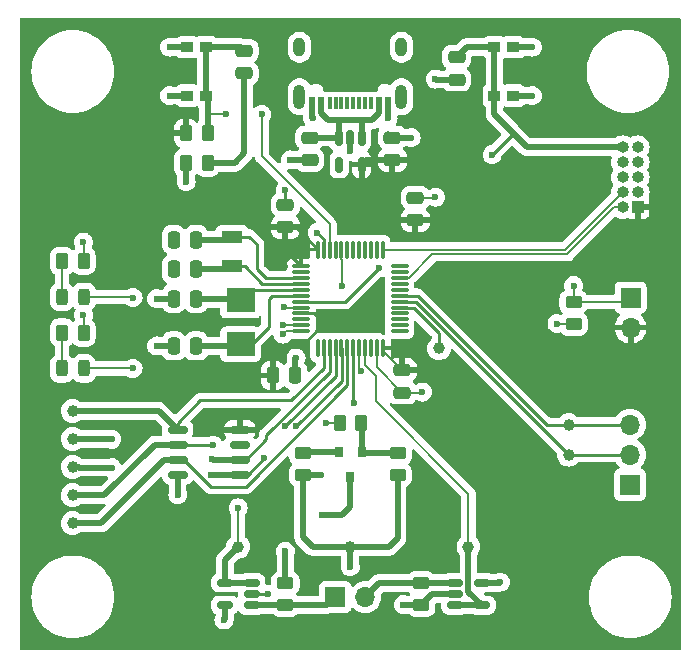
<source format=gtl>
%TF.GenerationSoftware,KiCad,Pcbnew,8.0.2-1*%
%TF.CreationDate,2024-07-15T21:16:38-07:00*%
%TF.ProjectId,TEMP_LOGGER,54454d50-5f4c-44f4-9747-45522e6b6963,rev?*%
%TF.SameCoordinates,Original*%
%TF.FileFunction,Copper,L1,Top*%
%TF.FilePolarity,Positive*%
%FSLAX46Y46*%
G04 Gerber Fmt 4.6, Leading zero omitted, Abs format (unit mm)*
G04 Created by KiCad (PCBNEW 8.0.2-1) date 2024-07-15 21:16:38*
%MOMM*%
%LPD*%
G01*
G04 APERTURE LIST*
G04 Aperture macros list*
%AMRoundRect*
0 Rectangle with rounded corners*
0 $1 Rounding radius*
0 $2 $3 $4 $5 $6 $7 $8 $9 X,Y pos of 4 corners*
0 Add a 4 corners polygon primitive as box body*
4,1,4,$2,$3,$4,$5,$6,$7,$8,$9,$2,$3,0*
0 Add four circle primitives for the rounded corners*
1,1,$1+$1,$2,$3*
1,1,$1+$1,$4,$5*
1,1,$1+$1,$6,$7*
1,1,$1+$1,$8,$9*
0 Add four rect primitives between the rounded corners*
20,1,$1+$1,$2,$3,$4,$5,0*
20,1,$1+$1,$4,$5,$6,$7,0*
20,1,$1+$1,$6,$7,$8,$9,0*
20,1,$1+$1,$8,$9,$2,$3,0*%
G04 Aperture macros list end*
%TA.AperFunction,SMDPad,CuDef*%
%ADD10R,2.400000X2.000000*%
%TD*%
%TA.AperFunction,SMDPad,CuDef*%
%ADD11C,1.000000*%
%TD*%
%TA.AperFunction,SMDPad,CuDef*%
%ADD12RoundRect,0.150000X-0.512500X-0.150000X0.512500X-0.150000X0.512500X0.150000X-0.512500X0.150000X0*%
%TD*%
%TA.AperFunction,SMDPad,CuDef*%
%ADD13RoundRect,0.075000X-0.662500X-0.075000X0.662500X-0.075000X0.662500X0.075000X-0.662500X0.075000X0*%
%TD*%
%TA.AperFunction,SMDPad,CuDef*%
%ADD14RoundRect,0.075000X-0.075000X-0.662500X0.075000X-0.662500X0.075000X0.662500X-0.075000X0.662500X0*%
%TD*%
%TA.AperFunction,SMDPad,CuDef*%
%ADD15RoundRect,0.250000X-0.450000X0.262500X-0.450000X-0.262500X0.450000X-0.262500X0.450000X0.262500X0*%
%TD*%
%TA.AperFunction,SMDPad,CuDef*%
%ADD16RoundRect,0.150000X0.512500X0.150000X-0.512500X0.150000X-0.512500X-0.150000X0.512500X-0.150000X0*%
%TD*%
%TA.AperFunction,SMDPad,CuDef*%
%ADD17RoundRect,0.250000X-0.475000X0.250000X-0.475000X-0.250000X0.475000X-0.250000X0.475000X0.250000X0*%
%TD*%
%TA.AperFunction,ComponentPad*%
%ADD18R,1.700000X1.700000*%
%TD*%
%TA.AperFunction,ComponentPad*%
%ADD19O,1.700000X1.700000*%
%TD*%
%TA.AperFunction,SMDPad,CuDef*%
%ADD20RoundRect,0.250000X0.262500X0.450000X-0.262500X0.450000X-0.262500X-0.450000X0.262500X-0.450000X0*%
%TD*%
%TA.AperFunction,SMDPad,CuDef*%
%ADD21R,0.300000X1.000000*%
%TD*%
%TA.AperFunction,SMDPad,CuDef*%
%ADD22R,0.600000X1.000000*%
%TD*%
%TA.AperFunction,ComponentPad*%
%ADD23O,1.000000X1.600000*%
%TD*%
%TA.AperFunction,ComponentPad*%
%ADD24O,1.000000X2.100000*%
%TD*%
%TA.AperFunction,SMDPad,CuDef*%
%ADD25RoundRect,0.250000X0.250000X0.475000X-0.250000X0.475000X-0.250000X-0.475000X0.250000X-0.475000X0*%
%TD*%
%TA.AperFunction,SMDPad,CuDef*%
%ADD26RoundRect,0.250000X0.450000X-0.262500X0.450000X0.262500X-0.450000X0.262500X-0.450000X-0.262500X0*%
%TD*%
%TA.AperFunction,SMDPad,CuDef*%
%ADD27R,1.800000X1.000000*%
%TD*%
%TA.AperFunction,SMDPad,CuDef*%
%ADD28RoundRect,0.250000X0.475000X-0.250000X0.475000X0.250000X-0.475000X0.250000X-0.475000X-0.250000X0*%
%TD*%
%TA.AperFunction,SMDPad,CuDef*%
%ADD29RoundRect,0.250000X-0.262500X-0.450000X0.262500X-0.450000X0.262500X0.450000X-0.262500X0.450000X0*%
%TD*%
%TA.AperFunction,SMDPad,CuDef*%
%ADD30R,1.000000X0.900000*%
%TD*%
%TA.AperFunction,SMDPad,CuDef*%
%ADD31RoundRect,0.250000X-0.250000X-0.475000X0.250000X-0.475000X0.250000X0.475000X-0.250000X0.475000X0*%
%TD*%
%TA.AperFunction,SMDPad,CuDef*%
%ADD32RoundRect,0.150000X-0.675000X-0.150000X0.675000X-0.150000X0.675000X0.150000X-0.675000X0.150000X0*%
%TD*%
%TA.AperFunction,ComponentPad*%
%ADD33R,1.000000X1.000000*%
%TD*%
%TA.AperFunction,ComponentPad*%
%ADD34O,1.000000X1.000000*%
%TD*%
%TA.AperFunction,SMDPad,CuDef*%
%ADD35RoundRect,0.243750X-0.243750X-0.456250X0.243750X-0.456250X0.243750X0.456250X-0.243750X0.456250X0*%
%TD*%
%TA.AperFunction,SMDPad,CuDef*%
%ADD36RoundRect,0.150000X-0.150000X0.512500X-0.150000X-0.512500X0.150000X-0.512500X0.150000X0.512500X0*%
%TD*%
%TA.AperFunction,SMDPad,CuDef*%
%ADD37R,0.800000X0.900000*%
%TD*%
%TA.AperFunction,ViaPad*%
%ADD38C,0.600000*%
%TD*%
%TA.AperFunction,Conductor*%
%ADD39C,0.500000*%
%TD*%
%TA.AperFunction,Conductor*%
%ADD40C,0.250000*%
%TD*%
%TA.AperFunction,Conductor*%
%ADD41C,0.200000*%
%TD*%
G04 APERTURE END LIST*
D10*
%TO.P,Y1,2,2*%
%TO.N,OSC_OUT*%
X137700000Y-93350000D03*
%TO.P,Y1,1,1*%
%TO.N,OSC_IN*%
X137700000Y-89650000D03*
%TD*%
D11*
%TO.P,TP7,1,1*%
%TO.N,FLASH_MOSI*%
X123500000Y-103750000D03*
%TD*%
D12*
%TO.P,U4,1,+*%
%TO.N,Net-(J2-Pin_2)*%
X155862500Y-113550000D03*
%TO.P,U4,2,V-*%
%TO.N,GND*%
X155862500Y-114500000D03*
%TO.P,U4,3,-*%
%TO.N,THERM_OFST*%
X155862500Y-115450000D03*
%TO.P,U4,4*%
X158137500Y-115450000D03*
%TO.P,U4,5,V+*%
%TO.N,TEMP_EN*%
X158137500Y-113550000D03*
%TD*%
D11*
%TO.P,TP10,1,1*%
%TO.N,USART1_RX*%
X165500000Y-100200000D03*
%TD*%
D13*
%TO.P,U1,1,VDD*%
%TO.N,+3V3*%
X142837500Y-86750000D03*
%TO.P,U1,2,PC13*%
%TO.N,unconnected-(U1-PC13-Pad2)*%
X142837500Y-87250000D03*
%TO.P,U1,3,PC14*%
%TO.N,OSC32_IN*%
X142837500Y-87750000D03*
%TO.P,U1,4,PC15*%
%TO.N,OSC32_OUT*%
X142837500Y-88250000D03*
%TO.P,U1,5,PF0*%
%TO.N,OSC_IN*%
X142837500Y-88750000D03*
%TO.P,U1,6,PF1*%
%TO.N,OSC_OUT*%
X142837500Y-89250000D03*
%TO.P,U1,7,NRST*%
%TO.N,NRST*%
X142837500Y-89750000D03*
%TO.P,U1,8,VSSA*%
%TO.N,GND*%
X142837500Y-90250000D03*
%TO.P,U1,9,VDDA*%
%TO.N,+3V3*%
X142837500Y-90750000D03*
%TO.P,U1,10,PA0*%
%TO.N,unconnected-(U1-PA0-Pad10)*%
X142837500Y-91250000D03*
%TO.P,U1,11,PA1*%
%TO.N,LED0*%
X142837500Y-91750000D03*
%TO.P,U1,12,PA2*%
%TO.N,LED1*%
X142837500Y-92250000D03*
D14*
%TO.P,U1,13,PA3*%
%TO.N,unconnected-(U1-PA3-Pad13)*%
X144250000Y-93662500D03*
%TO.P,U1,14,PA4*%
%TO.N,FLASH_nCS*%
X144750000Y-93662500D03*
%TO.P,U1,15,PA5*%
%TO.N,FLASH_SCK*%
X145250000Y-93662500D03*
%TO.P,U1,16,PA6*%
%TO.N,FLASH_MISO*%
X145750000Y-93662500D03*
%TO.P,U1,17,PA7*%
%TO.N,FLASH_MOSI*%
X146250000Y-93662500D03*
%TO.P,U1,18,PB0*%
%TO.N,FLASH_nWP*%
X146750000Y-93662500D03*
%TO.P,U1,19,PB1*%
%TO.N,TEMP_EN*%
X147250000Y-93662500D03*
%TO.P,U1,20,PB2*%
%TO.N,THERM_OUT*%
X147750000Y-93662500D03*
%TO.P,U1,21,PB10*%
%TO.N,THERM_OFST*%
X148250000Y-93662500D03*
%TO.P,U1,22,PB11*%
%TO.N,unconnected-(U1-PB11-Pad22)*%
X148750000Y-93662500D03*
%TO.P,U1,23,VSS*%
%TO.N,GND*%
X149250000Y-93662500D03*
%TO.P,U1,24,VDD*%
%TO.N,+3V3*%
X149750000Y-93662500D03*
D13*
%TO.P,U1,25,PB12*%
%TO.N,unconnected-(U1-PB12-Pad25)*%
X151162500Y-92250000D03*
%TO.P,U1,26,PB13*%
%TO.N,unconnected-(U1-PB13-Pad26)*%
X151162500Y-91750000D03*
%TO.P,U1,27,PB14*%
%TO.N,unconnected-(U1-PB14-Pad27)*%
X151162500Y-91250000D03*
%TO.P,U1,28,PB15*%
%TO.N,unconnected-(U1-PB15-Pad28)*%
X151162500Y-90750000D03*
%TO.P,U1,29,PA8*%
%TO.N,Net-(U1-PA8)*%
X151162500Y-90250000D03*
%TO.P,U1,30,PA9*%
%TO.N,USART1_TX*%
X151162500Y-89750000D03*
%TO.P,U1,31,PA10*%
%TO.N,USART1_RX*%
X151162500Y-89250000D03*
%TO.P,U1,32,PA11*%
%TO.N,unconnected-(U1-PA11-Pad32)*%
X151162500Y-88750000D03*
%TO.P,U1,33,PA12*%
%TO.N,unconnected-(U1-PA12-Pad33)*%
X151162500Y-88250000D03*
%TO.P,U1,34,PA13*%
%TO.N,SWDIO*%
X151162500Y-87750000D03*
%TO.P,U1,35,PF6*%
%TO.N,unconnected-(U1-PF6-Pad35)*%
X151162500Y-87250000D03*
%TO.P,U1,36,PF7*%
%TO.N,unconnected-(U1-PF7-Pad36)*%
X151162500Y-86750000D03*
D14*
%TO.P,U1,37,PA14*%
%TO.N,SWDCLK*%
X149750000Y-85337500D03*
%TO.P,U1,38,PA15*%
%TO.N,unconnected-(U1-PA15-Pad38)*%
X149250000Y-85337500D03*
%TO.P,U1,39,PB3*%
%TO.N,unconnected-(U1-PB3-Pad39)*%
X148750000Y-85337500D03*
%TO.P,U1,40,PB4*%
%TO.N,unconnected-(U1-PB4-Pad40)*%
X148250000Y-85337500D03*
%TO.P,U1,41,PB5*%
%TO.N,unconnected-(U1-PB5-Pad41)*%
X147750000Y-85337500D03*
%TO.P,U1,42,PB6*%
%TO.N,unconnected-(U1-PB6-Pad42)*%
X147250000Y-85337500D03*
%TO.P,U1,43,PB7*%
%TO.N,unconnected-(U1-PB7-Pad43)*%
X146750000Y-85337500D03*
%TO.P,U1,44,BOOT0*%
%TO.N,BOOT0*%
X146250000Y-85337500D03*
%TO.P,U1,45,PB8*%
%TO.N,unconnected-(U1-PB8-Pad45)*%
X145750000Y-85337500D03*
%TO.P,U1,46,PB9*%
%TO.N,BTN_1*%
X145250000Y-85337500D03*
%TO.P,U1,47,VSS*%
%TO.N,GND*%
X144750000Y-85337500D03*
%TO.P,U1,48,VDD*%
%TO.N,+3V3*%
X144250000Y-85337500D03*
%TD*%
D15*
%TO.P,R1,1*%
%TO.N,Net-(Q1-D)*%
X141500000Y-113587500D03*
%TO.P,R1,2*%
%TO.N,Net-(J2-Pin_1)*%
X141500000Y-115412500D03*
%TD*%
D11*
%TO.P,TP12,1,1*%
%TO.N,Net-(U1-PA8)*%
X154500000Y-93700000D03*
%TD*%
D16*
%TO.P,U3,1,+*%
%TO.N,Net-(J2-Pin_1)*%
X138637500Y-115450000D03*
%TO.P,U3,2,V-*%
%TO.N,GND*%
X138637500Y-114500000D03*
%TO.P,U3,3,-*%
%TO.N,THERM_OUT*%
X138637500Y-113550000D03*
%TO.P,U3,4*%
X136362500Y-113550000D03*
%TO.P,U3,5,V+*%
%TO.N,TEMP_EN*%
X136362500Y-115450000D03*
%TD*%
D17*
%TO.P,C1,1*%
%TO.N,NRST*%
X156000000Y-69050000D03*
%TO.P,C1,2*%
%TO.N,GND*%
X156000000Y-70950000D03*
%TD*%
%TO.P,C2,1*%
%TO.N,VCC*%
X143550000Y-75850000D03*
%TO.P,C2,2*%
%TO.N,GND*%
X143550000Y-77750000D03*
%TD*%
D18*
%TO.P,J3,1,Pin_1*%
%TO.N,GND*%
X170675000Y-105250000D03*
D19*
%TO.P,J3,2,Pin_2*%
%TO.N,USART1_TX*%
X170675000Y-102710000D03*
%TO.P,J3,3,Pin_3*%
%TO.N,USART1_RX*%
X170675000Y-100170000D03*
%TD*%
D20*
%TO.P,R10,1*%
%TO.N,Net-(C8-Pad2)*%
X134912500Y-78000000D03*
%TO.P,R10,2*%
%TO.N,GND*%
X133087500Y-78000000D03*
%TD*%
D21*
%TO.P,J6,A5,CC1*%
%TO.N,unconnected-(J6-CC1-PadA5)*%
X148250000Y-72966250D03*
%TO.P,J6,A6,D+*%
%TO.N,unconnected-(J6-D+-PadA6)*%
X147250000Y-72966250D03*
%TO.P,J6,A7,D-*%
%TO.N,unconnected-(J6-D--PadA7)*%
X146750000Y-72966250D03*
%TO.P,J6,A8,NC*%
%TO.N,unconnected-(J6-NC-PadA8)*%
X145750000Y-72966250D03*
%TO.P,J6,B5,CC2*%
%TO.N,unconnected-(J6-CC2-PadB5)*%
X145250000Y-72966250D03*
%TO.P,J6,B6,D+*%
%TO.N,unconnected-(J6-D+-PadA6)_0*%
X146250000Y-72966250D03*
%TO.P,J6,B7,D-*%
%TO.N,unconnected-(J6-D--PadA7)_0*%
X147750000Y-72966250D03*
%TO.P,J6,B8,NC*%
%TO.N,unconnected-(J6-NC-PadB8)*%
X148750000Y-72966250D03*
D22*
%TO.P,J6,GND,GND*%
%TO.N,GND*%
X150225000Y-72966250D03*
X143775000Y-72966250D03*
D23*
%TO.P,J6,NC1,NC*%
%TO.N,unconnected-(J6-NC-PadNC1)*%
X151318000Y-68211250D03*
D24*
%TO.P,J6,NC2,NC*%
%TO.N,unconnected-(J6-NC-PadNC2)*%
X151318000Y-72391250D03*
%TO.P,J6,NC3,NC*%
%TO.N,unconnected-(J6-NC-PadNC3)*%
X142682000Y-72391250D03*
D23*
%TO.P,J6,S,SHIELD*%
%TO.N,GND*%
X142682000Y-68211250D03*
D22*
%TO.P,J6,VBUS,VBUS*%
%TO.N,VCC*%
X149450000Y-72966250D03*
X144550000Y-72966250D03*
%TD*%
D17*
%TO.P,C7,1*%
%TO.N,+3V3*%
X151400000Y-95550000D03*
%TO.P,C7,2*%
%TO.N,GND*%
X151400000Y-97450000D03*
%TD*%
D25*
%TO.P,C12,1*%
%TO.N,OSC32_OUT*%
X133950000Y-87000000D03*
%TO.P,C12,2*%
%TO.N,GND*%
X132050000Y-87000000D03*
%TD*%
D11*
%TO.P,TP9,1,1*%
%TO.N,FLASH_nWP*%
X123500000Y-108500000D03*
%TD*%
D26*
%TO.P,R6,1*%
%TO.N,GND*%
X165900000Y-91612500D03*
%TO.P,R6,2*%
%TO.N,BOOT0*%
X165900000Y-89787500D03*
%TD*%
D11*
%TO.P,TP6,1,1*%
%TO.N,FLASH_SCK*%
X123500000Y-101375000D03*
%TD*%
%TO.P,TP5,1,1*%
%TO.N,FLASH_nCS*%
X123500000Y-99000000D03*
%TD*%
D27*
%TO.P,Y2,1,1*%
%TO.N,OSC32_IN*%
X137000000Y-84250000D03*
%TO.P,Y2,2,2*%
%TO.N,OSC32_OUT*%
X137000000Y-86750000D03*
%TD*%
D25*
%TO.P,C11,1*%
%TO.N,OSC32_IN*%
X133950000Y-84500000D03*
%TO.P,C11,2*%
%TO.N,GND*%
X132050000Y-84500000D03*
%TD*%
D11*
%TO.P,TP8,1,1*%
%TO.N,FLASH_MISO*%
X123500000Y-106125000D03*
%TD*%
D25*
%TO.P,C9,1*%
%TO.N,OSC_IN*%
X133950000Y-89500000D03*
%TO.P,C9,2*%
%TO.N,GND*%
X132050000Y-89500000D03*
%TD*%
D28*
%TO.P,C5,1*%
%TO.N,+3V3*%
X152500000Y-82850000D03*
%TO.P,C5,2*%
%TO.N,GND*%
X152500000Y-80950000D03*
%TD*%
D29*
%TO.P,R11,1*%
%TO.N,+3V3*%
X133087500Y-75500000D03*
%TO.P,R11,2*%
%TO.N,BTN_1*%
X134912500Y-75500000D03*
%TD*%
D28*
%TO.P,C3,1*%
%TO.N,+3V3*%
X150550000Y-77750000D03*
%TO.P,C3,2*%
%TO.N,GND*%
X150550000Y-75850000D03*
%TD*%
D30*
%TO.P,SW1,1,1*%
%TO.N,GND*%
X160800000Y-68200000D03*
X160800000Y-72300000D03*
%TO.P,SW1,2,2*%
%TO.N,NRST*%
X159200000Y-68200000D03*
X159200000Y-72300000D03*
%TD*%
D11*
%TO.P,TP11,1,1*%
%TO.N,USART1_TX*%
X165500000Y-102700000D03*
%TD*%
D20*
%TO.P,R9,1*%
%TO.N,GND*%
X124412500Y-92366666D03*
%TO.P,R9,2*%
%TO.N,Net-(D2-K)*%
X122587500Y-92366666D03*
%TD*%
D15*
%TO.P,R2,1*%
%TO.N,Net-(J2-Pin_2)*%
X153000000Y-113587500D03*
%TO.P,R2,2*%
%TO.N,GND*%
X153000000Y-115412500D03*
%TD*%
D20*
%TO.P,R5,1*%
%TO.N,Net-(Q1-G)*%
X147912500Y-100000000D03*
%TO.P,R5,2*%
%TO.N,GND*%
X146087500Y-100000000D03*
%TD*%
D26*
%TO.P,R3,1*%
%TO.N,TEMP_EN*%
X143000000Y-104412500D03*
%TO.P,R3,2*%
%TO.N,Net-(Q1-S)*%
X143000000Y-102587500D03*
%TD*%
D31*
%TO.P,C6,1*%
%TO.N,+3V3*%
X140450000Y-96000000D03*
%TO.P,C6,2*%
%TO.N,GND*%
X142350000Y-96000000D03*
%TD*%
D32*
%TO.P,U2,1,~{CS}*%
%TO.N,FLASH_nCS*%
X132375000Y-100595000D03*
%TO.P,U2,2,O1/SO*%
%TO.N,FLASH_MISO*%
X132375000Y-101865000D03*
%TO.P,U2,3,~{WP}*%
%TO.N,FLASH_nWP*%
X132375000Y-103135000D03*
%TO.P,U2,4,VSS*%
%TO.N,GND*%
X132375000Y-104405000D03*
%TO.P,U2,5,SI/IO0*%
%TO.N,FLASH_MOSI*%
X137625000Y-104405000D03*
%TO.P,U2,6,SCLK*%
%TO.N,FLASH_SCK*%
X137625000Y-103135000D03*
%TO.P,U2,7,NC*%
%TO.N,unconnected-(U2-NC-Pad7)*%
X137625000Y-101865000D03*
%TO.P,U2,8,VCC*%
%TO.N,+3V3*%
X137625000Y-100595000D03*
%TD*%
D26*
%TO.P,R4,1*%
%TO.N,TEMP_EN*%
X151000000Y-104412500D03*
%TO.P,R4,2*%
%TO.N,Net-(Q1-G)*%
X151000000Y-102587500D03*
%TD*%
D33*
%TO.P,J1,1,Pin_1*%
%TO.N,+3V3*%
X171325000Y-81750000D03*
D34*
%TO.P,J1,2,Pin_2*%
%TO.N,SWDIO*%
X170055000Y-81750000D03*
%TO.P,J1,3,Pin_3*%
%TO.N,GND*%
X171325000Y-80480000D03*
%TO.P,J1,4,Pin_4*%
%TO.N,SWDCLK*%
X170055000Y-80480000D03*
%TO.P,J1,5,Pin_5*%
%TO.N,GND*%
X171325000Y-79210000D03*
%TO.P,J1,6,Pin_6*%
%TO.N,unconnected-(J1-Pin_6-Pad6)*%
X170055000Y-79210000D03*
%TO.P,J1,7,Pin_7*%
%TO.N,unconnected-(J1-Pin_7-Pad7)*%
X171325000Y-77940000D03*
%TO.P,J1,8,Pin_8*%
%TO.N,unconnected-(J1-Pin_8-Pad8)*%
X170055000Y-77940000D03*
%TO.P,J1,9,Pin_9*%
%TO.N,GND*%
X171325000Y-76670000D03*
%TO.P,J1,10,Pin_10*%
%TO.N,NRST*%
X170055000Y-76670000D03*
%TD*%
D25*
%TO.P,C10,1*%
%TO.N,OSC_OUT*%
X133950000Y-93500000D03*
%TO.P,C10,2*%
%TO.N,GND*%
X132050000Y-93500000D03*
%TD*%
D35*
%TO.P,D2,1,K*%
%TO.N,Net-(D2-K)*%
X122582500Y-95400000D03*
%TO.P,D2,2,A*%
%TO.N,LED1*%
X124457500Y-95400000D03*
%TD*%
D36*
%TO.P,U6,1,VIN*%
%TO.N,VCC*%
X147950000Y-75862500D03*
%TO.P,U6,2,GND*%
%TO.N,GND*%
X147000000Y-75862500D03*
%TO.P,U6,3,EN*%
%TO.N,VCC*%
X146050000Y-75862500D03*
%TO.P,U6,4,NC*%
%TO.N,unconnected-(U6-NC-Pad4)*%
X146050000Y-78137500D03*
%TO.P,U6,5,VOUT*%
%TO.N,+3V3*%
X147950000Y-78137500D03*
%TD*%
D11*
%TO.P,TP3,1,1*%
%TO.N,THERM_OUT*%
X137500000Y-110500000D03*
%TD*%
D30*
%TO.P,SW2,1,1*%
%TO.N,GND*%
X133200000Y-72300000D03*
X133200000Y-68200000D03*
%TO.P,SW2,2,2*%
%TO.N,BTN_1*%
X134800000Y-72300000D03*
X134800000Y-68200000D03*
%TD*%
D37*
%TO.P,Q1,1,G*%
%TO.N,Net-(Q1-G)*%
X147950000Y-102500000D03*
%TO.P,Q1,2,S*%
%TO.N,Net-(Q1-S)*%
X146050000Y-102500000D03*
%TO.P,Q1,3,D*%
%TO.N,Net-(Q1-D)*%
X147000000Y-104600000D03*
%TD*%
D11*
%TO.P,TP4,1,1*%
%TO.N,THERM_OFST*%
X157000000Y-110500000D03*
%TD*%
D17*
%TO.P,C8,1*%
%TO.N,BTN_1*%
X138000000Y-68500000D03*
%TO.P,C8,2*%
%TO.N,Net-(C8-Pad2)*%
X138000000Y-70400000D03*
%TD*%
D11*
%TO.P,TP1,1,1*%
%TO.N,TEMP_EN*%
X147000000Y-110500000D03*
%TD*%
D28*
%TO.P,C4,1*%
%TO.N,+3V3*%
X141500000Y-83450000D03*
%TO.P,C4,2*%
%TO.N,GND*%
X141500000Y-81550000D03*
%TD*%
D18*
%TO.P,J2,1,Pin_1*%
%TO.N,Net-(J2-Pin_1)*%
X145725000Y-114750000D03*
D19*
%TO.P,J2,2,Pin_2*%
%TO.N,Net-(J2-Pin_2)*%
X148265000Y-114750000D03*
%TD*%
D20*
%TO.P,R8,1*%
%TO.N,GND*%
X124412500Y-86300000D03*
%TO.P,R8,2*%
%TO.N,Net-(D1-K)*%
X122587500Y-86300000D03*
%TD*%
D35*
%TO.P,D1,1,K*%
%TO.N,Net-(D1-K)*%
X122582500Y-89333333D03*
%TO.P,D1,2,A*%
%TO.N,LED0*%
X124457500Y-89333333D03*
%TD*%
D18*
%TO.P,J5,1,Pin_1*%
%TO.N,BOOT0*%
X170725000Y-89400000D03*
D19*
%TO.P,J5,2,Pin_2*%
%TO.N,+3V3*%
X170725000Y-91940000D03*
%TD*%
D38*
%TO.N,GND*%
X142400000Y-94500000D03*
%TO.N,NRST*%
X149400000Y-86900000D03*
X159000000Y-77300000D03*
%TO.N,GND*%
X141500000Y-80300000D03*
X147000000Y-77000000D03*
X124400000Y-90900000D03*
X131700000Y-68200000D03*
X154200000Y-80900000D03*
X153100000Y-97400000D03*
X124400000Y-84700000D03*
X152150000Y-75850000D03*
X131700000Y-72300000D03*
X141400000Y-90200000D03*
X133100000Y-79600000D03*
X164500000Y-91600000D03*
X143800000Y-74200000D03*
X130600000Y-93500000D03*
X150200000Y-74200000D03*
X154200000Y-70900000D03*
X132400000Y-106100000D03*
X130600000Y-89500000D03*
X151500000Y-115400000D03*
X141900000Y-77750000D03*
X162400000Y-72300000D03*
X144200000Y-83900000D03*
X144900000Y-100000000D03*
X140000000Y-114500000D03*
X162400000Y-68200000D03*
%TO.N,BTN_1*%
X139500000Y-73900000D03*
X136500000Y-73900000D03*
%TO.N,LED1*%
X128600000Y-95400000D03*
X141300000Y-92500000D03*
%TO.N,TEMP_EN*%
X144500000Y-104400000D03*
X147000000Y-112200000D03*
X159700000Y-113500000D03*
X136300000Y-116700000D03*
X147300000Y-98300000D03*
%TO.N,FLASH_SCK*%
X126800000Y-101400000D03*
X135300000Y-103100000D03*
%TO.N,THERM_OUT*%
X147875000Y-95600000D03*
X137500000Y-107200000D03*
%TO.N,FLASH_MISO*%
X135400000Y-101900000D03*
X141500000Y-100300000D03*
%TO.N,FLASH_MOSI*%
X126800000Y-103800000D03*
X135200000Y-104400000D03*
X139700000Y-103000000D03*
X142400000Y-100300000D03*
%TO.N,Net-(Q1-D)*%
X141500000Y-110900000D03*
X144600000Y-107800000D03*
%TO.N,LED0*%
X128600000Y-89400000D03*
X141300000Y-91700000D03*
%TO.N,BOOT0*%
X146300000Y-88400000D03*
X165900000Y-88400000D03*
%TD*%
D39*
%TO.N,GND*%
X142350000Y-94550000D02*
X142400000Y-94500000D01*
X142350000Y-96000000D02*
X142350000Y-94550000D01*
D40*
%TO.N,NRST*%
X160750000Y-75550000D02*
X160750000Y-75450000D01*
X146550000Y-89750000D02*
X149400000Y-86900000D01*
X159000000Y-77300000D02*
X160750000Y-75550000D01*
D39*
X156850000Y-68200000D02*
X156000000Y-69050000D01*
X160750000Y-75450000D02*
X159200000Y-73900000D01*
D40*
X142837500Y-89750000D02*
X146550000Y-89750000D01*
D39*
X159200000Y-68200000D02*
X156850000Y-68200000D01*
X161970000Y-76670000D02*
X160750000Y-75450000D01*
X159200000Y-73900000D02*
X159200000Y-72300000D01*
X170055000Y-76670000D02*
X161970000Y-76670000D01*
X159200000Y-68200000D02*
X159200000Y-72300000D01*
D41*
%TO.N,GND*%
X124412500Y-84712500D02*
X124400000Y-84700000D01*
D39*
X160800000Y-68200000D02*
X162400000Y-68200000D01*
X150225000Y-74175000D02*
X150200000Y-74200000D01*
D40*
X141500000Y-81550000D02*
X141500000Y-80300000D01*
D41*
X164512500Y-91612500D02*
X164500000Y-91600000D01*
X165900000Y-91612500D02*
X164512500Y-91612500D01*
D39*
X132050000Y-93500000D02*
X130600000Y-93500000D01*
X132375000Y-104405000D02*
X132375000Y-106075000D01*
X150225000Y-72966250D02*
X150225000Y-74175000D01*
D41*
X124412500Y-90912500D02*
X124400000Y-90900000D01*
D39*
X132050000Y-89500000D02*
X130600000Y-89500000D01*
X151512500Y-115412500D02*
X151500000Y-115400000D01*
X133200000Y-72300000D02*
X131700000Y-72300000D01*
X153000000Y-115412500D02*
X151512500Y-115412500D01*
X150225000Y-75525000D02*
X150550000Y-75850000D01*
D40*
X144750000Y-85337500D02*
X144750000Y-84450000D01*
D39*
X153912500Y-114500000D02*
X155862500Y-114500000D01*
D41*
X146087500Y-100000000D02*
X144900000Y-100000000D01*
D39*
X143775000Y-72966250D02*
X143775000Y-74175000D01*
D41*
X124412500Y-86300000D02*
X124412500Y-84712500D01*
D39*
X143550000Y-77750000D02*
X141900000Y-77750000D01*
X147000000Y-75862500D02*
X147000000Y-77000000D01*
X133087500Y-78000000D02*
X133087500Y-79587500D01*
D41*
X151400000Y-97450000D02*
X149250000Y-95300000D01*
X151400000Y-97450000D02*
X153050000Y-97450000D01*
D39*
X132375000Y-106075000D02*
X132400000Y-106100000D01*
X133087500Y-79587500D02*
X133100000Y-79600000D01*
X143775000Y-74175000D02*
X143800000Y-74200000D01*
X160800000Y-72300000D02*
X162400000Y-72300000D01*
X154250000Y-70950000D02*
X154200000Y-70900000D01*
D40*
X144750000Y-84450000D02*
X144200000Y-83900000D01*
D41*
X153050000Y-97450000D02*
X153100000Y-97400000D01*
X149250000Y-95300000D02*
X149250000Y-93662500D01*
X152500000Y-80950000D02*
X154150000Y-80950000D01*
X154150000Y-80950000D02*
X154200000Y-80900000D01*
D39*
X133200000Y-68200000D02*
X131700000Y-68200000D01*
X153000000Y-115412500D02*
X153912500Y-114500000D01*
D41*
X124412500Y-92366666D02*
X124412500Y-90912500D01*
D39*
X150550000Y-75850000D02*
X152150000Y-75850000D01*
D40*
X138637500Y-114500000D02*
X140000000Y-114500000D01*
D41*
X141450000Y-90250000D02*
X141400000Y-90200000D01*
X142837500Y-90250000D02*
X141450000Y-90250000D01*
D39*
X156000000Y-70950000D02*
X154250000Y-70950000D01*
D41*
%TO.N,+3V3*%
X151400000Y-95550000D02*
X149750000Y-93900000D01*
D40*
X140450000Y-94650000D02*
X140450000Y-95400000D01*
X142362500Y-83450000D02*
X141500000Y-83450000D01*
X142837500Y-90750000D02*
X143950000Y-90750000D01*
X141500000Y-93600000D02*
X140450000Y-94650000D01*
X144250000Y-85337500D02*
X142362500Y-83450000D01*
D41*
X150500000Y-93600000D02*
X150437500Y-93662500D01*
X149750000Y-93662500D02*
X150437500Y-93662500D01*
D40*
X142837500Y-86750000D02*
X141500000Y-85412500D01*
D39*
X150550000Y-77750000D02*
X148337500Y-77750000D01*
D40*
X143950000Y-90750000D02*
X144300000Y-91100000D01*
X141500000Y-85412500D02*
X141500000Y-83450000D01*
D41*
X149750000Y-93900000D02*
X149750000Y-93662500D01*
D39*
X148337500Y-77750000D02*
X147950000Y-78137500D01*
D40*
X144300000Y-92100000D02*
X142800000Y-93600000D01*
X144300000Y-91100000D02*
X144300000Y-92100000D01*
X142800000Y-93600000D02*
X141500000Y-93600000D01*
%TO.N,USART1_RX*%
X165500000Y-100200000D02*
X163636396Y-100200000D01*
X152686396Y-89250000D02*
X151162500Y-89250000D01*
X163636396Y-100200000D02*
X152686396Y-89250000D01*
X165530000Y-100170000D02*
X165500000Y-100200000D01*
X170675000Y-100170000D02*
X165530000Y-100170000D01*
D39*
%TO.N,BTN_1*%
X134800000Y-68200000D02*
X134800000Y-72300000D01*
X134912500Y-75500000D02*
X134912500Y-73800000D01*
D41*
X145250000Y-85337500D02*
X145250000Y-83201471D01*
X136500000Y-73900000D02*
X135012500Y-73900000D01*
X139500000Y-77451471D02*
X139500000Y-73900000D01*
X135012500Y-73900000D02*
X134912500Y-73800000D01*
D39*
X134912500Y-73800000D02*
X134912500Y-72412500D01*
D41*
X145250000Y-83201471D02*
X139500000Y-77451471D01*
D39*
X134912500Y-72412500D02*
X134800000Y-72300000D01*
X134800000Y-68200000D02*
X137700000Y-68200000D01*
X137700000Y-68200000D02*
X138000000Y-68500000D01*
%TO.N,OSC_IN*%
X137350000Y-89500000D02*
X137500000Y-89650000D01*
D40*
X138400000Y-88750000D02*
X142837500Y-88750000D01*
D39*
X133950000Y-89500000D02*
X137350000Y-89500000D01*
D40*
X137500000Y-89650000D02*
X138400000Y-88750000D01*
%TO.N,OSC_OUT*%
X140100000Y-91900000D02*
X140100000Y-89500000D01*
X137500000Y-93350000D02*
X138650000Y-93350000D01*
D39*
X137350000Y-93500000D02*
X137500000Y-93350000D01*
D40*
X140100000Y-89500000D02*
X140350000Y-89250000D01*
D39*
X133950000Y-93500000D02*
X137350000Y-93500000D01*
D40*
X140350000Y-89250000D02*
X142837500Y-89250000D01*
X138650000Y-93350000D02*
X140100000Y-91900000D01*
%TO.N,OSC32_IN*%
X137000000Y-84250000D02*
X138450000Y-84250000D01*
X139850000Y-87750000D02*
X142837500Y-87750000D01*
X139100000Y-84900000D02*
X139100000Y-87000000D01*
D39*
X136750000Y-84500000D02*
X137000000Y-84250000D01*
D40*
X139100000Y-87000000D02*
X139850000Y-87750000D01*
D39*
X133950000Y-84500000D02*
X136750000Y-84500000D01*
D40*
X138450000Y-84250000D02*
X139100000Y-84900000D01*
%TO.N,OSC32_OUT*%
X137000000Y-86750000D02*
X138050000Y-86750000D01*
X138050000Y-86750000D02*
X139550000Y-88250000D01*
X139550000Y-88250000D02*
X142837500Y-88250000D01*
D39*
X136750000Y-87000000D02*
X137000000Y-86750000D01*
X133950000Y-87000000D02*
X136750000Y-87000000D01*
D41*
%TO.N,Net-(D1-K)*%
X122582500Y-89333333D02*
X122582500Y-86305000D01*
X122582500Y-86305000D02*
X122587500Y-86300000D01*
D40*
%TO.N,FLASH_nWP*%
X135200000Y-105400000D02*
X132935000Y-103135000D01*
D39*
X125900000Y-108500000D02*
X124000000Y-108500000D01*
D40*
X138183884Y-105400000D02*
X135200000Y-105400000D01*
X132935000Y-103135000D02*
X132375000Y-103135000D01*
X146750000Y-96833884D02*
X138183884Y-105400000D01*
D39*
X132375000Y-103135000D02*
X131265000Y-103135000D01*
D40*
X146750000Y-93662500D02*
X146750000Y-96833884D01*
D39*
X131265000Y-103135000D02*
X125900000Y-108500000D01*
D41*
%TO.N,LED1*%
X142837500Y-92250000D02*
X141550000Y-92250000D01*
X128600000Y-95400000D02*
X124457500Y-95400000D01*
X141550000Y-92250000D02*
X141300000Y-92500000D01*
D40*
%TO.N,TEMP_EN*%
X147250000Y-98250000D02*
X147250000Y-93662500D01*
X147300000Y-98300000D02*
X147250000Y-98250000D01*
D39*
X147000000Y-110500000D02*
X143800000Y-110500000D01*
X158137500Y-113550000D02*
X159650000Y-113550000D01*
X159650000Y-113550000D02*
X159700000Y-113500000D01*
X147000000Y-112200000D02*
X147000000Y-110500000D01*
X143000000Y-109700000D02*
X143000000Y-104412500D01*
X143800000Y-110500000D02*
X143000000Y-109700000D01*
X150300000Y-110500000D02*
X151000000Y-109800000D01*
X136362500Y-115450000D02*
X136362500Y-116637500D01*
X144487500Y-104412500D02*
X144500000Y-104400000D01*
X136362500Y-116637500D02*
X136300000Y-116700000D01*
X147000000Y-110500000D02*
X150300000Y-110500000D01*
X151000000Y-109800000D02*
X151000000Y-104412500D01*
X143000000Y-104412500D02*
X144487500Y-104412500D01*
%TO.N,FLASH_SCK*%
X137625000Y-103135000D02*
X135335000Y-103135000D01*
D40*
X138165000Y-103135000D02*
X139900000Y-101400000D01*
D39*
X126800000Y-101400000D02*
X124025000Y-101400000D01*
X124025000Y-101400000D02*
X124000000Y-101375000D01*
X135335000Y-103135000D02*
X135300000Y-103100000D01*
D40*
X139900000Y-101016116D02*
X145250000Y-95666116D01*
X139900000Y-101400000D02*
X139900000Y-101016116D01*
X137625000Y-103135000D02*
X138165000Y-103135000D01*
X145250000Y-95666116D02*
X145250000Y-93662500D01*
D41*
%TO.N,THERM_OUT*%
X137500000Y-107200000D02*
X137500000Y-110500000D01*
X147750000Y-95475000D02*
X147875000Y-95600000D01*
D39*
X136362500Y-113550000D02*
X136362500Y-111637500D01*
X138637500Y-113550000D02*
X136362500Y-113550000D01*
D41*
X147750000Y-93662500D02*
X147750000Y-95475000D01*
D39*
X136362500Y-111637500D02*
X137500000Y-110500000D01*
D40*
%TO.N,FLASH_MISO*%
X135400000Y-101900000D02*
X135000000Y-101900000D01*
X141500000Y-100300000D02*
X145750000Y-96050000D01*
D39*
X130435000Y-101865000D02*
X126175000Y-106125000D01*
X132375000Y-101865000D02*
X130435000Y-101865000D01*
D40*
X134965000Y-101865000D02*
X132375000Y-101865000D01*
D39*
X126175000Y-106125000D02*
X124000000Y-106125000D01*
D40*
X135000000Y-101900000D02*
X134965000Y-101865000D01*
X145750000Y-96050000D02*
X145750000Y-93662500D01*
%TO.N,FLASH_nCS*%
X132375000Y-100025000D02*
X132375000Y-100595000D01*
D39*
X130780000Y-99000000D02*
X124000000Y-99000000D01*
X132375000Y-100595000D02*
X130780000Y-99000000D01*
D40*
X144750000Y-93662500D02*
X144750000Y-95350000D01*
X142000000Y-98100000D02*
X134300000Y-98100000D01*
X144750000Y-95350000D02*
X142000000Y-98100000D01*
X134300000Y-98100000D02*
X132375000Y-100025000D01*
D39*
%TO.N,FLASH_MOSI*%
X124050000Y-103800000D02*
X124000000Y-103750000D01*
D40*
X146275000Y-93687500D02*
X146250000Y-93662500D01*
X139700000Y-103000000D02*
X138295000Y-104405000D01*
D39*
X135205000Y-104405000D02*
X135200000Y-104400000D01*
D40*
X138295000Y-104405000D02*
X137625000Y-104405000D01*
D39*
X126800000Y-103800000D02*
X124050000Y-103800000D01*
D40*
X146275000Y-96425000D02*
X146275000Y-93687500D01*
D39*
X137625000Y-104405000D02*
X135205000Y-104405000D01*
D40*
X142400000Y-100300000D02*
X146275000Y-96425000D01*
D41*
%TO.N,THERM_OFST*%
X157000000Y-106000000D02*
X157000000Y-110500000D01*
D39*
X155862500Y-115450000D02*
X158137500Y-115450000D01*
D41*
X148250000Y-93662500D02*
X148250000Y-95126471D01*
D39*
X157000000Y-114312500D02*
X157000000Y-110500000D01*
D41*
X148250000Y-95126471D02*
X149200000Y-96076471D01*
D39*
X158137500Y-115450000D02*
X157000000Y-114312500D01*
D41*
X149200000Y-96076471D02*
X149200000Y-98200000D01*
X149200000Y-98200000D02*
X157000000Y-106000000D01*
D39*
%TO.N,Net-(Q1-G)*%
X148037500Y-102587500D02*
X147950000Y-102500000D01*
X147950000Y-102500000D02*
X147950000Y-100037500D01*
X147950000Y-100037500D02*
X147912500Y-100000000D01*
X151000000Y-102587500D02*
X148037500Y-102587500D01*
%TO.N,Net-(Q1-D)*%
X147000000Y-107100000D02*
X147000000Y-104600000D01*
X141500000Y-113587500D02*
X141500000Y-111500000D01*
X141500000Y-111500000D02*
X141500000Y-110900000D01*
X144600000Y-107800000D02*
X146300000Y-107800000D01*
X146300000Y-107800000D02*
X147000000Y-107100000D01*
%TO.N,Net-(Q1-S)*%
X143000000Y-102500000D02*
X146050000Y-102500000D01*
X143000000Y-102587500D02*
X143000000Y-102500000D01*
%TO.N,VCC*%
X148866250Y-74400000D02*
X147900000Y-74400000D01*
X149450000Y-72966250D02*
X149450000Y-73816250D01*
X147900000Y-74400000D02*
X146000000Y-74400000D01*
X149450000Y-73816250D02*
X148866250Y-74400000D01*
X146050000Y-75862500D02*
X146050000Y-74450000D01*
X146000000Y-74400000D02*
X145133750Y-74400000D01*
X147950000Y-75862500D02*
X147950000Y-74450000D01*
X146037500Y-75850000D02*
X146050000Y-75862500D01*
X147950000Y-74450000D02*
X147900000Y-74400000D01*
X145133750Y-74400000D02*
X144550000Y-73816250D01*
X143550000Y-75850000D02*
X146037500Y-75850000D01*
X146050000Y-74450000D02*
X146000000Y-74400000D01*
X144550000Y-73816250D02*
X144550000Y-72966250D01*
D40*
%TO.N,USART1_TX*%
X170675000Y-102710000D02*
X170665000Y-102700000D01*
X170665000Y-102700000D02*
X165500000Y-102700000D01*
X152550000Y-89750000D02*
X151162500Y-89750000D01*
X165500000Y-102700000D02*
X152550000Y-89750000D01*
D41*
%TO.N,LED0*%
X128600000Y-89400000D02*
X128533333Y-89333333D01*
X128533333Y-89333333D02*
X124457500Y-89333333D01*
X141350000Y-91750000D02*
X141300000Y-91700000D01*
X142837500Y-91750000D02*
X141350000Y-91750000D01*
%TO.N,BOOT0*%
X146250000Y-86107410D02*
X146300000Y-86157410D01*
X146250000Y-85337500D02*
X146250000Y-86107410D01*
X165900000Y-89787500D02*
X170337500Y-89787500D01*
X165900000Y-88400000D02*
X165900000Y-89787500D01*
X170337500Y-89787500D02*
X170725000Y-89400000D01*
X146300000Y-86157410D02*
X146300000Y-88400000D01*
%TO.N,Net-(D2-K)*%
X122582500Y-92371666D02*
X122587500Y-92366666D01*
X122582500Y-95400000D02*
X122582500Y-92371666D01*
%TO.N,SWDIO*%
X169350686Y-81750000D02*
X170055000Y-81750000D01*
X153944910Y-85737500D02*
X165363186Y-85737500D01*
X165363186Y-85737500D02*
X169350686Y-81750000D01*
X151932410Y-87750000D02*
X153944910Y-85737500D01*
X151162500Y-87750000D02*
X151932410Y-87750000D01*
%TO.N,SWDCLK*%
X165197500Y-85337500D02*
X170055000Y-80480000D01*
X149750000Y-85337500D02*
X165197500Y-85337500D01*
D40*
%TO.N,Net-(U1-PA8)*%
X154500000Y-93700000D02*
X154500000Y-92400000D01*
X154500000Y-92400000D02*
X152350000Y-90250000D01*
X152350000Y-90250000D02*
X151162500Y-90250000D01*
D39*
%TO.N,Net-(J2-Pin_1)*%
X145062500Y-115412500D02*
X145725000Y-114750000D01*
X141500000Y-115412500D02*
X145062500Y-115412500D01*
X138637500Y-115450000D02*
X141462500Y-115450000D01*
X141462500Y-115450000D02*
X141500000Y-115412500D01*
%TO.N,Net-(J2-Pin_2)*%
X153000000Y-113587500D02*
X149427500Y-113587500D01*
X155825000Y-113587500D02*
X155862500Y-113550000D01*
X153000000Y-113587500D02*
X155825000Y-113587500D01*
X149427500Y-113587500D02*
X148265000Y-114750000D01*
%TO.N,Net-(C8-Pad2)*%
X138000000Y-77200000D02*
X138000000Y-70400000D01*
X134912500Y-78000000D02*
X137200000Y-78000000D01*
X137200000Y-78000000D02*
X138000000Y-77200000D01*
%TD*%
%TA.AperFunction,Conductor*%
%TO.N,+3V3*%
G36*
X141073703Y-98745185D02*
G01*
X141119458Y-98797989D01*
X141129402Y-98867147D01*
X141100377Y-98930703D01*
X141094346Y-98937179D01*
X139501269Y-100530256D01*
X139501267Y-100530258D01*
X139457703Y-100573821D01*
X139414140Y-100617384D01*
X139392016Y-100650497D01*
X139392014Y-100650500D01*
X139345690Y-100719826D01*
X139345687Y-100719832D01*
X139323043Y-100774498D01*
X139323044Y-100774499D01*
X139301805Y-100825776D01*
X139298536Y-100833667D01*
X139295772Y-100847566D01*
X139295771Y-100847569D01*
X139275297Y-100950501D01*
X139275295Y-100950511D01*
X139274501Y-100954500D01*
X139274500Y-100954511D01*
X139274500Y-101089546D01*
X139254815Y-101156585D01*
X139238181Y-101177227D01*
X139036730Y-101378677D01*
X138975407Y-101412162D01*
X138905715Y-101407178D01*
X138849782Y-101365306D01*
X138842324Y-101354129D01*
X138818081Y-101313135D01*
X138818076Y-101313130D01*
X138813298Y-101306969D01*
X138815635Y-101305155D01*
X138788798Y-101256050D01*
X138793756Y-101186356D01*
X138814554Y-101153998D01*
X138812903Y-101152717D01*
X138817686Y-101146550D01*
X138901281Y-101005198D01*
X138947100Y-100847486D01*
X138947295Y-100845001D01*
X138947295Y-100845000D01*
X136302705Y-100845000D01*
X136302704Y-100845001D01*
X136302899Y-100847486D01*
X136348718Y-101005198D01*
X136432314Y-101146552D01*
X136437100Y-101152722D01*
X136434640Y-101154629D01*
X136461210Y-101203288D01*
X136456226Y-101272980D01*
X136435162Y-101305781D01*
X136436699Y-101306974D01*
X136431915Y-101313140D01*
X136348255Y-101454603D01*
X136348254Y-101454605D01*
X136335948Y-101496963D01*
X136298341Y-101555849D01*
X136234868Y-101585054D01*
X136165682Y-101575307D01*
X136112748Y-101529703D01*
X136111878Y-101528339D01*
X136085902Y-101486998D01*
X136029816Y-101397738D01*
X135902262Y-101270184D01*
X135838310Y-101230000D01*
X135749523Y-101174211D01*
X135579254Y-101114631D01*
X135579249Y-101114630D01*
X135400004Y-101094435D01*
X135399996Y-101094435D01*
X135220750Y-101114630D01*
X135220737Y-101114633D01*
X135050481Y-101174209D01*
X135050477Y-101174210D01*
X134976819Y-101220494D01*
X134910847Y-101239500D01*
X133730692Y-101239500D01*
X133663653Y-101219815D01*
X133617898Y-101167011D01*
X133607954Y-101097853D01*
X133623959Y-101052380D01*
X133625085Y-101050476D01*
X133651744Y-101005398D01*
X133697598Y-100847569D01*
X133700500Y-100810694D01*
X133700500Y-100379306D01*
X133697800Y-100344998D01*
X136302704Y-100344998D01*
X136302705Y-100345000D01*
X137375000Y-100345000D01*
X137875000Y-100345000D01*
X138947295Y-100345000D01*
X138947295Y-100344998D01*
X138947100Y-100342513D01*
X138901281Y-100184801D01*
X138817685Y-100043447D01*
X138817678Y-100043438D01*
X138701561Y-99927321D01*
X138701552Y-99927314D01*
X138560196Y-99843717D01*
X138560193Y-99843716D01*
X138402495Y-99797900D01*
X138402489Y-99797899D01*
X138365649Y-99795000D01*
X137875000Y-99795000D01*
X137875000Y-100345000D01*
X137375000Y-100345000D01*
X137375000Y-99795000D01*
X136884350Y-99795000D01*
X136847510Y-99797899D01*
X136847504Y-99797900D01*
X136689806Y-99843716D01*
X136689803Y-99843717D01*
X136548447Y-99927314D01*
X136548438Y-99927321D01*
X136432321Y-100043438D01*
X136432314Y-100043447D01*
X136348718Y-100184801D01*
X136302899Y-100342513D01*
X136302704Y-100344998D01*
X133697800Y-100344998D01*
X133697598Y-100342431D01*
X133687765Y-100308587D01*
X133651745Y-100184606D01*
X133651744Y-100184603D01*
X133651744Y-100184602D01*
X133568081Y-100043135D01*
X133568079Y-100043133D01*
X133568076Y-100043129D01*
X133492449Y-99967502D01*
X133458964Y-99906179D01*
X133463948Y-99836487D01*
X133492449Y-99792140D01*
X133985991Y-99298599D01*
X134522771Y-98761819D01*
X134584094Y-98728334D01*
X134610452Y-98725500D01*
X141006664Y-98725500D01*
X141073703Y-98745185D01*
G37*
%TD.AperFunction*%
%TA.AperFunction,Conductor*%
G36*
X149879761Y-87643509D02*
G01*
X149918735Y-87701499D01*
X149924500Y-87738869D01*
X149924500Y-87862727D01*
X149940374Y-87983292D01*
X149937399Y-87983683D01*
X149937399Y-88016316D01*
X149940374Y-88016708D01*
X149924500Y-88137272D01*
X149924500Y-88362727D01*
X149940374Y-88483292D01*
X149937399Y-88483683D01*
X149937399Y-88516316D01*
X149940374Y-88516708D01*
X149939313Y-88524762D01*
X149939313Y-88524764D01*
X149938282Y-88532599D01*
X149924500Y-88637272D01*
X149924500Y-88862727D01*
X149940374Y-88983292D01*
X149937399Y-88983683D01*
X149937399Y-89016316D01*
X149940374Y-89016708D01*
X149939313Y-89024762D01*
X149939313Y-89024764D01*
X149938282Y-89032599D01*
X149924500Y-89137272D01*
X149924500Y-89362727D01*
X149940374Y-89483292D01*
X149937399Y-89483683D01*
X149937399Y-89516316D01*
X149940374Y-89516708D01*
X149924500Y-89637272D01*
X149924500Y-89862727D01*
X149933862Y-89933833D01*
X149937489Y-89961384D01*
X149940374Y-89983292D01*
X149937399Y-89983683D01*
X149937399Y-90016316D01*
X149940374Y-90016708D01*
X149924500Y-90137272D01*
X149924500Y-90362727D01*
X149934409Y-90437989D01*
X149938485Y-90468950D01*
X149940374Y-90483292D01*
X149937399Y-90483683D01*
X149937399Y-90516316D01*
X149940374Y-90516708D01*
X149924500Y-90637272D01*
X149924500Y-90862727D01*
X149931858Y-90918610D01*
X149939120Y-90973772D01*
X149940374Y-90983292D01*
X149937399Y-90983683D01*
X149937399Y-91016316D01*
X149940374Y-91016708D01*
X149939313Y-91024762D01*
X149939313Y-91024764D01*
X149938536Y-91030666D01*
X149924500Y-91137272D01*
X149924500Y-91362727D01*
X149940374Y-91483292D01*
X149937399Y-91483683D01*
X149937399Y-91516316D01*
X149940374Y-91516708D01*
X149924500Y-91637272D01*
X149924500Y-91862727D01*
X149940374Y-91983292D01*
X149937399Y-91983683D01*
X149937399Y-92016316D01*
X149940374Y-92016708D01*
X149924500Y-92137272D01*
X149924500Y-92352242D01*
X149904815Y-92419281D01*
X149900000Y-92424871D01*
X149900000Y-92464364D01*
X149880315Y-92531403D01*
X149827511Y-92577158D01*
X149758353Y-92587102D01*
X149700514Y-92562740D01*
X149648514Y-92522839D01*
X149607311Y-92466411D01*
X149601121Y-92430895D01*
X149599999Y-92429911D01*
X149517270Y-92440804D01*
X149483527Y-92438593D01*
X149483293Y-92440374D01*
X149475236Y-92439313D01*
X149455451Y-92436708D01*
X149362727Y-92424500D01*
X149362720Y-92424500D01*
X149137280Y-92424500D01*
X149137272Y-92424500D01*
X149050393Y-92435938D01*
X149024764Y-92439313D01*
X149024762Y-92439313D01*
X149016708Y-92440374D01*
X149016316Y-92437399D01*
X148983684Y-92437399D01*
X148983292Y-92440374D01*
X148975237Y-92439313D01*
X148975236Y-92439313D01*
X148946271Y-92435499D01*
X148862727Y-92424500D01*
X148862720Y-92424500D01*
X148637280Y-92424500D01*
X148637272Y-92424500D01*
X148550393Y-92435938D01*
X148524764Y-92439313D01*
X148524762Y-92439313D01*
X148516708Y-92440374D01*
X148516316Y-92437399D01*
X148483684Y-92437399D01*
X148483292Y-92440374D01*
X148475237Y-92439313D01*
X148475236Y-92439313D01*
X148446271Y-92435499D01*
X148362727Y-92424500D01*
X148362720Y-92424500D01*
X148137280Y-92424500D01*
X148137272Y-92424500D01*
X148050393Y-92435938D01*
X148024764Y-92439313D01*
X148024762Y-92439313D01*
X148016708Y-92440374D01*
X148016316Y-92437399D01*
X147983684Y-92437399D01*
X147983292Y-92440374D01*
X147975237Y-92439313D01*
X147975236Y-92439313D01*
X147946271Y-92435499D01*
X147862727Y-92424500D01*
X147862720Y-92424500D01*
X147637280Y-92424500D01*
X147637272Y-92424500D01*
X147550393Y-92435938D01*
X147524764Y-92439313D01*
X147524762Y-92439313D01*
X147516708Y-92440374D01*
X147516316Y-92437399D01*
X147483684Y-92437399D01*
X147483292Y-92440374D01*
X147475237Y-92439313D01*
X147475236Y-92439313D01*
X147446271Y-92435499D01*
X147362727Y-92424500D01*
X147362720Y-92424500D01*
X147137280Y-92424500D01*
X147137272Y-92424500D01*
X147050393Y-92435938D01*
X147024764Y-92439313D01*
X147024762Y-92439313D01*
X147016708Y-92440374D01*
X147016316Y-92437399D01*
X146983684Y-92437399D01*
X146983292Y-92440374D01*
X146975237Y-92439313D01*
X146975236Y-92439313D01*
X146946271Y-92435499D01*
X146862727Y-92424500D01*
X146862720Y-92424500D01*
X146637280Y-92424500D01*
X146637272Y-92424500D01*
X146550393Y-92435938D01*
X146524764Y-92439313D01*
X146524762Y-92439313D01*
X146516708Y-92440374D01*
X146516316Y-92437399D01*
X146483684Y-92437399D01*
X146483292Y-92440374D01*
X146475237Y-92439313D01*
X146475236Y-92439313D01*
X146446271Y-92435499D01*
X146362727Y-92424500D01*
X146362720Y-92424500D01*
X146137280Y-92424500D01*
X146137272Y-92424500D01*
X146050393Y-92435938D01*
X146024764Y-92439313D01*
X146024762Y-92439313D01*
X146016708Y-92440374D01*
X146016316Y-92437399D01*
X145983684Y-92437399D01*
X145983292Y-92440374D01*
X145975237Y-92439313D01*
X145975236Y-92439313D01*
X145946271Y-92435499D01*
X145862727Y-92424500D01*
X145862720Y-92424500D01*
X145637280Y-92424500D01*
X145637272Y-92424500D01*
X145550393Y-92435938D01*
X145524764Y-92439313D01*
X145524762Y-92439313D01*
X145516708Y-92440374D01*
X145516316Y-92437399D01*
X145483684Y-92437399D01*
X145483292Y-92440374D01*
X145475237Y-92439313D01*
X145475236Y-92439313D01*
X145446271Y-92435499D01*
X145362727Y-92424500D01*
X145362720Y-92424500D01*
X145137280Y-92424500D01*
X145137272Y-92424500D01*
X145050393Y-92435938D01*
X145024764Y-92439313D01*
X145024762Y-92439313D01*
X145016708Y-92440374D01*
X145016316Y-92437399D01*
X144983684Y-92437399D01*
X144983292Y-92440374D01*
X144975237Y-92439313D01*
X144975236Y-92439313D01*
X144946271Y-92435499D01*
X144862727Y-92424500D01*
X144862720Y-92424500D01*
X144637280Y-92424500D01*
X144637272Y-92424500D01*
X144550393Y-92435938D01*
X144524764Y-92439313D01*
X144524762Y-92439313D01*
X144516708Y-92440374D01*
X144516316Y-92437399D01*
X144483684Y-92437399D01*
X144483292Y-92440374D01*
X144475237Y-92439313D01*
X144475236Y-92439313D01*
X144446271Y-92435499D01*
X144362727Y-92424500D01*
X144362720Y-92424500D01*
X144199500Y-92424500D01*
X144132461Y-92404815D01*
X144086706Y-92352011D01*
X144075500Y-92300500D01*
X144075500Y-92137286D01*
X144075500Y-92137280D01*
X144060687Y-92024764D01*
X144060686Y-92024763D01*
X144059626Y-92016705D01*
X144062689Y-92016301D01*
X144062689Y-91983698D01*
X144059626Y-91983295D01*
X144066006Y-91934833D01*
X144075500Y-91862720D01*
X144075500Y-91637280D01*
X144060687Y-91524764D01*
X144060686Y-91524763D01*
X144059626Y-91516705D01*
X144062689Y-91516301D01*
X144062689Y-91483698D01*
X144059626Y-91483295D01*
X144064271Y-91448010D01*
X144075500Y-91362720D01*
X144075500Y-91137280D01*
X144060687Y-91024764D01*
X144060686Y-91024763D01*
X144059626Y-91016705D01*
X144061406Y-91016470D01*
X144059196Y-90982729D01*
X144070088Y-90900000D01*
X144068198Y-90897845D01*
X144008498Y-90880315D01*
X143977162Y-90851488D01*
X143957211Y-90825488D01*
X143932016Y-90760319D01*
X143946054Y-90691874D01*
X143957211Y-90674512D01*
X143957880Y-90673641D01*
X143977162Y-90648512D01*
X144033590Y-90607310D01*
X144069105Y-90601120D01*
X144070088Y-90599999D01*
X144059196Y-90517270D01*
X144062371Y-90468950D01*
X144062796Y-90467366D01*
X144099181Y-90407718D01*
X144162038Y-90377210D01*
X144182560Y-90375500D01*
X146611608Y-90375500D01*
X146611608Y-90375499D01*
X146679221Y-90362051D01*
X146679223Y-90362051D01*
X146732442Y-90351465D01*
X146732442Y-90351464D01*
X146732452Y-90351463D01*
X146765792Y-90337652D01*
X146846286Y-90304312D01*
X146905794Y-90264549D01*
X146905795Y-90264549D01*
X146934223Y-90245552D01*
X146948733Y-90235858D01*
X147035858Y-90148733D01*
X147035858Y-90148731D01*
X147046066Y-90138524D01*
X147046067Y-90138521D01*
X149458380Y-87726209D01*
X149519701Y-87692726D01*
X149532158Y-87690674D01*
X149579255Y-87685368D01*
X149749522Y-87625789D01*
X149749522Y-87625788D01*
X149756095Y-87623489D01*
X149756795Y-87625489D01*
X149815623Y-87615795D01*
X149879761Y-87643509D01*
G37*
%TD.AperFunction*%
%TA.AperFunction,Conductor*%
G36*
X174942539Y-65770185D02*
G01*
X174988294Y-65822989D01*
X174999500Y-65874500D01*
X174999500Y-119125500D01*
X174979815Y-119192539D01*
X174927011Y-119238294D01*
X174875500Y-119249500D01*
X119124500Y-119249500D01*
X119057461Y-119229815D01*
X119011706Y-119177011D01*
X119000500Y-119125500D01*
X119000500Y-114749999D01*
X119994696Y-114749999D01*
X119994696Y-114750000D01*
X120013898Y-115116405D01*
X120038759Y-115273368D01*
X120071295Y-115478794D01*
X120137268Y-115725009D01*
X120166260Y-115833206D01*
X120297746Y-116175739D01*
X120464320Y-116502656D01*
X120664147Y-116810364D01*
X120704664Y-116860398D01*
X120895051Y-117095506D01*
X121154494Y-117354949D01*
X121154498Y-117354952D01*
X121439635Y-117585852D01*
X121747343Y-117785679D01*
X121747348Y-117785682D01*
X122074264Y-117952255D01*
X122416801Y-118083742D01*
X122771206Y-118178705D01*
X123133596Y-118236102D01*
X123479734Y-118254241D01*
X123499999Y-118255304D01*
X123500000Y-118255304D01*
X123500001Y-118255304D01*
X123519203Y-118254297D01*
X123866404Y-118236102D01*
X124228794Y-118178705D01*
X124583199Y-118083742D01*
X124925736Y-117952255D01*
X125252652Y-117785682D01*
X125560366Y-117585851D01*
X125845506Y-117354949D01*
X126104949Y-117095506D01*
X126335851Y-116810366D01*
X126535682Y-116502652D01*
X126702255Y-116175736D01*
X126833742Y-115833199D01*
X126928705Y-115478794D01*
X126986102Y-115116404D01*
X127005304Y-114750000D01*
X126986102Y-114383596D01*
X126928705Y-114021206D01*
X126833742Y-113666801D01*
X126702255Y-113324264D01*
X126535682Y-112997348D01*
X126527902Y-112985368D01*
X126335852Y-112689635D01*
X126104952Y-112404498D01*
X126104949Y-112404494D01*
X125845506Y-112145051D01*
X125813010Y-112118736D01*
X125560364Y-111914147D01*
X125252656Y-111714320D01*
X124925739Y-111547746D01*
X124583206Y-111416260D01*
X124583199Y-111416258D01*
X124228794Y-111321295D01*
X124228790Y-111321294D01*
X124228789Y-111321294D01*
X123866405Y-111263898D01*
X123500001Y-111244696D01*
X123499999Y-111244696D01*
X123133594Y-111263898D01*
X122771211Y-111321294D01*
X122771209Y-111321294D01*
X122416793Y-111416260D01*
X122074260Y-111547746D01*
X121747343Y-111714320D01*
X121439635Y-111914147D01*
X121154498Y-112145047D01*
X121154490Y-112145054D01*
X120895054Y-112404490D01*
X120895047Y-112404498D01*
X120664147Y-112689635D01*
X120464320Y-112997343D01*
X120297746Y-113324260D01*
X120166260Y-113666793D01*
X120071294Y-114021209D01*
X120071294Y-114021211D01*
X120013898Y-114383594D01*
X119994696Y-114749999D01*
X119000500Y-114749999D01*
X119000500Y-101375000D01*
X122494659Y-101375000D01*
X122513975Y-101571129D01*
X122513976Y-101571132D01*
X122562862Y-101732288D01*
X122571188Y-101759733D01*
X122664086Y-101933532D01*
X122664090Y-101933539D01*
X122789116Y-102085883D01*
X122941460Y-102210909D01*
X122941467Y-102210913D01*
X123115266Y-102303811D01*
X123115269Y-102303811D01*
X123115273Y-102303814D01*
X123303868Y-102361024D01*
X123500000Y-102380341D01*
X123696132Y-102361024D01*
X123884727Y-102303814D01*
X124058538Y-102210910D01*
X124097849Y-102178648D01*
X124162159Y-102151334D01*
X124176515Y-102150500D01*
X126500028Y-102150500D01*
X126540983Y-102157458D01*
X126620745Y-102185368D01*
X126620750Y-102185369D01*
X126799996Y-102205565D01*
X126800000Y-102205565D01*
X126800004Y-102205565D01*
X126979249Y-102185369D01*
X126979252Y-102185368D01*
X126979255Y-102185368D01*
X127149522Y-102125789D01*
X127302262Y-102029816D01*
X127429816Y-101902262D01*
X127525789Y-101749522D01*
X127585368Y-101579255D01*
X127585904Y-101574500D01*
X127605565Y-101400003D01*
X127605565Y-101399996D01*
X127585369Y-101220750D01*
X127585368Y-101220745D01*
X127577031Y-101196919D01*
X127525789Y-101050478D01*
X127520909Y-101042712D01*
X127463151Y-100950791D01*
X127429816Y-100897738D01*
X127302262Y-100770184D01*
X127231608Y-100725789D01*
X127149523Y-100674211D01*
X126979254Y-100614631D01*
X126979249Y-100614630D01*
X126800004Y-100594435D01*
X126799996Y-100594435D01*
X126620750Y-100614630D01*
X126620745Y-100614631D01*
X126540983Y-100642542D01*
X126500028Y-100649500D01*
X124237441Y-100649500D01*
X124170402Y-100629815D01*
X124158776Y-100621353D01*
X124058539Y-100539090D01*
X124058532Y-100539086D01*
X123884733Y-100446188D01*
X123884727Y-100446186D01*
X123722692Y-100397033D01*
X123696129Y-100388975D01*
X123500000Y-100369659D01*
X123303870Y-100388975D01*
X123115266Y-100446188D01*
X122941467Y-100539086D01*
X122941460Y-100539090D01*
X122789116Y-100664116D01*
X122664090Y-100816460D01*
X122664086Y-100816467D01*
X122571188Y-100990266D01*
X122513975Y-101178870D01*
X122494659Y-101375000D01*
X119000500Y-101375000D01*
X119000500Y-99000000D01*
X122494659Y-99000000D01*
X122513975Y-99196129D01*
X122513976Y-99196132D01*
X122556714Y-99337021D01*
X122571188Y-99384733D01*
X122664086Y-99558532D01*
X122664090Y-99558539D01*
X122789116Y-99710883D01*
X122941460Y-99835909D01*
X122941467Y-99835913D01*
X123115266Y-99928811D01*
X123115269Y-99928811D01*
X123115273Y-99928814D01*
X123303868Y-99986024D01*
X123500000Y-100005341D01*
X123696132Y-99986024D01*
X123884727Y-99928814D01*
X123887521Y-99927321D01*
X124043934Y-99843716D01*
X124058538Y-99835910D01*
X124128313Y-99778647D01*
X124192623Y-99751334D01*
X124206978Y-99750500D01*
X130417770Y-99750500D01*
X130484809Y-99770185D01*
X130505451Y-99786819D01*
X131013181Y-100294549D01*
X131046666Y-100355872D01*
X131049500Y-100382230D01*
X131049500Y-100810701D01*
X131049954Y-100816462D01*
X131052395Y-100847486D01*
X131052402Y-100847566D01*
X131052402Y-100847569D01*
X131083876Y-100955905D01*
X131083677Y-101025775D01*
X131045735Y-101084445D01*
X130982096Y-101113288D01*
X130964800Y-101114500D01*
X130361080Y-101114500D01*
X130216092Y-101143340D01*
X130216082Y-101143343D01*
X130079509Y-101199913D01*
X130079507Y-101199914D01*
X130071388Y-101205340D01*
X130066666Y-101208495D01*
X129956579Y-101282051D01*
X127733341Y-103505289D01*
X127672018Y-103538774D01*
X127602326Y-103533790D01*
X127546393Y-103491918D01*
X127528618Y-103458562D01*
X127525789Y-103450478D01*
X127486425Y-103387831D01*
X127429816Y-103297738D01*
X127302262Y-103170184D01*
X127281754Y-103157298D01*
X127149523Y-103074211D01*
X126979254Y-103014631D01*
X126979249Y-103014630D01*
X126800004Y-102994435D01*
X126799996Y-102994435D01*
X126620750Y-103014630D01*
X126620745Y-103014631D01*
X126540983Y-103042542D01*
X126500028Y-103049500D01*
X124294657Y-103049500D01*
X124247205Y-103040061D01*
X124218916Y-103028343D01*
X124213086Y-103026575D01*
X124213531Y-103025107D01*
X124166975Y-103003082D01*
X124058539Y-102914090D01*
X124058532Y-102914086D01*
X123884733Y-102821188D01*
X123884727Y-102821186D01*
X123696132Y-102763976D01*
X123696129Y-102763975D01*
X123500000Y-102744659D01*
X123303870Y-102763975D01*
X123115266Y-102821188D01*
X122941467Y-102914086D01*
X122941460Y-102914090D01*
X122789116Y-103039116D01*
X122664090Y-103191460D01*
X122664086Y-103191467D01*
X122571188Y-103365266D01*
X122513975Y-103553870D01*
X122494659Y-103750000D01*
X122513975Y-103946129D01*
X122513976Y-103946132D01*
X122561297Y-104102129D01*
X122571188Y-104134733D01*
X122664086Y-104308532D01*
X122664090Y-104308539D01*
X122789116Y-104460883D01*
X122941460Y-104585909D01*
X122941467Y-104585913D01*
X123115266Y-104678811D01*
X123115269Y-104678811D01*
X123115273Y-104678814D01*
X123303868Y-104736024D01*
X123500000Y-104755341D01*
X123696132Y-104736024D01*
X123884727Y-104678814D01*
X124058538Y-104585910D01*
X124067387Y-104578647D01*
X124131696Y-104551334D01*
X124146053Y-104550500D01*
X126388769Y-104550500D01*
X126455808Y-104570185D01*
X126501563Y-104622989D01*
X126511507Y-104692147D01*
X126482482Y-104755703D01*
X126476450Y-104762181D01*
X125900451Y-105338181D01*
X125839128Y-105371666D01*
X125812770Y-105374500D01*
X124206978Y-105374500D01*
X124139939Y-105354815D01*
X124128313Y-105346353D01*
X124058539Y-105289090D01*
X124058532Y-105289086D01*
X123884733Y-105196188D01*
X123884727Y-105196186D01*
X123696132Y-105138976D01*
X123696129Y-105138975D01*
X123500000Y-105119659D01*
X123303870Y-105138975D01*
X123115266Y-105196188D01*
X122941467Y-105289086D01*
X122941460Y-105289090D01*
X122789116Y-105414116D01*
X122664090Y-105566460D01*
X122664086Y-105566467D01*
X122571188Y-105740266D01*
X122513975Y-105928870D01*
X122494659Y-106125000D01*
X122513975Y-106321129D01*
X122513976Y-106321132D01*
X122542338Y-106414630D01*
X122571188Y-106509733D01*
X122664086Y-106683532D01*
X122664090Y-106683539D01*
X122789116Y-106835883D01*
X122941460Y-106960909D01*
X122941467Y-106960913D01*
X123115266Y-107053811D01*
X123115269Y-107053811D01*
X123115273Y-107053814D01*
X123303868Y-107111024D01*
X123500000Y-107130341D01*
X123696132Y-107111024D01*
X123884727Y-107053814D01*
X123905816Y-107042542D01*
X124058532Y-106960913D01*
X124058538Y-106960910D01*
X124128313Y-106903647D01*
X124192623Y-106876334D01*
X124206978Y-106875500D01*
X126163769Y-106875500D01*
X126230808Y-106895185D01*
X126276563Y-106947989D01*
X126286507Y-107017147D01*
X126257482Y-107080703D01*
X126251450Y-107087181D01*
X125625451Y-107713181D01*
X125564128Y-107746666D01*
X125537770Y-107749500D01*
X124206978Y-107749500D01*
X124139939Y-107729815D01*
X124128313Y-107721353D01*
X124058539Y-107664090D01*
X124058532Y-107664086D01*
X123884733Y-107571188D01*
X123884727Y-107571186D01*
X123696132Y-107513976D01*
X123696129Y-107513975D01*
X123500000Y-107494659D01*
X123303870Y-107513975D01*
X123115266Y-107571188D01*
X122941467Y-107664086D01*
X122941460Y-107664090D01*
X122789116Y-107789116D01*
X122664090Y-107941460D01*
X122664086Y-107941467D01*
X122571188Y-108115266D01*
X122513975Y-108303870D01*
X122494659Y-108500000D01*
X122513975Y-108696129D01*
X122571188Y-108884733D01*
X122664086Y-109058532D01*
X122664090Y-109058539D01*
X122789116Y-109210883D01*
X122941460Y-109335909D01*
X122941467Y-109335913D01*
X123115266Y-109428811D01*
X123115269Y-109428811D01*
X123115273Y-109428814D01*
X123303868Y-109486024D01*
X123500000Y-109505341D01*
X123696132Y-109486024D01*
X123884727Y-109428814D01*
X124058538Y-109335910D01*
X124128313Y-109278647D01*
X124192623Y-109251334D01*
X124206978Y-109250500D01*
X125973920Y-109250500D01*
X126071462Y-109231096D01*
X126118913Y-109221658D01*
X126255495Y-109165084D01*
X126304729Y-109132186D01*
X126378416Y-109082952D01*
X130848177Y-104613190D01*
X130909498Y-104579707D01*
X130979190Y-104584691D01*
X131035123Y-104626563D01*
X131054932Y-104666278D01*
X131098254Y-104815393D01*
X131098255Y-104815396D01*
X131098256Y-104815398D01*
X131181918Y-104956864D01*
X131181923Y-104956870D01*
X131298129Y-105073076D01*
X131298133Y-105073079D01*
X131298135Y-105073081D01*
X131439602Y-105156744D01*
X131535097Y-105184488D01*
X131593980Y-105222092D01*
X131623187Y-105285564D01*
X131624500Y-105303563D01*
X131624500Y-105871474D01*
X131617542Y-105912427D01*
X131614631Y-105920745D01*
X131614631Y-105920746D01*
X131594435Y-106099996D01*
X131594435Y-106100003D01*
X131614630Y-106279249D01*
X131614631Y-106279254D01*
X131674211Y-106449523D01*
X131679253Y-106457547D01*
X131770184Y-106602262D01*
X131897738Y-106729816D01*
X131988080Y-106786582D01*
X132017088Y-106804809D01*
X132050478Y-106825789D01*
X132192544Y-106875500D01*
X132220745Y-106885368D01*
X132220750Y-106885369D01*
X132399996Y-106905565D01*
X132400000Y-106905565D01*
X132400004Y-106905565D01*
X132579249Y-106885369D01*
X132579252Y-106885368D01*
X132579255Y-106885368D01*
X132749522Y-106825789D01*
X132902262Y-106729816D01*
X133029816Y-106602262D01*
X133125789Y-106449522D01*
X133185368Y-106279255D01*
X133185369Y-106279249D01*
X133205565Y-106100003D01*
X133205565Y-106099996D01*
X133185369Y-105920750D01*
X133185366Y-105920737D01*
X133132459Y-105769538D01*
X133125500Y-105728583D01*
X133125500Y-105303563D01*
X133145185Y-105236524D01*
X133197989Y-105190769D01*
X133214890Y-105184491D01*
X133310398Y-105156744D01*
X133451865Y-105073081D01*
X133568081Y-104956865D01*
X133599751Y-104903312D01*
X133650818Y-104855631D01*
X133719559Y-104843126D01*
X133784149Y-104869771D01*
X133794163Y-104878754D01*
X134801263Y-105885855D01*
X134801267Y-105885858D01*
X134903710Y-105954309D01*
X134903711Y-105954309D01*
X134903715Y-105954312D01*
X134970396Y-105981931D01*
X134970398Y-105981933D01*
X135000129Y-105994247D01*
X135017548Y-106001463D01*
X135138394Y-106025500D01*
X135138396Y-106025500D01*
X138245491Y-106025500D01*
X138305913Y-106013481D01*
X138366336Y-106001463D01*
X138366339Y-106001461D01*
X138366342Y-106001461D01*
X138399671Y-105987654D01*
X138399670Y-105987654D01*
X138399676Y-105987652D01*
X138480170Y-105954312D01*
X138531393Y-105920084D01*
X138582617Y-105885858D01*
X138669742Y-105798733D01*
X138669742Y-105798731D01*
X138679950Y-105788524D01*
X138679952Y-105788521D01*
X141593569Y-102874903D01*
X141654890Y-102841420D01*
X141724582Y-102846404D01*
X141780515Y-102888276D01*
X141804606Y-102949984D01*
X141810001Y-103002797D01*
X141810001Y-103002799D01*
X141865185Y-103169331D01*
X141865187Y-103169336D01*
X141900069Y-103225888D01*
X141957287Y-103318655D01*
X141957289Y-103318657D01*
X142050951Y-103412319D01*
X142084436Y-103473642D01*
X142079452Y-103543334D01*
X142050951Y-103587681D01*
X141957289Y-103681342D01*
X141865187Y-103830663D01*
X141865185Y-103830668D01*
X141853703Y-103865318D01*
X141810001Y-103997203D01*
X141810001Y-103997204D01*
X141810000Y-103997204D01*
X141799500Y-104099983D01*
X141799500Y-104725001D01*
X141799501Y-104725019D01*
X141810000Y-104827796D01*
X141810001Y-104827799D01*
X141865185Y-104994331D01*
X141865186Y-104994334D01*
X141957288Y-105143656D01*
X142081344Y-105267712D01*
X142190597Y-105335099D01*
X142237321Y-105387047D01*
X142249500Y-105440638D01*
X142249500Y-109773918D01*
X142249500Y-109773920D01*
X142249499Y-109773920D01*
X142278340Y-109918907D01*
X142278343Y-109918917D01*
X142334912Y-110055488D01*
X142334916Y-110055495D01*
X142360933Y-110094432D01*
X142360934Y-110094435D01*
X142360935Y-110094435D01*
X142414238Y-110174211D01*
X142417051Y-110178420D01*
X142417052Y-110178421D01*
X143321584Y-111082952D01*
X143321586Y-111082954D01*
X143351058Y-111102645D01*
X143395270Y-111132186D01*
X143444505Y-111165084D01*
X143444506Y-111165084D01*
X143444507Y-111165085D01*
X143444509Y-111165086D01*
X143581082Y-111221656D01*
X143581087Y-111221658D01*
X143581091Y-111221658D01*
X143581092Y-111221659D01*
X143726079Y-111250500D01*
X143726082Y-111250500D01*
X143726083Y-111250500D01*
X143873918Y-111250500D01*
X146125500Y-111250500D01*
X146192539Y-111270185D01*
X146238294Y-111322989D01*
X146249500Y-111374500D01*
X146249500Y-111900028D01*
X146242542Y-111940982D01*
X146214631Y-112020747D01*
X146194435Y-112199996D01*
X146194435Y-112200003D01*
X146214630Y-112379249D01*
X146214631Y-112379254D01*
X146274211Y-112549523D01*
X146353368Y-112675500D01*
X146370184Y-112702262D01*
X146497738Y-112829816D01*
X146539954Y-112856342D01*
X146645114Y-112922419D01*
X146650478Y-112925789D01*
X146820745Y-112985368D01*
X146820750Y-112985369D01*
X146999996Y-113005565D01*
X147000000Y-113005565D01*
X147000004Y-113005565D01*
X147179249Y-112985369D01*
X147179252Y-112985368D01*
X147179255Y-112985368D01*
X147349522Y-112925789D01*
X147502262Y-112829816D01*
X147629816Y-112702262D01*
X147725789Y-112549522D01*
X147785368Y-112379255D01*
X147785369Y-112379249D01*
X147805565Y-112200003D01*
X147805565Y-112199996D01*
X147785368Y-112020747D01*
X147785368Y-112020745D01*
X147757458Y-111940982D01*
X147750500Y-111900028D01*
X147750500Y-111374500D01*
X147770185Y-111307461D01*
X147822989Y-111261706D01*
X147874500Y-111250500D01*
X150373920Y-111250500D01*
X150471462Y-111231096D01*
X150518913Y-111221658D01*
X150655495Y-111165084D01*
X150704729Y-111132186D01*
X150704734Y-111132183D01*
X150729071Y-111115921D01*
X150778416Y-111082952D01*
X151582951Y-110278416D01*
X151665084Y-110155495D01*
X151721658Y-110018913D01*
X151737064Y-109941462D01*
X151750500Y-109873918D01*
X151750500Y-105440638D01*
X151770185Y-105373599D01*
X151809401Y-105335100D01*
X151918656Y-105267712D01*
X152042712Y-105143656D01*
X152134814Y-104994334D01*
X152189999Y-104827797D01*
X152200500Y-104725009D01*
X152200499Y-104099992D01*
X152194621Y-104042454D01*
X152189999Y-103997203D01*
X152189998Y-103997200D01*
X152176413Y-103956203D01*
X152134814Y-103830666D01*
X152042712Y-103681344D01*
X151949049Y-103587681D01*
X151915564Y-103526358D01*
X151920548Y-103456666D01*
X151949049Y-103412319D01*
X151990533Y-103370835D01*
X152042712Y-103318656D01*
X152134814Y-103169334D01*
X152189999Y-103002797D01*
X152200500Y-102900009D01*
X152200499Y-102349096D01*
X152220183Y-102282058D01*
X152272987Y-102236303D01*
X152342146Y-102226359D01*
X152405702Y-102255384D01*
X152412180Y-102261416D01*
X156363181Y-106212416D01*
X156396666Y-106273739D01*
X156399500Y-106300097D01*
X156399500Y-109639880D01*
X156379815Y-109706919D01*
X156354169Y-109735729D01*
X156289117Y-109789117D01*
X156289114Y-109789119D01*
X156289112Y-109789122D01*
X156164090Y-109941460D01*
X156164089Y-109941463D01*
X156071188Y-110115266D01*
X156013975Y-110303870D01*
X155994659Y-110500000D01*
X156013975Y-110696129D01*
X156071188Y-110884733D01*
X156164084Y-111058529D01*
X156164087Y-111058533D01*
X156164090Y-111058538D01*
X156221354Y-111128314D01*
X156248666Y-111192620D01*
X156249500Y-111206976D01*
X156249500Y-112625500D01*
X156229815Y-112692539D01*
X156177011Y-112738294D01*
X156125500Y-112749500D01*
X155284298Y-112749500D01*
X155247432Y-112752401D01*
X155247426Y-112752402D01*
X155089606Y-112798254D01*
X155089603Y-112798255D01*
X155053288Y-112819732D01*
X154990167Y-112837000D01*
X154074730Y-112837000D01*
X154007691Y-112817315D01*
X153987049Y-112800681D01*
X153918657Y-112732289D01*
X153918656Y-112732288D01*
X153769334Y-112640186D01*
X153602797Y-112585001D01*
X153602795Y-112585000D01*
X153500010Y-112574500D01*
X152499998Y-112574500D01*
X152499980Y-112574501D01*
X152397203Y-112585000D01*
X152397200Y-112585001D01*
X152230668Y-112640185D01*
X152230663Y-112640187D01*
X152081342Y-112732289D01*
X152012951Y-112800681D01*
X151951628Y-112834166D01*
X151925270Y-112837000D01*
X149353580Y-112837000D01*
X149208592Y-112865840D01*
X149208582Y-112865843D01*
X149072011Y-112922412D01*
X149071998Y-112922419D01*
X148949084Y-113004548D01*
X148949080Y-113004551D01*
X148576501Y-113377130D01*
X148515178Y-113410615D01*
X148478013Y-113412977D01*
X148265002Y-113394341D01*
X148264999Y-113394341D01*
X148029596Y-113414936D01*
X148029586Y-113414938D01*
X147801344Y-113476094D01*
X147801335Y-113476098D01*
X147587171Y-113575964D01*
X147587169Y-113575965D01*
X147393600Y-113711503D01*
X147271673Y-113833430D01*
X147210350Y-113866914D01*
X147140658Y-113861930D01*
X147084725Y-113820058D01*
X147067810Y-113789081D01*
X147018797Y-113657671D01*
X147018793Y-113657664D01*
X146932547Y-113542455D01*
X146932544Y-113542452D01*
X146817335Y-113456206D01*
X146817328Y-113456202D01*
X146682482Y-113405908D01*
X146682483Y-113405908D01*
X146622883Y-113399501D01*
X146622881Y-113399500D01*
X146622873Y-113399500D01*
X146622864Y-113399500D01*
X144827129Y-113399500D01*
X144827123Y-113399501D01*
X144767516Y-113405908D01*
X144632671Y-113456202D01*
X144632664Y-113456206D01*
X144517455Y-113542452D01*
X144517452Y-113542455D01*
X144431206Y-113657664D01*
X144431202Y-113657671D01*
X144380908Y-113792517D01*
X144374501Y-113852116D01*
X144374500Y-113852135D01*
X144374500Y-114538000D01*
X144354815Y-114605039D01*
X144302011Y-114650794D01*
X144250500Y-114662000D01*
X142574730Y-114662000D01*
X142507691Y-114642315D01*
X142487049Y-114625681D01*
X142449049Y-114587681D01*
X142415564Y-114526358D01*
X142420548Y-114456666D01*
X142449049Y-114412319D01*
X142488379Y-114372989D01*
X142542712Y-114318656D01*
X142634814Y-114169334D01*
X142689999Y-114002797D01*
X142700500Y-113900009D01*
X142700499Y-113274992D01*
X142689999Y-113172203D01*
X142634814Y-113005666D01*
X142542712Y-112856344D01*
X142418656Y-112732288D01*
X142309402Y-112664900D01*
X142262679Y-112612953D01*
X142250500Y-112559362D01*
X142250500Y-111199972D01*
X142257458Y-111159017D01*
X142264134Y-111139937D01*
X142285368Y-111079255D01*
X142287702Y-111058539D01*
X142305565Y-110900003D01*
X142305565Y-110899996D01*
X142285369Y-110720750D01*
X142285368Y-110720745D01*
X142225789Y-110550478D01*
X142129816Y-110397738D01*
X142002262Y-110270184D01*
X141849523Y-110174211D01*
X141679254Y-110114631D01*
X141679249Y-110114630D01*
X141500004Y-110094435D01*
X141499996Y-110094435D01*
X141320750Y-110114630D01*
X141320745Y-110114631D01*
X141150476Y-110174211D01*
X140997737Y-110270184D01*
X140870184Y-110397737D01*
X140774211Y-110550476D01*
X140714631Y-110720745D01*
X140714630Y-110720750D01*
X140694435Y-110899996D01*
X140694435Y-110900003D01*
X140714630Y-111079249D01*
X140714631Y-111079254D01*
X140742542Y-111159017D01*
X140749500Y-111199972D01*
X140749500Y-112559362D01*
X140729815Y-112626401D01*
X140690598Y-112664899D01*
X140673413Y-112675500D01*
X140581342Y-112732289D01*
X140457289Y-112856342D01*
X140365187Y-113005663D01*
X140365186Y-113005666D01*
X140310001Y-113172203D01*
X140310001Y-113172204D01*
X140310000Y-113172204D01*
X140299500Y-113274983D01*
X140299500Y-113589424D01*
X140279815Y-113656463D01*
X140227011Y-113702218D01*
X140161617Y-113712644D01*
X140000004Y-113694435D01*
X140000003Y-113694435D01*
X140000001Y-113694435D01*
X140000000Y-113694435D01*
X139978184Y-113696892D01*
X139938382Y-113701377D01*
X139869560Y-113689321D01*
X139818181Y-113641971D01*
X139800500Y-113578156D01*
X139800500Y-113334313D01*
X139800499Y-113334298D01*
X139799709Y-113324264D01*
X139797598Y-113297431D01*
X139792775Y-113280831D01*
X139751745Y-113139606D01*
X139751744Y-113139603D01*
X139751744Y-113139602D01*
X139668081Y-112998135D01*
X139668079Y-112998133D01*
X139668076Y-112998129D01*
X139551870Y-112881923D01*
X139551862Y-112881917D01*
X139410396Y-112798255D01*
X139410393Y-112798254D01*
X139252573Y-112752402D01*
X139252567Y-112752401D01*
X139215701Y-112749500D01*
X139215694Y-112749500D01*
X138059306Y-112749500D01*
X138059298Y-112749500D01*
X138022432Y-112752401D01*
X138022426Y-112752402D01*
X137877267Y-112794576D01*
X137842672Y-112799500D01*
X137237000Y-112799500D01*
X137169961Y-112779815D01*
X137124206Y-112727011D01*
X137113000Y-112675500D01*
X137113000Y-111999729D01*
X137132685Y-111932690D01*
X137149315Y-111912052D01*
X137530775Y-111530591D01*
X137592096Y-111497108D01*
X137606295Y-111494871D01*
X137696132Y-111486024D01*
X137884727Y-111428814D01*
X137889839Y-111426082D01*
X138058532Y-111335913D01*
X138058538Y-111335910D01*
X138210883Y-111210883D01*
X138335910Y-111058538D01*
X138420649Y-110900003D01*
X138428811Y-110884733D01*
X138428811Y-110884732D01*
X138428814Y-110884727D01*
X138486024Y-110696132D01*
X138505341Y-110500000D01*
X138486024Y-110303868D01*
X138428814Y-110115273D01*
X138428811Y-110115269D01*
X138428811Y-110115266D01*
X138335911Y-109941463D01*
X138335909Y-109941460D01*
X138210887Y-109789122D01*
X138210883Y-109789117D01*
X138145832Y-109735730D01*
X138106500Y-109677987D01*
X138100500Y-109639880D01*
X138100500Y-107782412D01*
X138120185Y-107715373D01*
X138127555Y-107705097D01*
X138129810Y-107702267D01*
X138129816Y-107702262D01*
X138225789Y-107549522D01*
X138285368Y-107379255D01*
X138290208Y-107336299D01*
X138305565Y-107200003D01*
X138305565Y-107199996D01*
X138285369Y-107020750D01*
X138285368Y-107020745D01*
X138264430Y-106960909D01*
X138225789Y-106850478D01*
X138216618Y-106835883D01*
X138129815Y-106697737D01*
X138002262Y-106570184D01*
X137849523Y-106474211D01*
X137679254Y-106414631D01*
X137679249Y-106414630D01*
X137500004Y-106394435D01*
X137499996Y-106394435D01*
X137320750Y-106414630D01*
X137320745Y-106414631D01*
X137150476Y-106474211D01*
X136997737Y-106570184D01*
X136870184Y-106697737D01*
X136774211Y-106850476D01*
X136714631Y-107020745D01*
X136714630Y-107020750D01*
X136694435Y-107199996D01*
X136694435Y-107200003D01*
X136714630Y-107379249D01*
X136714631Y-107379254D01*
X136774211Y-107549523D01*
X136792366Y-107578416D01*
X136846196Y-107664086D01*
X136870185Y-107702263D01*
X136872445Y-107705097D01*
X136873334Y-107707275D01*
X136873889Y-107708158D01*
X136873734Y-107708255D01*
X136898855Y-107769783D01*
X136899500Y-107782412D01*
X136899500Y-109639880D01*
X136879815Y-109706919D01*
X136854169Y-109735729D01*
X136789117Y-109789117D01*
X136789114Y-109789119D01*
X136789112Y-109789122D01*
X136664090Y-109941460D01*
X136664089Y-109941463D01*
X136571188Y-110115266D01*
X136513975Y-110303870D01*
X136505127Y-110393700D01*
X136478965Y-110458487D01*
X136469405Y-110469225D01*
X135779548Y-111159083D01*
X135766306Y-111178902D01*
X135744938Y-111210883D01*
X135697414Y-111282007D01*
X135640843Y-111418582D01*
X135640840Y-111418592D01*
X135612000Y-111563579D01*
X135612000Y-112714281D01*
X135592315Y-112781320D01*
X135551121Y-112821013D01*
X135448138Y-112881916D01*
X135448129Y-112881923D01*
X135331923Y-112998129D01*
X135331917Y-112998137D01*
X135248255Y-113139603D01*
X135248254Y-113139606D01*
X135202402Y-113297426D01*
X135202401Y-113297432D01*
X135199500Y-113334298D01*
X135199500Y-113765701D01*
X135202401Y-113802567D01*
X135202402Y-113802573D01*
X135248254Y-113960393D01*
X135248255Y-113960396D01*
X135331917Y-114101862D01*
X135331923Y-114101870D01*
X135448129Y-114218076D01*
X135448133Y-114218079D01*
X135448135Y-114218081D01*
X135589602Y-114301744D01*
X135602269Y-114305424D01*
X135747426Y-114347597D01*
X135747429Y-114347597D01*
X135747431Y-114347598D01*
X135784306Y-114350500D01*
X135784314Y-114350500D01*
X136940686Y-114350500D01*
X136940694Y-114350500D01*
X136977569Y-114347598D01*
X136977571Y-114347597D01*
X136977573Y-114347597D01*
X137122733Y-114305424D01*
X137157328Y-114300500D01*
X137350500Y-114300500D01*
X137417539Y-114320185D01*
X137463294Y-114372989D01*
X137474500Y-114424500D01*
X137474500Y-114682104D01*
X137454815Y-114749143D01*
X137402011Y-114794898D01*
X137332853Y-114804842D01*
X137284502Y-114784330D01*
X137283580Y-114785890D01*
X137135396Y-114698255D01*
X137135393Y-114698254D01*
X136977573Y-114652402D01*
X136977567Y-114652401D01*
X136940701Y-114649500D01*
X136940694Y-114649500D01*
X135784306Y-114649500D01*
X135784298Y-114649500D01*
X135747432Y-114652401D01*
X135747426Y-114652402D01*
X135589606Y-114698254D01*
X135589603Y-114698255D01*
X135448137Y-114781917D01*
X135448129Y-114781923D01*
X135331923Y-114898129D01*
X135331917Y-114898137D01*
X135248255Y-115039603D01*
X135248254Y-115039606D01*
X135202402Y-115197426D01*
X135202401Y-115197432D01*
X135199500Y-115234298D01*
X135199500Y-115665701D01*
X135202401Y-115702567D01*
X135202402Y-115702573D01*
X135248254Y-115860393D01*
X135248255Y-115860396D01*
X135331732Y-116001550D01*
X135331918Y-116001864D01*
X135331923Y-116001870D01*
X135448129Y-116118076D01*
X135448133Y-116118079D01*
X135448135Y-116118081D01*
X135448137Y-116118082D01*
X135536871Y-116170559D01*
X135584554Y-116221628D01*
X135597058Y-116290369D01*
X135578744Y-116343262D01*
X135574213Y-116350472D01*
X135574209Y-116350481D01*
X135514633Y-116520737D01*
X135514630Y-116520750D01*
X135494435Y-116699996D01*
X135494435Y-116700003D01*
X135514630Y-116879249D01*
X135514631Y-116879254D01*
X135574211Y-117049523D01*
X135622998Y-117127166D01*
X135670184Y-117202262D01*
X135797738Y-117329816D01*
X135950478Y-117425789D01*
X136120745Y-117485368D01*
X136120750Y-117485369D01*
X136299996Y-117505565D01*
X136300000Y-117505565D01*
X136300004Y-117505565D01*
X136479249Y-117485369D01*
X136479252Y-117485368D01*
X136479255Y-117485368D01*
X136649522Y-117425789D01*
X136802262Y-117329816D01*
X136929816Y-117202262D01*
X137025789Y-117049522D01*
X137085368Y-116879255D01*
X137092302Y-116817700D01*
X137093897Y-116807449D01*
X137113000Y-116711418D01*
X137113000Y-116563583D01*
X137113000Y-116285718D01*
X137132685Y-116218679D01*
X137173880Y-116178986D01*
X137276858Y-116118085D01*
X137276857Y-116118085D01*
X137276865Y-116118081D01*
X137393081Y-116001865D01*
X137393267Y-116001549D01*
X137393477Y-116001353D01*
X137397861Y-115995702D01*
X137398772Y-115996409D01*
X137444336Y-115953866D01*
X137513077Y-115941362D01*
X137577667Y-115968006D01*
X137601855Y-115995921D01*
X137602139Y-115995702D01*
X137606179Y-116000911D01*
X137606732Y-116001548D01*
X137606919Y-116001865D01*
X137606921Y-116001867D01*
X137606923Y-116001870D01*
X137723129Y-116118076D01*
X137723133Y-116118079D01*
X137723135Y-116118081D01*
X137864602Y-116201744D01*
X137877269Y-116205424D01*
X138022426Y-116247597D01*
X138022429Y-116247597D01*
X138022431Y-116247598D01*
X138059306Y-116250500D01*
X138059314Y-116250500D01*
X139215686Y-116250500D01*
X139215694Y-116250500D01*
X139252569Y-116247598D01*
X139252571Y-116247597D01*
X139252573Y-116247597D01*
X139397733Y-116205424D01*
X139432328Y-116200500D01*
X140462770Y-116200500D01*
X140529809Y-116220185D01*
X140550451Y-116236819D01*
X140581344Y-116267712D01*
X140730666Y-116359814D01*
X140897203Y-116414999D01*
X140999991Y-116425500D01*
X142000008Y-116425499D01*
X142000016Y-116425498D01*
X142000019Y-116425498D01*
X142056302Y-116419748D01*
X142102797Y-116414999D01*
X142269334Y-116359814D01*
X142418656Y-116267712D01*
X142487049Y-116199319D01*
X142548372Y-116165834D01*
X142574730Y-116163000D01*
X145136420Y-116163000D01*
X145281408Y-116134159D01*
X145281408Y-116134158D01*
X145281413Y-116134158D01*
X145320223Y-116118082D01*
X145339885Y-116109938D01*
X145387338Y-116100499D01*
X146622871Y-116100499D01*
X146622872Y-116100499D01*
X146682483Y-116094091D01*
X146817331Y-116043796D01*
X146932546Y-115957546D01*
X147018796Y-115842331D01*
X147067810Y-115710916D01*
X147109681Y-115654984D01*
X147175145Y-115630566D01*
X147243418Y-115645417D01*
X147271673Y-115666569D01*
X147393599Y-115788495D01*
X147490384Y-115856265D01*
X147587165Y-115924032D01*
X147587167Y-115924033D01*
X147587170Y-115924035D01*
X147801337Y-116023903D01*
X148029592Y-116085063D01*
X148217918Y-116101539D01*
X148264999Y-116105659D01*
X148265000Y-116105659D01*
X148265001Y-116105659D01*
X148304234Y-116102226D01*
X148500408Y-116085063D01*
X148728663Y-116023903D01*
X148942830Y-115924035D01*
X149136401Y-115788495D01*
X149303495Y-115621401D01*
X149439035Y-115427830D01*
X149538903Y-115213663D01*
X149600063Y-114985408D01*
X149620659Y-114750000D01*
X149602022Y-114536985D01*
X149615788Y-114468487D01*
X149637869Y-114438497D01*
X149702049Y-114374318D01*
X149763373Y-114340834D01*
X149789730Y-114338000D01*
X151925270Y-114338000D01*
X151992309Y-114357685D01*
X152012951Y-114374319D01*
X152050951Y-114412319D01*
X152084436Y-114473642D01*
X152079452Y-114543334D01*
X152050951Y-114587681D01*
X152012951Y-114625681D01*
X151951628Y-114659166D01*
X151925270Y-114662000D01*
X151835695Y-114662000D01*
X151794740Y-114655042D01*
X151679254Y-114614631D01*
X151679249Y-114614630D01*
X151500004Y-114594435D01*
X151499996Y-114594435D01*
X151320750Y-114614630D01*
X151320745Y-114614631D01*
X151150476Y-114674211D01*
X150997737Y-114770184D01*
X150870184Y-114897737D01*
X150774211Y-115050476D01*
X150714631Y-115220745D01*
X150714630Y-115220750D01*
X150694435Y-115399996D01*
X150694435Y-115400003D01*
X150714630Y-115579249D01*
X150714631Y-115579254D01*
X150774211Y-115749523D01*
X150793582Y-115780351D01*
X150870184Y-115902262D01*
X150997738Y-116029816D01*
X151019987Y-116043796D01*
X151138210Y-116118081D01*
X151150478Y-116125789D01*
X151293218Y-116175736D01*
X151320745Y-116185368D01*
X151320750Y-116185369D01*
X151499996Y-116205565D01*
X151500000Y-116205565D01*
X151500004Y-116205565D01*
X151679246Y-116185369D01*
X151679245Y-116185369D01*
X151679255Y-116185368D01*
X151721577Y-116170559D01*
X151723295Y-116169958D01*
X151764248Y-116163000D01*
X151925270Y-116163000D01*
X151992309Y-116182685D01*
X152012951Y-116199319D01*
X152081344Y-116267712D01*
X152230666Y-116359814D01*
X152397203Y-116414999D01*
X152499991Y-116425500D01*
X153500008Y-116425499D01*
X153500016Y-116425498D01*
X153500019Y-116425498D01*
X153556302Y-116419748D01*
X153602797Y-116414999D01*
X153769334Y-116359814D01*
X153918656Y-116267712D01*
X154042712Y-116143656D01*
X154134814Y-115994334D01*
X154189999Y-115827797D01*
X154200500Y-115725009D01*
X154200499Y-115374499D01*
X154220183Y-115307461D01*
X154272987Y-115261706D01*
X154324499Y-115250500D01*
X154575500Y-115250500D01*
X154642539Y-115270185D01*
X154688294Y-115322989D01*
X154699500Y-115374500D01*
X154699500Y-115665701D01*
X154702401Y-115702567D01*
X154702402Y-115702573D01*
X154748254Y-115860393D01*
X154748255Y-115860396D01*
X154831732Y-116001550D01*
X154831918Y-116001864D01*
X154831923Y-116001870D01*
X154948129Y-116118076D01*
X154948133Y-116118079D01*
X154948135Y-116118081D01*
X155089602Y-116201744D01*
X155102269Y-116205424D01*
X155247426Y-116247597D01*
X155247429Y-116247597D01*
X155247431Y-116247598D01*
X155284306Y-116250500D01*
X155284314Y-116250500D01*
X156440686Y-116250500D01*
X156440694Y-116250500D01*
X156477569Y-116247598D01*
X156477571Y-116247597D01*
X156477573Y-116247597D01*
X156622733Y-116205424D01*
X156657328Y-116200500D01*
X157342672Y-116200500D01*
X157377267Y-116205424D01*
X157522426Y-116247597D01*
X157522429Y-116247597D01*
X157522431Y-116247598D01*
X157559306Y-116250500D01*
X157559314Y-116250500D01*
X158715686Y-116250500D01*
X158715694Y-116250500D01*
X158752569Y-116247598D01*
X158752571Y-116247597D01*
X158752573Y-116247597D01*
X158850421Y-116219169D01*
X158910398Y-116201744D01*
X159051865Y-116118081D01*
X159168081Y-116001865D01*
X159251744Y-115860398D01*
X159285505Y-115744191D01*
X159297597Y-115702573D01*
X159297598Y-115702567D01*
X159300499Y-115665701D01*
X159300500Y-115665694D01*
X159300500Y-115234306D01*
X159297598Y-115197431D01*
X159251744Y-115039602D01*
X159168081Y-114898135D01*
X159168079Y-114898133D01*
X159168076Y-114898129D01*
X159051870Y-114781923D01*
X159051862Y-114781917D01*
X158997891Y-114749999D01*
X167194696Y-114749999D01*
X167194696Y-114750000D01*
X167213898Y-115116405D01*
X167238759Y-115273368D01*
X167271295Y-115478794D01*
X167337268Y-115725009D01*
X167366260Y-115833206D01*
X167497746Y-116175739D01*
X167664320Y-116502656D01*
X167864147Y-116810364D01*
X167904664Y-116860398D01*
X168095051Y-117095506D01*
X168354494Y-117354949D01*
X168354498Y-117354952D01*
X168639635Y-117585852D01*
X168947343Y-117785679D01*
X168947348Y-117785682D01*
X169274264Y-117952255D01*
X169616801Y-118083742D01*
X169971206Y-118178705D01*
X170333596Y-118236102D01*
X170679734Y-118254241D01*
X170699999Y-118255304D01*
X170700000Y-118255304D01*
X170700001Y-118255304D01*
X170719203Y-118254297D01*
X171066404Y-118236102D01*
X171428794Y-118178705D01*
X171783199Y-118083742D01*
X172125736Y-117952255D01*
X172452652Y-117785682D01*
X172760366Y-117585851D01*
X173045506Y-117354949D01*
X173304949Y-117095506D01*
X173535851Y-116810366D01*
X173735682Y-116502652D01*
X173902255Y-116175736D01*
X174033742Y-115833199D01*
X174128705Y-115478794D01*
X174186102Y-115116404D01*
X174205304Y-114750000D01*
X174186102Y-114383596D01*
X174128705Y-114021206D01*
X174033742Y-113666801D01*
X173902255Y-113324264D01*
X173735682Y-112997348D01*
X173727902Y-112985368D01*
X173535852Y-112689635D01*
X173304952Y-112404498D01*
X173304949Y-112404494D01*
X173045506Y-112145051D01*
X173013010Y-112118736D01*
X172760364Y-111914147D01*
X172452656Y-111714320D01*
X172125739Y-111547746D01*
X171783206Y-111416260D01*
X171783199Y-111416258D01*
X171428794Y-111321295D01*
X171428790Y-111321294D01*
X171428789Y-111321294D01*
X171066405Y-111263898D01*
X170700001Y-111244696D01*
X170699999Y-111244696D01*
X170333594Y-111263898D01*
X169971211Y-111321294D01*
X169971209Y-111321294D01*
X169616793Y-111416260D01*
X169274260Y-111547746D01*
X168947343Y-111714320D01*
X168639635Y-111914147D01*
X168354498Y-112145047D01*
X168354490Y-112145054D01*
X168095054Y-112404490D01*
X168095047Y-112404498D01*
X167864147Y-112689635D01*
X167664320Y-112997343D01*
X167497746Y-113324260D01*
X167366260Y-113666793D01*
X167271294Y-114021209D01*
X167271294Y-114021211D01*
X167213898Y-114383594D01*
X167194696Y-114749999D01*
X158997891Y-114749999D01*
X158910396Y-114698255D01*
X158910393Y-114698254D01*
X158752573Y-114652402D01*
X158752567Y-114652401D01*
X158715701Y-114649500D01*
X158715694Y-114649500D01*
X158449730Y-114649500D01*
X158382691Y-114629815D01*
X158362049Y-114613181D01*
X158311049Y-114562181D01*
X158277564Y-114500858D01*
X158282548Y-114431166D01*
X158324420Y-114375233D01*
X158389884Y-114350816D01*
X158398730Y-114350500D01*
X158715686Y-114350500D01*
X158715694Y-114350500D01*
X158752569Y-114347598D01*
X158752571Y-114347597D01*
X158752573Y-114347597D01*
X158897733Y-114305424D01*
X158932328Y-114300500D01*
X159576083Y-114300500D01*
X159648085Y-114300500D01*
X159661969Y-114301280D01*
X159699998Y-114305565D01*
X159700000Y-114305565D01*
X159700004Y-114305565D01*
X159879249Y-114285369D01*
X159879252Y-114285368D01*
X159879255Y-114285368D01*
X160049522Y-114225789D01*
X160202262Y-114129816D01*
X160329816Y-114002262D01*
X160425789Y-113849522D01*
X160485368Y-113679255D01*
X160485369Y-113679249D01*
X160505565Y-113500003D01*
X160505565Y-113499996D01*
X160485369Y-113320750D01*
X160485368Y-113320745D01*
X160425788Y-113150476D01*
X160355727Y-113038975D01*
X160329816Y-112997738D01*
X160202262Y-112870184D01*
X160138017Y-112829816D01*
X160049523Y-112774211D01*
X159879254Y-112714631D01*
X159879249Y-112714630D01*
X159700004Y-112694435D01*
X159699996Y-112694435D01*
X159520750Y-112714630D01*
X159520745Y-112714631D01*
X159350474Y-112774212D01*
X159340477Y-112780494D01*
X159274506Y-112799500D01*
X158932328Y-112799500D01*
X158897733Y-112794576D01*
X158752573Y-112752402D01*
X158752567Y-112752401D01*
X158715701Y-112749500D01*
X158715694Y-112749500D01*
X157874500Y-112749500D01*
X157807461Y-112729815D01*
X157761706Y-112677011D01*
X157750500Y-112625500D01*
X157750500Y-111206976D01*
X157770185Y-111139937D01*
X157778632Y-111128329D01*
X157835910Y-111058538D01*
X157920649Y-110900003D01*
X157928811Y-110884733D01*
X157928811Y-110884732D01*
X157928814Y-110884727D01*
X157986024Y-110696132D01*
X158005341Y-110500000D01*
X157986024Y-110303868D01*
X157928814Y-110115273D01*
X157928811Y-110115269D01*
X157928811Y-110115266D01*
X157835911Y-109941463D01*
X157835909Y-109941460D01*
X157710887Y-109789122D01*
X157710883Y-109789117D01*
X157645832Y-109735730D01*
X157606500Y-109677987D01*
X157600500Y-109639880D01*
X157600500Y-106089060D01*
X157600501Y-106089047D01*
X157600501Y-105920945D01*
X157600501Y-105920943D01*
X157559577Y-105768215D01*
X157480520Y-105631284D01*
X150386033Y-98536797D01*
X150352548Y-98475474D01*
X150357532Y-98405782D01*
X150399404Y-98349849D01*
X150464868Y-98325432D01*
X150533141Y-98340284D01*
X150538790Y-98343564D01*
X150605666Y-98384814D01*
X150772203Y-98439999D01*
X150874991Y-98450500D01*
X151925008Y-98450499D01*
X151925016Y-98450498D01*
X151925019Y-98450498D01*
X151981302Y-98444748D01*
X152027797Y-98439999D01*
X152194334Y-98384814D01*
X152343656Y-98292712D01*
X152467712Y-98168656D01*
X152500107Y-98116134D01*
X152552053Y-98069411D01*
X152621016Y-98058188D01*
X152671617Y-98076238D01*
X152718678Y-98105807D01*
X152750478Y-98125789D01*
X152750481Y-98125790D01*
X152920737Y-98185366D01*
X152920743Y-98185367D01*
X152920745Y-98185368D01*
X152920746Y-98185368D01*
X152920750Y-98185369D01*
X153099996Y-98205565D01*
X153100000Y-98205565D01*
X153100004Y-98205565D01*
X153279249Y-98185369D01*
X153279252Y-98185368D01*
X153279255Y-98185368D01*
X153449522Y-98125789D01*
X153602262Y-98029816D01*
X153729816Y-97902262D01*
X153825789Y-97749522D01*
X153885368Y-97579255D01*
X153885369Y-97579249D01*
X153905565Y-97400003D01*
X153905565Y-97399996D01*
X153885369Y-97220750D01*
X153885368Y-97220745D01*
X153831819Y-97067712D01*
X153825789Y-97050478D01*
X153729816Y-96897738D01*
X153602262Y-96770184D01*
X153572355Y-96751392D01*
X153449523Y-96674211D01*
X153279254Y-96614631D01*
X153279249Y-96614630D01*
X153100004Y-96594435D01*
X153099996Y-96594435D01*
X152920750Y-96614630D01*
X152920745Y-96614631D01*
X152750476Y-96674211D01*
X152625468Y-96752760D01*
X152558231Y-96771760D01*
X152491396Y-96751392D01*
X152471815Y-96735447D01*
X152343657Y-96607289D01*
X152343656Y-96607288D01*
X152340342Y-96605243D01*
X152338546Y-96603248D01*
X152337989Y-96602807D01*
X152338064Y-96602711D01*
X152293618Y-96553297D01*
X152282397Y-96484334D01*
X152310240Y-96420252D01*
X152340348Y-96394165D01*
X152343342Y-96392318D01*
X152467315Y-96268345D01*
X152559356Y-96119124D01*
X152559358Y-96119119D01*
X152614505Y-95952697D01*
X152614506Y-95952690D01*
X152624999Y-95849986D01*
X152625000Y-95849973D01*
X152625000Y-95800000D01*
X151274000Y-95800000D01*
X151206961Y-95780315D01*
X151161206Y-95727511D01*
X151150000Y-95676000D01*
X151150000Y-95300000D01*
X151650000Y-95300000D01*
X152624999Y-95300000D01*
X152624999Y-95250028D01*
X152624998Y-95250013D01*
X152614505Y-95147302D01*
X152559358Y-94980880D01*
X152559356Y-94980875D01*
X152467315Y-94831654D01*
X152343345Y-94707684D01*
X152194124Y-94615643D01*
X152194119Y-94615641D01*
X152027697Y-94560494D01*
X152027690Y-94560493D01*
X151924986Y-94550000D01*
X151650000Y-94550000D01*
X151650000Y-95300000D01*
X151150000Y-95300000D01*
X151150000Y-94550000D01*
X150875029Y-94550000D01*
X150875012Y-94550001D01*
X150772302Y-94560494D01*
X150605880Y-94615641D01*
X150605871Y-94615646D01*
X150557709Y-94645352D01*
X150490316Y-94663792D01*
X150423653Y-94642869D01*
X150378884Y-94589226D01*
X150370223Y-94519895D01*
X150378053Y-94492359D01*
X150385198Y-94475108D01*
X150385199Y-94475104D01*
X150399999Y-94362697D01*
X150400000Y-94362683D01*
X150400000Y-93812500D01*
X150024500Y-93812500D01*
X149957461Y-93792815D01*
X149911706Y-93740011D01*
X149900500Y-93688500D01*
X149900500Y-93636500D01*
X149920185Y-93569461D01*
X149972989Y-93523706D01*
X150024500Y-93512500D01*
X150400000Y-93512500D01*
X150400000Y-93024500D01*
X150419685Y-92957461D01*
X150472489Y-92911706D01*
X150524000Y-92900500D01*
X151862713Y-92900500D01*
X151862720Y-92900500D01*
X151975236Y-92885687D01*
X152115233Y-92827698D01*
X152235451Y-92735451D01*
X152327698Y-92615233D01*
X152385687Y-92475236D01*
X152400500Y-92362720D01*
X152400500Y-92137280D01*
X152385687Y-92024764D01*
X152385686Y-92024763D01*
X152384626Y-92016705D01*
X152387689Y-92016301D01*
X152387689Y-91983698D01*
X152384626Y-91983295D01*
X152391006Y-91934833D01*
X152400500Y-91862720D01*
X152400500Y-91637280D01*
X152385687Y-91524764D01*
X152385686Y-91524763D01*
X152384626Y-91516705D01*
X152387689Y-91516301D01*
X152387689Y-91483700D01*
X152384626Y-91483297D01*
X152388344Y-91455052D01*
X152416609Y-91391155D01*
X152474933Y-91352683D01*
X152544797Y-91351850D01*
X152598964Y-91383554D01*
X153838181Y-92622771D01*
X153871666Y-92684094D01*
X153874500Y-92710452D01*
X153874500Y-92860397D01*
X153854815Y-92927436D01*
X153829166Y-92956249D01*
X153789114Y-92989118D01*
X153664090Y-93141460D01*
X153664086Y-93141467D01*
X153571188Y-93315266D01*
X153513975Y-93503870D01*
X153494659Y-93700000D01*
X153513975Y-93896129D01*
X153571188Y-94084733D01*
X153664086Y-94258532D01*
X153664090Y-94258539D01*
X153789116Y-94410883D01*
X153941460Y-94535909D01*
X153941467Y-94535913D01*
X154115266Y-94628811D01*
X154115269Y-94628811D01*
X154115273Y-94628814D01*
X154303868Y-94686024D01*
X154500000Y-94705341D01*
X154696132Y-94686024D01*
X154884727Y-94628814D01*
X154887981Y-94627075D01*
X154999044Y-94567710D01*
X155058538Y-94535910D01*
X155210883Y-94410883D01*
X155335910Y-94258538D01*
X155393670Y-94150476D01*
X155428811Y-94084733D01*
X155428811Y-94084732D01*
X155428814Y-94084727D01*
X155486024Y-93896132D01*
X155489512Y-93860712D01*
X155515672Y-93795927D01*
X155572706Y-93755567D01*
X155642506Y-93752450D01*
X155700595Y-93785185D01*
X160084064Y-98168655D01*
X164464014Y-102548605D01*
X164497499Y-102609928D01*
X164499736Y-102648437D01*
X164494659Y-102699997D01*
X164494659Y-102699999D01*
X164513975Y-102896129D01*
X164521003Y-102919298D01*
X164561327Y-103052228D01*
X164571188Y-103084733D01*
X164664086Y-103258532D01*
X164664090Y-103258539D01*
X164789116Y-103410883D01*
X164941460Y-103535909D01*
X164941467Y-103535913D01*
X165115266Y-103628811D01*
X165115269Y-103628811D01*
X165115273Y-103628814D01*
X165303868Y-103686024D01*
X165500000Y-103705341D01*
X165696132Y-103686024D01*
X165884727Y-103628814D01*
X165890589Y-103625681D01*
X165973442Y-103581395D01*
X166058538Y-103535910D01*
X166210883Y-103410883D01*
X166224907Y-103393795D01*
X166243750Y-103370835D01*
X166301495Y-103331501D01*
X166339603Y-103325500D01*
X169393387Y-103325500D01*
X169460426Y-103345185D01*
X169497261Y-103383814D01*
X169497860Y-103383396D01*
X169500617Y-103387333D01*
X169500772Y-103387496D01*
X169500965Y-103387831D01*
X169550492Y-103458562D01*
X169636501Y-103581396D01*
X169636506Y-103581402D01*
X169758430Y-103703326D01*
X169791915Y-103764649D01*
X169786931Y-103834341D01*
X169745059Y-103890274D01*
X169714083Y-103907189D01*
X169582669Y-103956203D01*
X169582664Y-103956206D01*
X169467455Y-104042452D01*
X169467452Y-104042455D01*
X169381206Y-104157664D01*
X169381202Y-104157671D01*
X169330908Y-104292517D01*
X169329186Y-104308538D01*
X169324501Y-104352123D01*
X169324500Y-104352135D01*
X169324500Y-106147870D01*
X169324501Y-106147876D01*
X169330908Y-106207483D01*
X169381202Y-106342328D01*
X169381206Y-106342335D01*
X169467452Y-106457544D01*
X169467455Y-106457547D01*
X169582664Y-106543793D01*
X169582671Y-106543797D01*
X169717517Y-106594091D01*
X169717516Y-106594091D01*
X169724444Y-106594835D01*
X169777127Y-106600500D01*
X171572872Y-106600499D01*
X171632483Y-106594091D01*
X171767331Y-106543796D01*
X171882546Y-106457546D01*
X171968796Y-106342331D01*
X172019091Y-106207483D01*
X172025500Y-106147873D01*
X172025499Y-104352128D01*
X172019091Y-104292517D01*
X171968796Y-104157669D01*
X171968795Y-104157668D01*
X171968793Y-104157664D01*
X171882547Y-104042455D01*
X171882544Y-104042452D01*
X171767335Y-103956206D01*
X171767328Y-103956202D01*
X171635917Y-103907189D01*
X171579983Y-103865318D01*
X171555566Y-103799853D01*
X171570418Y-103731580D01*
X171591563Y-103703332D01*
X171713495Y-103581401D01*
X171849035Y-103387830D01*
X171948903Y-103173663D01*
X172010063Y-102945408D01*
X172030659Y-102710000D01*
X172010063Y-102474592D01*
X171950128Y-102250910D01*
X171948905Y-102246344D01*
X171948904Y-102246343D01*
X171948903Y-102246337D01*
X171849035Y-102032171D01*
X171847386Y-102029815D01*
X171713494Y-101838597D01*
X171546402Y-101671506D01*
X171546396Y-101671501D01*
X171360842Y-101541575D01*
X171317217Y-101486998D01*
X171310023Y-101417500D01*
X171341546Y-101355145D01*
X171360842Y-101338425D01*
X171396960Y-101313135D01*
X171546401Y-101208495D01*
X171713495Y-101041401D01*
X171849035Y-100847830D01*
X171948903Y-100633663D01*
X172010063Y-100405408D01*
X172030659Y-100170000D01*
X172010063Y-99934592D01*
X171948903Y-99706337D01*
X171849035Y-99492171D01*
X171848652Y-99491623D01*
X171713494Y-99298597D01*
X171546402Y-99131506D01*
X171546395Y-99131501D01*
X171352834Y-98995967D01*
X171352830Y-98995965D01*
X171269887Y-98957288D01*
X171138663Y-98896097D01*
X171138659Y-98896096D01*
X171138655Y-98896094D01*
X170910413Y-98834938D01*
X170910403Y-98834936D01*
X170675001Y-98814341D01*
X170674999Y-98814341D01*
X170439596Y-98834936D01*
X170439586Y-98834938D01*
X170211344Y-98896094D01*
X170211335Y-98896098D01*
X169997171Y-98995964D01*
X169997169Y-98995965D01*
X169803597Y-99131505D01*
X169636505Y-99298597D01*
X169501348Y-99491623D01*
X169446771Y-99535248D01*
X169399773Y-99544500D01*
X166314983Y-99544500D01*
X166247944Y-99524815D01*
X166219130Y-99499166D01*
X166210881Y-99489114D01*
X166058539Y-99364090D01*
X166058532Y-99364086D01*
X165884733Y-99271188D01*
X165884727Y-99271186D01*
X165696132Y-99213976D01*
X165696129Y-99213975D01*
X165500000Y-99194659D01*
X165303870Y-99213975D01*
X165115266Y-99271188D01*
X164941467Y-99364086D01*
X164941460Y-99364090D01*
X164789116Y-99489116D01*
X164756250Y-99529165D01*
X164698505Y-99568499D01*
X164660397Y-99574500D01*
X163946849Y-99574500D01*
X163879810Y-99554815D01*
X163859168Y-99538181D01*
X155920982Y-91599996D01*
X163694435Y-91599996D01*
X163694435Y-91600003D01*
X163714630Y-91779249D01*
X163714631Y-91779254D01*
X163774211Y-91949523D01*
X163823393Y-92027795D01*
X163870184Y-92102262D01*
X163997738Y-92229816D01*
X164150478Y-92325789D01*
X164231501Y-92354140D01*
X164320745Y-92385368D01*
X164320750Y-92385369D01*
X164499996Y-92405565D01*
X164500000Y-92405565D01*
X164500004Y-92405565D01*
X164679249Y-92385369D01*
X164679250Y-92385368D01*
X164679255Y-92385368D01*
X164768498Y-92354139D01*
X164838274Y-92350577D01*
X164897132Y-92383500D01*
X164981344Y-92467712D01*
X165130666Y-92559814D01*
X165297203Y-92614999D01*
X165399991Y-92625500D01*
X166400008Y-92625499D01*
X166400016Y-92625498D01*
X166400019Y-92625498D01*
X166477550Y-92617578D01*
X166502797Y-92614999D01*
X166669334Y-92559814D01*
X166818656Y-92467712D01*
X166942712Y-92343656D01*
X167034814Y-92194334D01*
X167089999Y-92027797D01*
X167100500Y-91925009D01*
X167100499Y-91299992D01*
X167098987Y-91285195D01*
X167089999Y-91197203D01*
X167089998Y-91197200D01*
X167070139Y-91137270D01*
X167034814Y-91030666D01*
X166942712Y-90881344D01*
X166849048Y-90787680D01*
X166815564Y-90726358D01*
X166820548Y-90656666D01*
X166849049Y-90612319D01*
X166893658Y-90567710D01*
X166942712Y-90518656D01*
X166986970Y-90446902D01*
X167038917Y-90400179D01*
X167092508Y-90388000D01*
X169306196Y-90388000D01*
X169373235Y-90407685D01*
X169418990Y-90460489D01*
X169422375Y-90468660D01*
X169424828Y-90475236D01*
X169431203Y-90492330D01*
X169431206Y-90492335D01*
X169517452Y-90607544D01*
X169517455Y-90607547D01*
X169632664Y-90693793D01*
X169632671Y-90693797D01*
X169689517Y-90714999D01*
X169764598Y-90743002D01*
X169820531Y-90784873D01*
X169844949Y-90850337D01*
X169830098Y-90918610D01*
X169808947Y-90946865D01*
X169686886Y-91068926D01*
X169551400Y-91262420D01*
X169551399Y-91262422D01*
X169451570Y-91476507D01*
X169451567Y-91476513D01*
X169394364Y-91689999D01*
X169394364Y-91690000D01*
X170291988Y-91690000D01*
X170259075Y-91747007D01*
X170225000Y-91874174D01*
X170225000Y-92005826D01*
X170259075Y-92132993D01*
X170291988Y-92190000D01*
X169394364Y-92190000D01*
X169451567Y-92403486D01*
X169451570Y-92403492D01*
X169551399Y-92617578D01*
X169686894Y-92811082D01*
X169853917Y-92978105D01*
X170047421Y-93113600D01*
X170261507Y-93213429D01*
X170261516Y-93213433D01*
X170475000Y-93270634D01*
X170475000Y-92373012D01*
X170532007Y-92405925D01*
X170659174Y-92440000D01*
X170790826Y-92440000D01*
X170917993Y-92405925D01*
X170975000Y-92373012D01*
X170975000Y-93270633D01*
X171188483Y-93213433D01*
X171188492Y-93213429D01*
X171402578Y-93113600D01*
X171596082Y-92978105D01*
X171763105Y-92811082D01*
X171898600Y-92617578D01*
X171998429Y-92403492D01*
X171998432Y-92403486D01*
X172055636Y-92190000D01*
X171158012Y-92190000D01*
X171190925Y-92132993D01*
X171225000Y-92005826D01*
X171225000Y-91874174D01*
X171190925Y-91747007D01*
X171158012Y-91690000D01*
X172055636Y-91690000D01*
X172055635Y-91689999D01*
X171998432Y-91476513D01*
X171998429Y-91476507D01*
X171898600Y-91262422D01*
X171898599Y-91262420D01*
X171763113Y-91068926D01*
X171763108Y-91068920D01*
X171641053Y-90946865D01*
X171607568Y-90885542D01*
X171612552Y-90815850D01*
X171654424Y-90759917D01*
X171685400Y-90743002D01*
X171774847Y-90709641D01*
X171817326Y-90693798D01*
X171817326Y-90693797D01*
X171817331Y-90693796D01*
X171932546Y-90607546D01*
X172018796Y-90492331D01*
X172069091Y-90357483D01*
X172075500Y-90297873D01*
X172075499Y-88502128D01*
X172069091Y-88442517D01*
X172065276Y-88432289D01*
X172018797Y-88307671D01*
X172018793Y-88307664D01*
X171932547Y-88192455D01*
X171932544Y-88192452D01*
X171817335Y-88106206D01*
X171817328Y-88106202D01*
X171682482Y-88055908D01*
X171682483Y-88055908D01*
X171622883Y-88049501D01*
X171622881Y-88049500D01*
X171622873Y-88049500D01*
X171622864Y-88049500D01*
X169827129Y-88049500D01*
X169827123Y-88049501D01*
X169767516Y-88055908D01*
X169632671Y-88106202D01*
X169632664Y-88106206D01*
X169517455Y-88192452D01*
X169517452Y-88192455D01*
X169431206Y-88307664D01*
X169431202Y-88307671D01*
X169380908Y-88442517D01*
X169374501Y-88502116D01*
X169374501Y-88502123D01*
X169374500Y-88502135D01*
X169374500Y-89063000D01*
X169354815Y-89130039D01*
X169302011Y-89175794D01*
X169250500Y-89187000D01*
X167092508Y-89187000D01*
X167025469Y-89167315D01*
X166986969Y-89128097D01*
X166942712Y-89056344D01*
X166818656Y-88932288D01*
X166692309Y-88854357D01*
X166645586Y-88802410D01*
X166634363Y-88733447D01*
X166640366Y-88707864D01*
X166685366Y-88579262D01*
X166685369Y-88579249D01*
X166705565Y-88400003D01*
X166705565Y-88399996D01*
X166685369Y-88220750D01*
X166685368Y-88220745D01*
X166662681Y-88155909D01*
X166625789Y-88050478D01*
X166625174Y-88049500D01*
X166548219Y-87927026D01*
X166529816Y-87897738D01*
X166402262Y-87770184D01*
X166367760Y-87748505D01*
X166249523Y-87674211D01*
X166079254Y-87614631D01*
X166079249Y-87614630D01*
X165900004Y-87594435D01*
X165899996Y-87594435D01*
X165720750Y-87614630D01*
X165720745Y-87614631D01*
X165550476Y-87674211D01*
X165397737Y-87770184D01*
X165270184Y-87897737D01*
X165174211Y-88050476D01*
X165114631Y-88220745D01*
X165114630Y-88220750D01*
X165094435Y-88399996D01*
X165094435Y-88400003D01*
X165114630Y-88579249D01*
X165114632Y-88579257D01*
X165159634Y-88707865D01*
X165163195Y-88777643D01*
X165128466Y-88838271D01*
X165107689Y-88854358D01*
X164981342Y-88932289D01*
X164857289Y-89056342D01*
X164765187Y-89205663D01*
X164765185Y-89205668D01*
X164737349Y-89289670D01*
X164710001Y-89372203D01*
X164710001Y-89372204D01*
X164710000Y-89372204D01*
X164699500Y-89474983D01*
X164699500Y-90100001D01*
X164699501Y-90100019D01*
X164710000Y-90202796D01*
X164710001Y-90202799D01*
X164765185Y-90369331D01*
X164765187Y-90369336D01*
X164773536Y-90382872D01*
X164856086Y-90516708D01*
X164857289Y-90518657D01*
X164950950Y-90612318D01*
X164984435Y-90673641D01*
X164979451Y-90743333D01*
X164950950Y-90787680D01*
X164915652Y-90822978D01*
X164854329Y-90856463D01*
X164787017Y-90852339D01*
X164679257Y-90814632D01*
X164679249Y-90814630D01*
X164500004Y-90794435D01*
X164499996Y-90794435D01*
X164320750Y-90814630D01*
X164320745Y-90814631D01*
X164150476Y-90874211D01*
X163997737Y-90970184D01*
X163870184Y-91097737D01*
X163774211Y-91250476D01*
X163714631Y-91420745D01*
X163714630Y-91420750D01*
X163694435Y-91599996D01*
X155920982Y-91599996D01*
X153179324Y-88858338D01*
X153179321Y-88858334D01*
X153179321Y-88858335D01*
X153172255Y-88851269D01*
X153172254Y-88851267D01*
X153085129Y-88764142D01*
X153085125Y-88764139D01*
X153085124Y-88764138D01*
X153027385Y-88725558D01*
X153027383Y-88725557D01*
X152982682Y-88695688D01*
X152982683Y-88695688D01*
X152982681Y-88695687D01*
X152942435Y-88679017D01*
X152902188Y-88662347D01*
X152868849Y-88648537D01*
X152858823Y-88646543D01*
X152808425Y-88636518D01*
X152748006Y-88624500D01*
X152748003Y-88624500D01*
X152748002Y-88624500D01*
X152507559Y-88624500D01*
X152440520Y-88604815D01*
X152394765Y-88552011D01*
X152387786Y-88532599D01*
X152387652Y-88532099D01*
X152387679Y-88483697D01*
X152384626Y-88483295D01*
X152387724Y-88459761D01*
X152400500Y-88362720D01*
X152400500Y-88182506D01*
X152420185Y-88115467D01*
X152436819Y-88094825D01*
X154157327Y-86374319D01*
X154218650Y-86340834D01*
X154245008Y-86338000D01*
X165276517Y-86338000D01*
X165276533Y-86338001D01*
X165284129Y-86338001D01*
X165442240Y-86338001D01*
X165442243Y-86338001D01*
X165594971Y-86297077D01*
X165652014Y-86264143D01*
X165731902Y-86218020D01*
X165843706Y-86106216D01*
X165843706Y-86106214D01*
X165853910Y-86096011D01*
X165853913Y-86096006D01*
X169345119Y-82604801D01*
X169406440Y-82571318D01*
X169476132Y-82576302D01*
X169491251Y-82583126D01*
X169670266Y-82678811D01*
X169670269Y-82678811D01*
X169670273Y-82678814D01*
X169858868Y-82736024D01*
X170055000Y-82755341D01*
X170251132Y-82736024D01*
X170439727Y-82678814D01*
X170442338Y-82677418D01*
X170443864Y-82677100D01*
X170445355Y-82676483D01*
X170445472Y-82676765D01*
X170510737Y-82663174D01*
X170575106Y-82687510D01*
X170582908Y-82693351D01*
X170717623Y-82743597D01*
X170717627Y-82743598D01*
X170777155Y-82749999D01*
X170777172Y-82750000D01*
X171075000Y-82750000D01*
X171575000Y-82750000D01*
X171872828Y-82750000D01*
X171872844Y-82749999D01*
X171932372Y-82743598D01*
X171932379Y-82743596D01*
X172067086Y-82693354D01*
X172067093Y-82693350D01*
X172182187Y-82607190D01*
X172182190Y-82607187D01*
X172268350Y-82492093D01*
X172268354Y-82492086D01*
X172318596Y-82357379D01*
X172318598Y-82357372D01*
X172324999Y-82297844D01*
X172325000Y-82297827D01*
X172325000Y-82000000D01*
X171575000Y-82000000D01*
X171575000Y-82750000D01*
X171075000Y-82750000D01*
X171075000Y-81959618D01*
X171125446Y-82010064D01*
X171199555Y-82052851D01*
X171282213Y-82075000D01*
X171367787Y-82075000D01*
X171450445Y-82052851D01*
X171524554Y-82010064D01*
X171585064Y-81949554D01*
X171627851Y-81875445D01*
X171650000Y-81792787D01*
X171650000Y-81707213D01*
X171627851Y-81624555D01*
X171585064Y-81550446D01*
X171534618Y-81500000D01*
X172325000Y-81500000D01*
X172325000Y-81202172D01*
X172324999Y-81202155D01*
X172318598Y-81142627D01*
X172318597Y-81142623D01*
X172268351Y-81007908D01*
X172262510Y-81000106D01*
X172238091Y-80934642D01*
X172251752Y-80870466D01*
X172251483Y-80870355D01*
X172252086Y-80868899D01*
X172252418Y-80867338D01*
X172253814Y-80864727D01*
X172311024Y-80676132D01*
X172330341Y-80480000D01*
X172311024Y-80283868D01*
X172253814Y-80095273D01*
X172160910Y-79921462D01*
X172160907Y-79921458D01*
X172157523Y-79916393D01*
X172159164Y-79915296D01*
X172135405Y-79859361D01*
X172147194Y-79790493D01*
X172157888Y-79773851D01*
X172157523Y-79773607D01*
X172160904Y-79768544D01*
X172160910Y-79768538D01*
X172253814Y-79594727D01*
X172311024Y-79406132D01*
X172330341Y-79210000D01*
X172311024Y-79013868D01*
X172253814Y-78825273D01*
X172160910Y-78651462D01*
X172160907Y-78651458D01*
X172157523Y-78646393D01*
X172159164Y-78645296D01*
X172135405Y-78589361D01*
X172147194Y-78520493D01*
X172157888Y-78503851D01*
X172157523Y-78503607D01*
X172160904Y-78498544D01*
X172160910Y-78498538D01*
X172253814Y-78324727D01*
X172311024Y-78136132D01*
X172330341Y-77940000D01*
X172311024Y-77743868D01*
X172253814Y-77555273D01*
X172160910Y-77381462D01*
X172160907Y-77381458D01*
X172157523Y-77376393D01*
X172159164Y-77375296D01*
X172135405Y-77319361D01*
X172147194Y-77250493D01*
X172157888Y-77233851D01*
X172157523Y-77233607D01*
X172160904Y-77228544D01*
X172160910Y-77228538D01*
X172253814Y-77054727D01*
X172311024Y-76866132D01*
X172330341Y-76670000D01*
X172311024Y-76473868D01*
X172253814Y-76285273D01*
X172253811Y-76285269D01*
X172253811Y-76285266D01*
X172160913Y-76111467D01*
X172160909Y-76111460D01*
X172035883Y-75959116D01*
X171883539Y-75834090D01*
X171883532Y-75834086D01*
X171709733Y-75741188D01*
X171709727Y-75741186D01*
X171521132Y-75683976D01*
X171521129Y-75683975D01*
X171325000Y-75664659D01*
X171128870Y-75683975D01*
X170940266Y-75741188D01*
X170766467Y-75834086D01*
X170761399Y-75837473D01*
X170760305Y-75835836D01*
X170704337Y-75859596D01*
X170635471Y-75847795D01*
X170618843Y-75837109D01*
X170618601Y-75837473D01*
X170613532Y-75834086D01*
X170439733Y-75741188D01*
X170439727Y-75741186D01*
X170251132Y-75683976D01*
X170251129Y-75683975D01*
X170055000Y-75664659D01*
X169858870Y-75683975D01*
X169670266Y-75741188D01*
X169496467Y-75834086D01*
X169496460Y-75834090D01*
X169426687Y-75891353D01*
X169362377Y-75918666D01*
X169348022Y-75919500D01*
X162332229Y-75919500D01*
X162265190Y-75899815D01*
X162244548Y-75883181D01*
X161228416Y-74867048D01*
X159986819Y-73625451D01*
X159953334Y-73564128D01*
X159950500Y-73537770D01*
X159950500Y-73332417D01*
X159970185Y-73265378D01*
X160022989Y-73219623D01*
X160092147Y-73209679D01*
X160117824Y-73216232D01*
X160192517Y-73244091D01*
X160252127Y-73250500D01*
X161347872Y-73250499D01*
X161407483Y-73244091D01*
X161542331Y-73193796D01*
X161657546Y-73107546D01*
X161663052Y-73100191D01*
X161718985Y-73058319D01*
X161762320Y-73050500D01*
X162100028Y-73050500D01*
X162140982Y-73057457D01*
X162189666Y-73074493D01*
X162220745Y-73085368D01*
X162220750Y-73085369D01*
X162399996Y-73105565D01*
X162400000Y-73105565D01*
X162400004Y-73105565D01*
X162579249Y-73085369D01*
X162579252Y-73085368D01*
X162579255Y-73085368D01*
X162749522Y-73025789D01*
X162902262Y-72929816D01*
X163029816Y-72802262D01*
X163125789Y-72649522D01*
X163185368Y-72479255D01*
X163204397Y-72310366D01*
X163205565Y-72300003D01*
X163205565Y-72299996D01*
X163185369Y-72120750D01*
X163185368Y-72120745D01*
X163144045Y-72002652D01*
X163125789Y-71950478D01*
X163029816Y-71797738D01*
X162902262Y-71670184D01*
X162831608Y-71625789D01*
X162749523Y-71574211D01*
X162579254Y-71514631D01*
X162579249Y-71514630D01*
X162400004Y-71494435D01*
X162399996Y-71494435D01*
X162220750Y-71514630D01*
X162220745Y-71514631D01*
X162145764Y-71540868D01*
X162143444Y-71541681D01*
X162140983Y-71542542D01*
X162100028Y-71549500D01*
X161762320Y-71549500D01*
X161695281Y-71529815D01*
X161663052Y-71499809D01*
X161657548Y-71492457D01*
X161657546Y-71492454D01*
X161657542Y-71492451D01*
X161542335Y-71406206D01*
X161542328Y-71406202D01*
X161407482Y-71355908D01*
X161407483Y-71355908D01*
X161347883Y-71349501D01*
X161347881Y-71349500D01*
X161347873Y-71349500D01*
X161347864Y-71349500D01*
X160252129Y-71349500D01*
X160252123Y-71349501D01*
X160192514Y-71355909D01*
X160117832Y-71383763D01*
X160048140Y-71388747D01*
X159986817Y-71355261D01*
X159953333Y-71293937D01*
X159950500Y-71267581D01*
X159950500Y-70249999D01*
X166994696Y-70249999D01*
X166994696Y-70250000D01*
X167013898Y-70616405D01*
X167027140Y-70700009D01*
X167071295Y-70978794D01*
X167131495Y-71203464D01*
X167166260Y-71333206D01*
X167297746Y-71675739D01*
X167464320Y-72002656D01*
X167664147Y-72310364D01*
X167664149Y-72310366D01*
X167895051Y-72595506D01*
X168154494Y-72854949D01*
X168246946Y-72929815D01*
X168439635Y-73085852D01*
X168746450Y-73285099D01*
X168747348Y-73285682D01*
X169074264Y-73452255D01*
X169416801Y-73583742D01*
X169771206Y-73678705D01*
X170133596Y-73736102D01*
X170479734Y-73754241D01*
X170499999Y-73755304D01*
X170500000Y-73755304D01*
X170500001Y-73755304D01*
X170519203Y-73754297D01*
X170866404Y-73736102D01*
X171228794Y-73678705D01*
X171583199Y-73583742D01*
X171925736Y-73452255D01*
X172252652Y-73285682D01*
X172560366Y-73085851D01*
X172845506Y-72854949D01*
X173104949Y-72595506D01*
X173335851Y-72310366D01*
X173535682Y-72002652D01*
X173702255Y-71675736D01*
X173833742Y-71333199D01*
X173928705Y-70978794D01*
X173986102Y-70616404D01*
X174005304Y-70250000D01*
X173986102Y-69883596D01*
X173928705Y-69521206D01*
X173833742Y-69166801D01*
X173825024Y-69144091D01*
X173810562Y-69106415D01*
X173702255Y-68824264D01*
X173535682Y-68497348D01*
X173423175Y-68324102D01*
X173335852Y-68189635D01*
X173126144Y-67930668D01*
X173104949Y-67904494D01*
X172845506Y-67645051D01*
X172709498Y-67534914D01*
X172560364Y-67414147D01*
X172252656Y-67214320D01*
X171925739Y-67047746D01*
X171583206Y-66916260D01*
X171583199Y-66916258D01*
X171228794Y-66821295D01*
X171228790Y-66821294D01*
X171228789Y-66821294D01*
X170866405Y-66763898D01*
X170500001Y-66744696D01*
X170499999Y-66744696D01*
X170133594Y-66763898D01*
X169771211Y-66821294D01*
X169771209Y-66821294D01*
X169416793Y-66916260D01*
X169074260Y-67047746D01*
X168747343Y-67214320D01*
X168439635Y-67414147D01*
X168154498Y-67645047D01*
X168154490Y-67645054D01*
X167895054Y-67904490D01*
X167895047Y-67904498D01*
X167664147Y-68189635D01*
X167464320Y-68497343D01*
X167297746Y-68824260D01*
X167166260Y-69166793D01*
X167071294Y-69521209D01*
X167071294Y-69521211D01*
X167013898Y-69883594D01*
X166994696Y-70249999D01*
X159950500Y-70249999D01*
X159950500Y-69232417D01*
X159970185Y-69165378D01*
X160022989Y-69119623D01*
X160092147Y-69109679D01*
X160117824Y-69116232D01*
X160192517Y-69144091D01*
X160252127Y-69150500D01*
X161347872Y-69150499D01*
X161407483Y-69144091D01*
X161542331Y-69093796D01*
X161657546Y-69007546D01*
X161663052Y-69000191D01*
X161718985Y-68958319D01*
X161762320Y-68950500D01*
X162100028Y-68950500D01*
X162140982Y-68957457D01*
X162220142Y-68985157D01*
X162220745Y-68985368D01*
X162220750Y-68985369D01*
X162399996Y-69005565D01*
X162400000Y-69005565D01*
X162400004Y-69005565D01*
X162579249Y-68985369D01*
X162579252Y-68985368D01*
X162579255Y-68985368D01*
X162749522Y-68925789D01*
X162902262Y-68829816D01*
X163029816Y-68702262D01*
X163125789Y-68549522D01*
X163185368Y-68379255D01*
X163185369Y-68379249D01*
X163205565Y-68200003D01*
X163205565Y-68199996D01*
X163185369Y-68020750D01*
X163185368Y-68020745D01*
X163144690Y-67904494D01*
X163125789Y-67850478D01*
X163029816Y-67697738D01*
X162902262Y-67570184D01*
X162894306Y-67565185D01*
X162749523Y-67474211D01*
X162579254Y-67414631D01*
X162579249Y-67414630D01*
X162400004Y-67394435D01*
X162399996Y-67394435D01*
X162220750Y-67414630D01*
X162220745Y-67414631D01*
X162145764Y-67440868D01*
X162143444Y-67441681D01*
X162140983Y-67442542D01*
X162100028Y-67449500D01*
X161762320Y-67449500D01*
X161695281Y-67429815D01*
X161663052Y-67399809D01*
X161657548Y-67392457D01*
X161657546Y-67392454D01*
X161657542Y-67392451D01*
X161542335Y-67306206D01*
X161542328Y-67306202D01*
X161407482Y-67255908D01*
X161407483Y-67255908D01*
X161347883Y-67249501D01*
X161347881Y-67249500D01*
X161347873Y-67249500D01*
X161347864Y-67249500D01*
X160252129Y-67249500D01*
X160252123Y-67249501D01*
X160192516Y-67255908D01*
X160049359Y-67309303D01*
X160048714Y-67307575D01*
X159991147Y-67320095D01*
X159951011Y-67308310D01*
X159950641Y-67309303D01*
X159807482Y-67255908D01*
X159807483Y-67255908D01*
X159747883Y-67249501D01*
X159747881Y-67249500D01*
X159747873Y-67249500D01*
X159747864Y-67249500D01*
X158652129Y-67249500D01*
X158652123Y-67249501D01*
X158592516Y-67255908D01*
X158457671Y-67306202D01*
X158457664Y-67306206D01*
X158342457Y-67392451D01*
X158342451Y-67392457D01*
X158336948Y-67399809D01*
X158281015Y-67441681D01*
X158237680Y-67449500D01*
X156776076Y-67449500D01*
X156747242Y-67455234D01*
X156747243Y-67455235D01*
X156631093Y-67478339D01*
X156631089Y-67478340D01*
X156560285Y-67507669D01*
X156494508Y-67534914D01*
X156449203Y-67565186D01*
X156371586Y-67617047D01*
X156371582Y-67617050D01*
X155975450Y-68013181D01*
X155914127Y-68046666D01*
X155887769Y-68049500D01*
X155474998Y-68049500D01*
X155474980Y-68049501D01*
X155372203Y-68060000D01*
X155372200Y-68060001D01*
X155205668Y-68115185D01*
X155205663Y-68115187D01*
X155056342Y-68207289D01*
X154932289Y-68331342D01*
X154840187Y-68480663D01*
X154840186Y-68480666D01*
X154785001Y-68647203D01*
X154785001Y-68647204D01*
X154785000Y-68647204D01*
X154774500Y-68749983D01*
X154774500Y-69350001D01*
X154774501Y-69350019D01*
X154785000Y-69452796D01*
X154785001Y-69452799D01*
X154840185Y-69619331D01*
X154840187Y-69619336D01*
X154932289Y-69768657D01*
X155056346Y-69892714D01*
X155059182Y-69894463D01*
X155060717Y-69896170D01*
X155062011Y-69897193D01*
X155061836Y-69897414D01*
X155105905Y-69946411D01*
X155117126Y-70015374D01*
X155089282Y-70079456D01*
X155059182Y-70105537D01*
X155056346Y-70107285D01*
X155056343Y-70107288D01*
X155000451Y-70163181D01*
X154939128Y-70196666D01*
X154912770Y-70199500D01*
X154625494Y-70199500D01*
X154559523Y-70180494D01*
X154549525Y-70174212D01*
X154379254Y-70114631D01*
X154379249Y-70114630D01*
X154200004Y-70094435D01*
X154199996Y-70094435D01*
X154020750Y-70114630D01*
X154020745Y-70114631D01*
X153850476Y-70174211D01*
X153697737Y-70270184D01*
X153570184Y-70397737D01*
X153474211Y-70550476D01*
X153414631Y-70720745D01*
X153414630Y-70720750D01*
X153394435Y-70899996D01*
X153394435Y-70900003D01*
X153414630Y-71079249D01*
X153414631Y-71079254D01*
X153474211Y-71249523D01*
X153548242Y-71367342D01*
X153570184Y-71402262D01*
X153697738Y-71529816D01*
X153850478Y-71625789D01*
X153888556Y-71639113D01*
X154020745Y-71685368D01*
X154020750Y-71685369D01*
X154199996Y-71705565D01*
X154200000Y-71705565D01*
X154200002Y-71705565D01*
X154238031Y-71701280D01*
X154251915Y-71700500D01*
X154323918Y-71700500D01*
X154912770Y-71700500D01*
X154979809Y-71720185D01*
X155000451Y-71736819D01*
X155056344Y-71792712D01*
X155205666Y-71884814D01*
X155372203Y-71939999D01*
X155474991Y-71950500D01*
X156525008Y-71950499D01*
X156525016Y-71950498D01*
X156525019Y-71950498D01*
X156581302Y-71944748D01*
X156627797Y-71939999D01*
X156794334Y-71884814D01*
X156943656Y-71792712D01*
X157067712Y-71668656D01*
X157159814Y-71519334D01*
X157214999Y-71352797D01*
X157225500Y-71250009D01*
X157225499Y-70649992D01*
X157214999Y-70547203D01*
X157159814Y-70380666D01*
X157067712Y-70231344D01*
X156943656Y-70107288D01*
X156940819Y-70105538D01*
X156939283Y-70103830D01*
X156937989Y-70102807D01*
X156938163Y-70102585D01*
X156894096Y-70053594D01*
X156882872Y-69984632D01*
X156910713Y-69920549D01*
X156940817Y-69894462D01*
X156943656Y-69892712D01*
X157067712Y-69768656D01*
X157159814Y-69619334D01*
X157214999Y-69452797D01*
X157225500Y-69350009D01*
X157225499Y-69074498D01*
X157245183Y-69007461D01*
X157297987Y-68961706D01*
X157349499Y-68950500D01*
X158237680Y-68950500D01*
X158304719Y-68970185D01*
X158336948Y-69000191D01*
X158342451Y-69007542D01*
X158342455Y-69007547D01*
X158363083Y-69022989D01*
X158393631Y-69045857D01*
X158399810Y-69050482D01*
X158441682Y-69106415D01*
X158449500Y-69149749D01*
X158449500Y-71350249D01*
X158429815Y-71417288D01*
X158399812Y-71449515D01*
X158342457Y-71492451D01*
X158342451Y-71492457D01*
X158256206Y-71607664D01*
X158256202Y-71607671D01*
X158205908Y-71742517D01*
X158201289Y-71785484D01*
X158199501Y-71802123D01*
X158199500Y-71802135D01*
X158199500Y-72797870D01*
X158199501Y-72797876D01*
X158205908Y-72857483D01*
X158256202Y-72992328D01*
X158256203Y-72992329D01*
X158256204Y-72992331D01*
X158326213Y-73085851D01*
X158342452Y-73107543D01*
X158342455Y-73107547D01*
X158399810Y-73150482D01*
X158441682Y-73206415D01*
X158449500Y-73249749D01*
X158449500Y-73973918D01*
X158449500Y-73973920D01*
X158449499Y-73973920D01*
X158478340Y-74118907D01*
X158478343Y-74118917D01*
X158532442Y-74249522D01*
X158534916Y-74255495D01*
X158561089Y-74294666D01*
X158561088Y-74294666D01*
X158617046Y-74378414D01*
X158617052Y-74378421D01*
X159739339Y-75500707D01*
X159772824Y-75562030D01*
X159767840Y-75631722D01*
X159739339Y-75676069D01*
X158941621Y-76473787D01*
X158880298Y-76507272D01*
X158867825Y-76509326D01*
X158820750Y-76514630D01*
X158650478Y-76574210D01*
X158497737Y-76670184D01*
X158370184Y-76797737D01*
X158274211Y-76950476D01*
X158214631Y-77120745D01*
X158214630Y-77120750D01*
X158194435Y-77299996D01*
X158194435Y-77300003D01*
X158214630Y-77479249D01*
X158214631Y-77479254D01*
X158274211Y-77649523D01*
X158337348Y-77750004D01*
X158370184Y-77802262D01*
X158497738Y-77929816D01*
X158513946Y-77940000D01*
X158643567Y-78021447D01*
X158650478Y-78025789D01*
X158719695Y-78050009D01*
X158820745Y-78085368D01*
X158820750Y-78085369D01*
X158999996Y-78105565D01*
X159000000Y-78105565D01*
X159000004Y-78105565D01*
X159179249Y-78085369D01*
X159179252Y-78085368D01*
X159179255Y-78085368D01*
X159349522Y-78025789D01*
X159502262Y-77929816D01*
X159629816Y-77802262D01*
X159725789Y-77649522D01*
X159785368Y-77479255D01*
X159790672Y-77432173D01*
X159817737Y-77367763D01*
X159826201Y-77358387D01*
X160623930Y-76560659D01*
X160685253Y-76527174D01*
X160754945Y-76532158D01*
X160799292Y-76560659D01*
X161387049Y-77148416D01*
X161491584Y-77252951D01*
X161491587Y-77252953D01*
X161491588Y-77252954D01*
X161614494Y-77335077D01*
X161614498Y-77335079D01*
X161614505Y-77335084D01*
X161663782Y-77355495D01*
X161751088Y-77391659D01*
X161862274Y-77413775D01*
X161884812Y-77418258D01*
X161896081Y-77420500D01*
X161896082Y-77420500D01*
X161896083Y-77420500D01*
X162043918Y-77420500D01*
X168999874Y-77420500D01*
X169066913Y-77440185D01*
X169112668Y-77492989D01*
X169122612Y-77562147D01*
X169118535Y-77580495D01*
X169068975Y-77743869D01*
X169049659Y-77940000D01*
X169068975Y-78136129D01*
X169068976Y-78136132D01*
X169124486Y-78319124D01*
X169126188Y-78324733D01*
X169219086Y-78498532D01*
X169222473Y-78503601D01*
X169220836Y-78504694D01*
X169244596Y-78560663D01*
X169232795Y-78629529D01*
X169222109Y-78646156D01*
X169222473Y-78646399D01*
X169219086Y-78651467D01*
X169126188Y-78825266D01*
X169068975Y-79013870D01*
X169049659Y-79210000D01*
X169068975Y-79406129D01*
X169126188Y-79594733D01*
X169219086Y-79768532D01*
X169222473Y-79773601D01*
X169220836Y-79774694D01*
X169244596Y-79830663D01*
X169232795Y-79899529D01*
X169222109Y-79916156D01*
X169222473Y-79916399D01*
X169219086Y-79921467D01*
X169126188Y-80095266D01*
X169068975Y-80283870D01*
X169049659Y-80480000D01*
X169049659Y-80480001D01*
X169057906Y-80563746D01*
X169044886Y-80632391D01*
X169022184Y-80663579D01*
X164985084Y-84700681D01*
X164923761Y-84734166D01*
X164897403Y-84737000D01*
X150522373Y-84737000D01*
X150455334Y-84717315D01*
X150409579Y-84664511D01*
X150399434Y-84629185D01*
X150396081Y-84603719D01*
X150385687Y-84524764D01*
X150327698Y-84384767D01*
X150235451Y-84264549D01*
X150115233Y-84172302D01*
X150115229Y-84172300D01*
X149999998Y-84124570D01*
X149975236Y-84114313D01*
X149958313Y-84112085D01*
X149862727Y-84099500D01*
X149862720Y-84099500D01*
X149637280Y-84099500D01*
X149637272Y-84099500D01*
X149550393Y-84110938D01*
X149524764Y-84114313D01*
X149524762Y-84114313D01*
X149516708Y-84115374D01*
X149516316Y-84112399D01*
X149483684Y-84112399D01*
X149483292Y-84115374D01*
X149475237Y-84114313D01*
X149475236Y-84114313D01*
X149446271Y-84110499D01*
X149362727Y-84099500D01*
X149362720Y-84099500D01*
X149137280Y-84099500D01*
X149137272Y-84099500D01*
X149050393Y-84110938D01*
X149024764Y-84114313D01*
X149024762Y-84114313D01*
X149016708Y-84115374D01*
X149016316Y-84112399D01*
X148983684Y-84112399D01*
X148983292Y-84115374D01*
X148975237Y-84114313D01*
X148975236Y-84114313D01*
X148946271Y-84110499D01*
X148862727Y-84099500D01*
X148862720Y-84099500D01*
X148637280Y-84099500D01*
X148637272Y-84099500D01*
X148550393Y-84110938D01*
X148524764Y-84114313D01*
X148524762Y-84114313D01*
X148516708Y-84115374D01*
X148516316Y-84112399D01*
X148483684Y-84112399D01*
X148483292Y-84115374D01*
X148475237Y-84114313D01*
X148475236Y-84114313D01*
X148446271Y-84110499D01*
X148362727Y-84099500D01*
X148362720Y-84099500D01*
X148137280Y-84099500D01*
X148137272Y-84099500D01*
X148050393Y-84110938D01*
X148024764Y-84114313D01*
X148024762Y-84114313D01*
X148016708Y-84115374D01*
X148016316Y-84112399D01*
X147983684Y-84112399D01*
X147983292Y-84115374D01*
X147975237Y-84114313D01*
X147975236Y-84114313D01*
X147946271Y-84110499D01*
X147862727Y-84099500D01*
X147862720Y-84099500D01*
X147637280Y-84099500D01*
X147637272Y-84099500D01*
X147550393Y-84110938D01*
X147524764Y-84114313D01*
X147524762Y-84114313D01*
X147516708Y-84115374D01*
X147516316Y-84112399D01*
X147483684Y-84112399D01*
X147483292Y-84115374D01*
X147475237Y-84114313D01*
X147475236Y-84114313D01*
X147446271Y-84110499D01*
X147362727Y-84099500D01*
X147362720Y-84099500D01*
X147137280Y-84099500D01*
X147137272Y-84099500D01*
X147050393Y-84110938D01*
X147024764Y-84114313D01*
X147024762Y-84114313D01*
X147016708Y-84115374D01*
X147016316Y-84112399D01*
X146983684Y-84112399D01*
X146983292Y-84115374D01*
X146975237Y-84114313D01*
X146975236Y-84114313D01*
X146946271Y-84110499D01*
X146862727Y-84099500D01*
X146862720Y-84099500D01*
X146637280Y-84099500D01*
X146637272Y-84099500D01*
X146550393Y-84110938D01*
X146524764Y-84114313D01*
X146524762Y-84114313D01*
X146516708Y-84115374D01*
X146516316Y-84112399D01*
X146483684Y-84112399D01*
X146483292Y-84115374D01*
X146475237Y-84114313D01*
X146475236Y-84114313D01*
X146446271Y-84110499D01*
X146362727Y-84099500D01*
X146362720Y-84099500D01*
X146137280Y-84099500D01*
X146137272Y-84099500D01*
X146050393Y-84110938D01*
X146024764Y-84114313D01*
X146024762Y-84114313D01*
X146016708Y-84115374D01*
X146016316Y-84112399D01*
X145983682Y-84112399D01*
X145983290Y-84115374D01*
X145975237Y-84114313D01*
X145975236Y-84114313D01*
X145958311Y-84112084D01*
X145894416Y-84083817D01*
X145855946Y-84025491D01*
X145850500Y-83989146D01*
X145850500Y-83290530D01*
X145850501Y-83290517D01*
X145850501Y-83149986D01*
X151275001Y-83149986D01*
X151285494Y-83252697D01*
X151340641Y-83419119D01*
X151340643Y-83419124D01*
X151432684Y-83568345D01*
X151556654Y-83692315D01*
X151705875Y-83784356D01*
X151705880Y-83784358D01*
X151872302Y-83839505D01*
X151872309Y-83839506D01*
X151975019Y-83849999D01*
X152249999Y-83849999D01*
X152750000Y-83849999D01*
X153024972Y-83849999D01*
X153024986Y-83849998D01*
X153127697Y-83839505D01*
X153294119Y-83784358D01*
X153294124Y-83784356D01*
X153443345Y-83692315D01*
X153567315Y-83568345D01*
X153659356Y-83419124D01*
X153659358Y-83419119D01*
X153714505Y-83252697D01*
X153714506Y-83252690D01*
X153724999Y-83149986D01*
X153725000Y-83149973D01*
X153725000Y-83100000D01*
X152750000Y-83100000D01*
X152750000Y-83849999D01*
X152249999Y-83849999D01*
X152250000Y-83849998D01*
X152250000Y-83100000D01*
X151275001Y-83100000D01*
X151275001Y-83149986D01*
X145850501Y-83149986D01*
X145850501Y-83122416D01*
X145850501Y-83122414D01*
X145809577Y-82969686D01*
X145780639Y-82919566D01*
X145730520Y-82832755D01*
X145618716Y-82720951D01*
X145618715Y-82720950D01*
X145614385Y-82716620D01*
X145614374Y-82716610D01*
X143547747Y-80649983D01*
X151274500Y-80649983D01*
X151274500Y-81250001D01*
X151274501Y-81250019D01*
X151285000Y-81352796D01*
X151285001Y-81352799D01*
X151316266Y-81447149D01*
X151340186Y-81519334D01*
X151432288Y-81668656D01*
X151556344Y-81792712D01*
X151559628Y-81794737D01*
X151559653Y-81794753D01*
X151561445Y-81796746D01*
X151562011Y-81797193D01*
X151561934Y-81797289D01*
X151606379Y-81846699D01*
X151617603Y-81915661D01*
X151589761Y-81979744D01*
X151559665Y-82005826D01*
X151556660Y-82007679D01*
X151556655Y-82007683D01*
X151432684Y-82131654D01*
X151340643Y-82280875D01*
X151340641Y-82280880D01*
X151285494Y-82447302D01*
X151285493Y-82447309D01*
X151275000Y-82550013D01*
X151275000Y-82600000D01*
X153724999Y-82600000D01*
X153724999Y-82550028D01*
X153724998Y-82550013D01*
X153714505Y-82447302D01*
X153659358Y-82280880D01*
X153659356Y-82280875D01*
X153567315Y-82131654D01*
X153443344Y-82007683D01*
X153443341Y-82007681D01*
X153440339Y-82005829D01*
X153438713Y-82004021D01*
X153437677Y-82003202D01*
X153437817Y-82003024D01*
X153393617Y-81953880D01*
X153382397Y-81884917D01*
X153410243Y-81820836D01*
X153440344Y-81794754D01*
X153443656Y-81792712D01*
X153567712Y-81668656D01*
X153600107Y-81616134D01*
X153652053Y-81569411D01*
X153721016Y-81558188D01*
X153771617Y-81576238D01*
X153818678Y-81605807D01*
X153850478Y-81625789D01*
X153850481Y-81625790D01*
X154020737Y-81685366D01*
X154020743Y-81685367D01*
X154020745Y-81685368D01*
X154020746Y-81685368D01*
X154020750Y-81685369D01*
X154199996Y-81705565D01*
X154200000Y-81705565D01*
X154200004Y-81705565D01*
X154379249Y-81685369D01*
X154379252Y-81685368D01*
X154379255Y-81685368D01*
X154549522Y-81625789D01*
X154702262Y-81529816D01*
X154829816Y-81402262D01*
X154925789Y-81249522D01*
X154985368Y-81079255D01*
X154996476Y-80980668D01*
X155005565Y-80900003D01*
X155005565Y-80899996D01*
X154985369Y-80720750D01*
X154985368Y-80720745D01*
X154956717Y-80638865D01*
X154925789Y-80550478D01*
X154829816Y-80397738D01*
X154702262Y-80270184D01*
X154672355Y-80251392D01*
X154549523Y-80174211D01*
X154379254Y-80114631D01*
X154379249Y-80114630D01*
X154200004Y-80094435D01*
X154199996Y-80094435D01*
X154020750Y-80114630D01*
X154020745Y-80114631D01*
X153850476Y-80174211D01*
X153725468Y-80252760D01*
X153658231Y-80271760D01*
X153591396Y-80251392D01*
X153571815Y-80235447D01*
X153443657Y-80107289D01*
X153443656Y-80107288D01*
X153294334Y-80015186D01*
X153127797Y-79960001D01*
X153127795Y-79960000D01*
X153025010Y-79949500D01*
X151974998Y-79949500D01*
X151974980Y-79949501D01*
X151872203Y-79960000D01*
X151872200Y-79960001D01*
X151705668Y-80015185D01*
X151705663Y-80015187D01*
X151556342Y-80107289D01*
X151432289Y-80231342D01*
X151340187Y-80380663D01*
X151340185Y-80380668D01*
X151334529Y-80397737D01*
X151285001Y-80547203D01*
X151285001Y-80547204D01*
X151285000Y-80547204D01*
X151274500Y-80649983D01*
X143547747Y-80649983D01*
X141647189Y-78749425D01*
X141613704Y-78688102D01*
X141618688Y-78618410D01*
X141660560Y-78562477D01*
X141726024Y-78538060D01*
X141748754Y-78538524D01*
X141899997Y-78555565D01*
X141900000Y-78555565D01*
X141900004Y-78555565D01*
X142079249Y-78535369D01*
X142079252Y-78535368D01*
X142079255Y-78535368D01*
X142159017Y-78507457D01*
X142199972Y-78500500D01*
X142462770Y-78500500D01*
X142529809Y-78520185D01*
X142550451Y-78536819D01*
X142606344Y-78592712D01*
X142755666Y-78684814D01*
X142922203Y-78739999D01*
X143024991Y-78750500D01*
X144075008Y-78750499D01*
X144075016Y-78750498D01*
X144075019Y-78750498D01*
X144131302Y-78744748D01*
X144177797Y-78739999D01*
X144344334Y-78684814D01*
X144493656Y-78592712D01*
X144617712Y-78468656D01*
X144709814Y-78319334D01*
X144764999Y-78152797D01*
X144775500Y-78050009D01*
X144775499Y-77449992D01*
X144772486Y-77420500D01*
X144764999Y-77347203D01*
X144764998Y-77347200D01*
X144749356Y-77299996D01*
X144709814Y-77180666D01*
X144617712Y-77031344D01*
X144493656Y-76907288D01*
X144490819Y-76905538D01*
X144489283Y-76903830D01*
X144487989Y-76902807D01*
X144488163Y-76902585D01*
X144444096Y-76853594D01*
X144432872Y-76784632D01*
X144460713Y-76720549D01*
X144490817Y-76694462D01*
X144493656Y-76692712D01*
X144549549Y-76636819D01*
X144610872Y-76603334D01*
X144637230Y-76600500D01*
X145206889Y-76600500D01*
X145273928Y-76620185D01*
X145313621Y-76661379D01*
X145381917Y-76776862D01*
X145381923Y-76776870D01*
X145498129Y-76893076D01*
X145498140Y-76893085D01*
X145498455Y-76893271D01*
X145498650Y-76893480D01*
X145504298Y-76897861D01*
X145503591Y-76898772D01*
X145546136Y-76944343D01*
X145558637Y-77013085D01*
X145531988Y-77077673D01*
X145504078Y-77101856D01*
X145504298Y-77102139D01*
X145499092Y-77106176D01*
X145498455Y-77106729D01*
X145498140Y-77106914D01*
X145498129Y-77106923D01*
X145381923Y-77223129D01*
X145381917Y-77223137D01*
X145298255Y-77364603D01*
X145298254Y-77364606D01*
X145252402Y-77522426D01*
X145252401Y-77522432D01*
X145249500Y-77559298D01*
X145249500Y-78715701D01*
X145252401Y-78752567D01*
X145252402Y-78752573D01*
X145298254Y-78910393D01*
X145298255Y-78910396D01*
X145381917Y-79051862D01*
X145381923Y-79051870D01*
X145498129Y-79168076D01*
X145498133Y-79168079D01*
X145498135Y-79168081D01*
X145639602Y-79251744D01*
X145681224Y-79263836D01*
X145797426Y-79297597D01*
X145797429Y-79297597D01*
X145797431Y-79297598D01*
X145834306Y-79300500D01*
X145834314Y-79300500D01*
X146265686Y-79300500D01*
X146265694Y-79300500D01*
X146302569Y-79297598D01*
X146302571Y-79297597D01*
X146302573Y-79297597D01*
X146344640Y-79285375D01*
X146460398Y-79251744D01*
X146601865Y-79168081D01*
X146718081Y-79051865D01*
X146801744Y-78910398D01*
X146847598Y-78752569D01*
X146850500Y-78715694D01*
X146850500Y-78715649D01*
X147150000Y-78715649D01*
X147152899Y-78752489D01*
X147152900Y-78752495D01*
X147198716Y-78910193D01*
X147198717Y-78910196D01*
X147282314Y-79051552D01*
X147282321Y-79051561D01*
X147398438Y-79167678D01*
X147398447Y-79167685D01*
X147539801Y-79251281D01*
X147697514Y-79297100D01*
X147697511Y-79297100D01*
X147699998Y-79297295D01*
X147700000Y-79297295D01*
X148200000Y-79297295D01*
X148200001Y-79297295D01*
X148202486Y-79297100D01*
X148360198Y-79251281D01*
X148501552Y-79167685D01*
X148501561Y-79167678D01*
X148617678Y-79051561D01*
X148617685Y-79051552D01*
X148701282Y-78910196D01*
X148701283Y-78910193D01*
X148747099Y-78752495D01*
X148747100Y-78752489D01*
X148749999Y-78715649D01*
X148750000Y-78715634D01*
X148750000Y-78387500D01*
X148200000Y-78387500D01*
X148200000Y-79297295D01*
X147700000Y-79297295D01*
X147700000Y-78387500D01*
X147150000Y-78387500D01*
X147150000Y-78715649D01*
X146850500Y-78715649D01*
X146850500Y-78049986D01*
X149325001Y-78049986D01*
X149335494Y-78152697D01*
X149390641Y-78319119D01*
X149390643Y-78319124D01*
X149482684Y-78468345D01*
X149606654Y-78592315D01*
X149755875Y-78684356D01*
X149755880Y-78684358D01*
X149922302Y-78739505D01*
X149922309Y-78739506D01*
X150025019Y-78749999D01*
X150299999Y-78749999D01*
X150800000Y-78749999D01*
X151074972Y-78749999D01*
X151074986Y-78749998D01*
X151177697Y-78739505D01*
X151344119Y-78684358D01*
X151344124Y-78684356D01*
X151493345Y-78592315D01*
X151617315Y-78468345D01*
X151709356Y-78319124D01*
X151709358Y-78319119D01*
X151764505Y-78152697D01*
X151764506Y-78152690D01*
X151774999Y-78049986D01*
X151775000Y-78049973D01*
X151775000Y-78000000D01*
X150800000Y-78000000D01*
X150800000Y-78749999D01*
X150299999Y-78749999D01*
X150300000Y-78749998D01*
X150300000Y-78000000D01*
X149325001Y-78000000D01*
X149325001Y-78049986D01*
X146850500Y-78049986D01*
X146850500Y-77927476D01*
X146870185Y-77860437D01*
X146922989Y-77814682D01*
X146988385Y-77804256D01*
X147000000Y-77805565D01*
X147012115Y-77804200D01*
X147080937Y-77816254D01*
X147132317Y-77863603D01*
X147134698Y-77872198D01*
X147150000Y-77887500D01*
X148750000Y-77887500D01*
X148750000Y-77559365D01*
X148749999Y-77559350D01*
X148747100Y-77522510D01*
X148747099Y-77522504D01*
X148701283Y-77364806D01*
X148701282Y-77364803D01*
X148617685Y-77223447D01*
X148617678Y-77223438D01*
X148501561Y-77107321D01*
X148501550Y-77107313D01*
X148501055Y-77107020D01*
X148500746Y-77106689D01*
X148495393Y-77102537D01*
X148496062Y-77101673D01*
X148453373Y-77055950D01*
X148440871Y-76987208D01*
X148467518Y-76922619D01*
X148495859Y-76898063D01*
X148495702Y-76897861D01*
X148499435Y-76894965D01*
X148501061Y-76893555D01*
X148501865Y-76893081D01*
X148618081Y-76776865D01*
X148701744Y-76635398D01*
X148746945Y-76479816D01*
X148747597Y-76477573D01*
X148747598Y-76477567D01*
X148747889Y-76473868D01*
X148750500Y-76440694D01*
X148750500Y-75284306D01*
X148750497Y-75284272D01*
X148750494Y-75284222D01*
X148750496Y-75284212D01*
X148750404Y-75281868D01*
X148750993Y-75281844D01*
X148764862Y-75215845D01*
X148813916Y-75166091D01*
X148874112Y-75150500D01*
X148940170Y-75150500D01*
X149037712Y-75131096D01*
X149085163Y-75121658D01*
X149221745Y-75065084D01*
X149261273Y-75038671D01*
X149327948Y-75017792D01*
X149395329Y-75036275D01*
X149442020Y-75088252D01*
X149453199Y-75157222D01*
X149435704Y-75206868D01*
X149390189Y-75280659D01*
X149390185Y-75280668D01*
X149367961Y-75347737D01*
X149335001Y-75447203D01*
X149335001Y-75447204D01*
X149335000Y-75447204D01*
X149324500Y-75549983D01*
X149324500Y-76150001D01*
X149324501Y-76150019D01*
X149335000Y-76252796D01*
X149335001Y-76252799D01*
X149367960Y-76352262D01*
X149390186Y-76419334D01*
X149482288Y-76568656D01*
X149606344Y-76692712D01*
X149607985Y-76693724D01*
X149609653Y-76694753D01*
X149611445Y-76696746D01*
X149612011Y-76697193D01*
X149611934Y-76697289D01*
X149656379Y-76746699D01*
X149667603Y-76815661D01*
X149639761Y-76879744D01*
X149609665Y-76905826D01*
X149606660Y-76907679D01*
X149606655Y-76907683D01*
X149482684Y-77031654D01*
X149390643Y-77180875D01*
X149390641Y-77180880D01*
X149335494Y-77347302D01*
X149335493Y-77347309D01*
X149325000Y-77450013D01*
X149325000Y-77500000D01*
X151774999Y-77500000D01*
X151774999Y-77450028D01*
X151774998Y-77450013D01*
X151764505Y-77347302D01*
X151709358Y-77180880D01*
X151709356Y-77180875D01*
X151617315Y-77031654D01*
X151493344Y-76907683D01*
X151493341Y-76907681D01*
X151490339Y-76905829D01*
X151488713Y-76904021D01*
X151487677Y-76903202D01*
X151487817Y-76903024D01*
X151443617Y-76853880D01*
X151432397Y-76784917D01*
X151460243Y-76720836D01*
X151490344Y-76694754D01*
X151493656Y-76692712D01*
X151549549Y-76636819D01*
X151610872Y-76603334D01*
X151637230Y-76600500D01*
X151850028Y-76600500D01*
X151890982Y-76607457D01*
X151967853Y-76634356D01*
X151970745Y-76635368D01*
X151970750Y-76635369D01*
X152149996Y-76655565D01*
X152150000Y-76655565D01*
X152150004Y-76655565D01*
X152329249Y-76635369D01*
X152329252Y-76635368D01*
X152329255Y-76635368D01*
X152499522Y-76575789D01*
X152652262Y-76479816D01*
X152779816Y-76352262D01*
X152875789Y-76199522D01*
X152935368Y-76029255D01*
X152935369Y-76029249D01*
X152955565Y-75850003D01*
X152955565Y-75849996D01*
X152935369Y-75670750D01*
X152935368Y-75670745D01*
X152893114Y-75549991D01*
X152875789Y-75500478D01*
X152779816Y-75347738D01*
X152652262Y-75220184D01*
X152541361Y-75150500D01*
X152499523Y-75124211D01*
X152329254Y-75064631D01*
X152329249Y-75064630D01*
X152150004Y-75044435D01*
X152149996Y-75044435D01*
X151970750Y-75064630D01*
X151970745Y-75064631D01*
X151890983Y-75092542D01*
X151850028Y-75099500D01*
X151637230Y-75099500D01*
X151570191Y-75079815D01*
X151549549Y-75063181D01*
X151493657Y-75007289D01*
X151493656Y-75007288D01*
X151344334Y-74915186D01*
X151177797Y-74860001D01*
X151177795Y-74860000D01*
X151075016Y-74849500D01*
X151075009Y-74849500D01*
X150961661Y-74849500D01*
X150894622Y-74829815D01*
X150848867Y-74777011D01*
X150838923Y-74707853D01*
X150856668Y-74659527D01*
X150925788Y-74549524D01*
X150925789Y-74549522D01*
X150985368Y-74379255D01*
X150986902Y-74365641D01*
X151005565Y-74200003D01*
X151005565Y-74199997D01*
X150991960Y-74079254D01*
X150989893Y-74060907D01*
X151001947Y-73992087D01*
X151049296Y-73940708D01*
X151116906Y-73923083D01*
X151137299Y-73925407D01*
X151198158Y-73937513D01*
X151219458Y-73941750D01*
X151219459Y-73941750D01*
X151416543Y-73941750D01*
X151546582Y-73915882D01*
X151609835Y-73903301D01*
X151791914Y-73827882D01*
X151955782Y-73718389D01*
X152095139Y-73579032D01*
X152204632Y-73415164D01*
X152211851Y-73397737D01*
X152244545Y-73318804D01*
X152280051Y-73233085D01*
X152303613Y-73114631D01*
X152318500Y-73039793D01*
X152318500Y-71742706D01*
X152280052Y-71549420D01*
X152280051Y-71549419D01*
X152280051Y-71549415D01*
X152277204Y-71542542D01*
X152204635Y-71367342D01*
X152204628Y-71367329D01*
X152095139Y-71203468D01*
X152095136Y-71203464D01*
X151955785Y-71064113D01*
X151955781Y-71064110D01*
X151791920Y-70954621D01*
X151791907Y-70954614D01*
X151609839Y-70879200D01*
X151609829Y-70879197D01*
X151416543Y-70840750D01*
X151416541Y-70840750D01*
X151219459Y-70840750D01*
X151219457Y-70840750D01*
X151026170Y-70879197D01*
X151026160Y-70879200D01*
X150844092Y-70954614D01*
X150844079Y-70954621D01*
X150680218Y-71064110D01*
X150680214Y-71064113D01*
X150540863Y-71203464D01*
X150540860Y-71203468D01*
X150427983Y-71372401D01*
X150426238Y-71371235D01*
X150383944Y-71414281D01*
X150315804Y-71429732D01*
X150250128Y-71405891D01*
X150248074Y-71404349D01*
X150243365Y-71400735D01*
X150112136Y-71324969D01*
X150038950Y-71305359D01*
X149965766Y-71285750D01*
X149814234Y-71285750D01*
X149667863Y-71324969D01*
X149536635Y-71400735D01*
X149536632Y-71400737D01*
X149429487Y-71507882D01*
X149429485Y-71507885D01*
X149353719Y-71639113D01*
X149314500Y-71785484D01*
X149314500Y-71841750D01*
X149294815Y-71908789D01*
X149242011Y-71954544D01*
X149190501Y-71965750D01*
X149102130Y-71965750D01*
X149102120Y-71965751D01*
X149038248Y-71972617D01*
X149011742Y-71972617D01*
X149007483Y-71972159D01*
X148947873Y-71965750D01*
X148947864Y-71965750D01*
X148552130Y-71965750D01*
X148552119Y-71965751D01*
X148513253Y-71969929D01*
X148486748Y-71969929D01*
X148447874Y-71965750D01*
X148052130Y-71965750D01*
X148052119Y-71965751D01*
X148013253Y-71969929D01*
X147986748Y-71969929D01*
X147947874Y-71965750D01*
X147552130Y-71965750D01*
X147552119Y-71965751D01*
X147513253Y-71969929D01*
X147486748Y-71969929D01*
X147447874Y-71965750D01*
X147052130Y-71965750D01*
X147052119Y-71965751D01*
X147013253Y-71969929D01*
X146986748Y-71969929D01*
X146947874Y-71965750D01*
X146552130Y-71965750D01*
X146552119Y-71965751D01*
X146513253Y-71969929D01*
X146486748Y-71969929D01*
X146447874Y-71965750D01*
X146052130Y-71965750D01*
X146052119Y-71965751D01*
X146013253Y-71969929D01*
X145986748Y-71969929D01*
X145947874Y-71965750D01*
X145552130Y-71965750D01*
X145552119Y-71965751D01*
X145513253Y-71969929D01*
X145486748Y-71969929D01*
X145447874Y-71965750D01*
X145052129Y-71965750D01*
X145052120Y-71965751D01*
X144988248Y-71972617D01*
X144961742Y-71972617D01*
X144957483Y-71972159D01*
X144897873Y-71965750D01*
X144897867Y-71965750D01*
X144809500Y-71965750D01*
X144742461Y-71946065D01*
X144696706Y-71893261D01*
X144685500Y-71841750D01*
X144685500Y-71785486D01*
X144685500Y-71785484D01*
X144646281Y-71639115D01*
X144570515Y-71507885D01*
X144463365Y-71400735D01*
X144397750Y-71362852D01*
X144332136Y-71324969D01*
X144258950Y-71305359D01*
X144185766Y-71285750D01*
X144034234Y-71285750D01*
X143887863Y-71324969D01*
X143756627Y-71400739D01*
X143751920Y-71404352D01*
X143686751Y-71429545D01*
X143618306Y-71415505D01*
X143573293Y-71371549D01*
X143572017Y-71372402D01*
X143459139Y-71203467D01*
X143319785Y-71064113D01*
X143319781Y-71064110D01*
X143155920Y-70954621D01*
X143155907Y-70954614D01*
X142973839Y-70879200D01*
X142973829Y-70879197D01*
X142780543Y-70840750D01*
X142780541Y-70840750D01*
X142583459Y-70840750D01*
X142583457Y-70840750D01*
X142390170Y-70879197D01*
X142390160Y-70879200D01*
X142208092Y-70954614D01*
X142208079Y-70954621D01*
X142044218Y-71064110D01*
X142044214Y-71064113D01*
X141904863Y-71203464D01*
X141904860Y-71203468D01*
X141795371Y-71367329D01*
X141795364Y-71367342D01*
X141719950Y-71549410D01*
X141719947Y-71549420D01*
X141681500Y-71742706D01*
X141681500Y-71742709D01*
X141681500Y-73039791D01*
X141681500Y-73039793D01*
X141681499Y-73039793D01*
X141719947Y-73233079D01*
X141719950Y-73233089D01*
X141795364Y-73415157D01*
X141795371Y-73415170D01*
X141904860Y-73579031D01*
X141904863Y-73579035D01*
X142044214Y-73718386D01*
X142044218Y-73718389D01*
X142208079Y-73827878D01*
X142208092Y-73827885D01*
X142382203Y-73900003D01*
X142390165Y-73903301D01*
X142390169Y-73903301D01*
X142390170Y-73903302D01*
X142583456Y-73941750D01*
X142583459Y-73941750D01*
X142780542Y-73941750D01*
X142797455Y-73938385D01*
X142862695Y-73925408D01*
X142932285Y-73931635D01*
X142987463Y-73974497D01*
X143010708Y-74040386D01*
X143010106Y-74060908D01*
X142994435Y-74199996D01*
X142994435Y-74200003D01*
X143014630Y-74379249D01*
X143014631Y-74379254D01*
X143074211Y-74549524D01*
X143143332Y-74659527D01*
X143162333Y-74726764D01*
X143141966Y-74793599D01*
X143088698Y-74838814D01*
X143038347Y-74849500D01*
X143025002Y-74849500D01*
X143024980Y-74849501D01*
X142922203Y-74860000D01*
X142922200Y-74860001D01*
X142755668Y-74915185D01*
X142755663Y-74915187D01*
X142606342Y-75007289D01*
X142482289Y-75131342D01*
X142390187Y-75280663D01*
X142390185Y-75280668D01*
X142367961Y-75347737D01*
X142335001Y-75447203D01*
X142335001Y-75447204D01*
X142335000Y-75447204D01*
X142324500Y-75549983D01*
X142324500Y-76150001D01*
X142324501Y-76150019D01*
X142335000Y-76252796D01*
X142335001Y-76252799D01*
X142367960Y-76352262D01*
X142390186Y-76419334D01*
X142477355Y-76560659D01*
X142482289Y-76568657D01*
X142606346Y-76692714D01*
X142609182Y-76694463D01*
X142610717Y-76696170D01*
X142612011Y-76697193D01*
X142611836Y-76697414D01*
X142655905Y-76746411D01*
X142667126Y-76815374D01*
X142639282Y-76879456D01*
X142609182Y-76905537D01*
X142606346Y-76907285D01*
X142606343Y-76907288D01*
X142550451Y-76963181D01*
X142489128Y-76996666D01*
X142462770Y-76999500D01*
X142199972Y-76999500D01*
X142159017Y-76992542D01*
X142079254Y-76964631D01*
X142079249Y-76964630D01*
X141900004Y-76944435D01*
X141899996Y-76944435D01*
X141720750Y-76964630D01*
X141720745Y-76964631D01*
X141550476Y-77024211D01*
X141397737Y-77120184D01*
X141270184Y-77247737D01*
X141174211Y-77400476D01*
X141114631Y-77570745D01*
X141114630Y-77570750D01*
X141094435Y-77749996D01*
X141094435Y-77750004D01*
X141111475Y-77901246D01*
X141099420Y-77970068D01*
X141052071Y-78021447D01*
X140984460Y-78039071D01*
X140918055Y-78017344D01*
X140900574Y-78002810D01*
X140136819Y-77239055D01*
X140103334Y-77177732D01*
X140100500Y-77151374D01*
X140100500Y-74482412D01*
X140120185Y-74415373D01*
X140127555Y-74405097D01*
X140129810Y-74402267D01*
X140129816Y-74402262D01*
X140225789Y-74249522D01*
X140285368Y-74079255D01*
X140287435Y-74060909D01*
X140305565Y-73900003D01*
X140305565Y-73899996D01*
X140285369Y-73720750D01*
X140285368Y-73720745D01*
X140284543Y-73718386D01*
X140225789Y-73550478D01*
X140129816Y-73397738D01*
X140002262Y-73270184D01*
X139969740Y-73249749D01*
X139849523Y-73174211D01*
X139679254Y-73114631D01*
X139679249Y-73114630D01*
X139500004Y-73094435D01*
X139499996Y-73094435D01*
X139320750Y-73114630D01*
X139320745Y-73114631D01*
X139150476Y-73174211D01*
X138997737Y-73270184D01*
X138962181Y-73305741D01*
X138900858Y-73339226D01*
X138831166Y-73334242D01*
X138775233Y-73292370D01*
X138750816Y-73226906D01*
X138750500Y-73218060D01*
X138750500Y-71431057D01*
X138770185Y-71364018D01*
X138809401Y-71325520D01*
X138943656Y-71242712D01*
X139067712Y-71118656D01*
X139159814Y-70969334D01*
X139214999Y-70802797D01*
X139225500Y-70700009D01*
X139225499Y-70099992D01*
X139224931Y-70094435D01*
X139214999Y-69997203D01*
X139214998Y-69997200D01*
X139180953Y-69894459D01*
X139159814Y-69830666D01*
X139067712Y-69681344D01*
X138943656Y-69557288D01*
X138940819Y-69555538D01*
X138939283Y-69553830D01*
X138937989Y-69552807D01*
X138938163Y-69552585D01*
X138894096Y-69503594D01*
X138882872Y-69434632D01*
X138910713Y-69370549D01*
X138940817Y-69344462D01*
X138943656Y-69342712D01*
X139067712Y-69218656D01*
X139159814Y-69069334D01*
X139214999Y-68902797D01*
X139225500Y-68800009D01*
X139225500Y-68609793D01*
X141681499Y-68609793D01*
X141719947Y-68803079D01*
X141719950Y-68803089D01*
X141795364Y-68985157D01*
X141795371Y-68985170D01*
X141904860Y-69149031D01*
X141904863Y-69149035D01*
X142044214Y-69288386D01*
X142044218Y-69288389D01*
X142208079Y-69397878D01*
X142208092Y-69397885D01*
X142371027Y-69465374D01*
X142390165Y-69473301D01*
X142390169Y-69473301D01*
X142390170Y-69473302D01*
X142583456Y-69511750D01*
X142583459Y-69511750D01*
X142780543Y-69511750D01*
X142910582Y-69485882D01*
X142973835Y-69473301D01*
X143155914Y-69397882D01*
X143319782Y-69288389D01*
X143459139Y-69149032D01*
X143568632Y-68985164D01*
X143574837Y-68970185D01*
X143602750Y-68902795D01*
X143644051Y-68803085D01*
X143682500Y-68609793D01*
X150317499Y-68609793D01*
X150355947Y-68803079D01*
X150355950Y-68803089D01*
X150431364Y-68985157D01*
X150431371Y-68985170D01*
X150540860Y-69149031D01*
X150540863Y-69149035D01*
X150680214Y-69288386D01*
X150680218Y-69288389D01*
X150844079Y-69397878D01*
X150844092Y-69397885D01*
X151007027Y-69465374D01*
X151026165Y-69473301D01*
X151026169Y-69473301D01*
X151026170Y-69473302D01*
X151219456Y-69511750D01*
X151219459Y-69511750D01*
X151416543Y-69511750D01*
X151546582Y-69485882D01*
X151609835Y-69473301D01*
X151791914Y-69397882D01*
X151955782Y-69288389D01*
X152095139Y-69149032D01*
X152204632Y-68985164D01*
X152210837Y-68970185D01*
X152238750Y-68902795D01*
X152280051Y-68803085D01*
X152318500Y-68609791D01*
X152318500Y-67812709D01*
X152318500Y-67812706D01*
X152280052Y-67619420D01*
X152280051Y-67619419D01*
X152280051Y-67619415D01*
X152257589Y-67565186D01*
X152204635Y-67437342D01*
X152204628Y-67437329D01*
X152095139Y-67273468D01*
X152095136Y-67273464D01*
X151955785Y-67134113D01*
X151955781Y-67134110D01*
X151791920Y-67024621D01*
X151791907Y-67024614D01*
X151609839Y-66949200D01*
X151609829Y-66949197D01*
X151416543Y-66910750D01*
X151416541Y-66910750D01*
X151219459Y-66910750D01*
X151219457Y-66910750D01*
X151026170Y-66949197D01*
X151026160Y-66949200D01*
X150844092Y-67024614D01*
X150844079Y-67024621D01*
X150680218Y-67134110D01*
X150680214Y-67134113D01*
X150540863Y-67273464D01*
X150540860Y-67273468D01*
X150431371Y-67437329D01*
X150431364Y-67437342D01*
X150355950Y-67619410D01*
X150355947Y-67619420D01*
X150317500Y-67812706D01*
X150317500Y-67812709D01*
X150317500Y-68609791D01*
X150317500Y-68609793D01*
X150317499Y-68609793D01*
X143682500Y-68609793D01*
X143682500Y-68609791D01*
X143682500Y-67812709D01*
X143682500Y-67812706D01*
X143644052Y-67619420D01*
X143644051Y-67619419D01*
X143644051Y-67619415D01*
X143621589Y-67565186D01*
X143568635Y-67437342D01*
X143568628Y-67437329D01*
X143459139Y-67273468D01*
X143459136Y-67273464D01*
X143319785Y-67134113D01*
X143319781Y-67134110D01*
X143155920Y-67024621D01*
X143155907Y-67024614D01*
X142973839Y-66949200D01*
X142973829Y-66949197D01*
X142780543Y-66910750D01*
X142780541Y-66910750D01*
X142583459Y-66910750D01*
X142583457Y-66910750D01*
X142390170Y-66949197D01*
X142390160Y-66949200D01*
X142208092Y-67024614D01*
X142208079Y-67024621D01*
X142044218Y-67134110D01*
X142044214Y-67134113D01*
X141904863Y-67273464D01*
X141904860Y-67273468D01*
X141795371Y-67437329D01*
X141795364Y-67437342D01*
X141719950Y-67619410D01*
X141719947Y-67619420D01*
X141681500Y-67812706D01*
X141681500Y-67812709D01*
X141681500Y-68609791D01*
X141681500Y-68609793D01*
X141681499Y-68609793D01*
X139225500Y-68609793D01*
X139225499Y-68199992D01*
X139214999Y-68097203D01*
X139159814Y-67930666D01*
X139067712Y-67781344D01*
X138943656Y-67657288D01*
X138794334Y-67565186D01*
X138627797Y-67510001D01*
X138627795Y-67510000D01*
X138525016Y-67499500D01*
X138525009Y-67499500D01*
X137994658Y-67499500D01*
X137947209Y-67490062D01*
X137918913Y-67478342D01*
X137918909Y-67478341D01*
X137918906Y-67478340D01*
X137773920Y-67449500D01*
X137773918Y-67449500D01*
X135762320Y-67449500D01*
X135695281Y-67429815D01*
X135663052Y-67399809D01*
X135657548Y-67392457D01*
X135657546Y-67392454D01*
X135657542Y-67392451D01*
X135542335Y-67306206D01*
X135542328Y-67306202D01*
X135407482Y-67255908D01*
X135407483Y-67255908D01*
X135347883Y-67249501D01*
X135347881Y-67249500D01*
X135347873Y-67249500D01*
X135347864Y-67249500D01*
X134252129Y-67249500D01*
X134252123Y-67249501D01*
X134192516Y-67255908D01*
X134049359Y-67309303D01*
X134048714Y-67307575D01*
X133991147Y-67320095D01*
X133951011Y-67308310D01*
X133950641Y-67309303D01*
X133807482Y-67255908D01*
X133807483Y-67255908D01*
X133747883Y-67249501D01*
X133747881Y-67249500D01*
X133747873Y-67249500D01*
X133747864Y-67249500D01*
X132652129Y-67249500D01*
X132652123Y-67249501D01*
X132592516Y-67255908D01*
X132457671Y-67306202D01*
X132457664Y-67306206D01*
X132342457Y-67392451D01*
X132342451Y-67392457D01*
X132336948Y-67399809D01*
X132281015Y-67441681D01*
X132237680Y-67449500D01*
X131999972Y-67449500D01*
X131959017Y-67442542D01*
X131956556Y-67441681D01*
X131951892Y-67440048D01*
X131879254Y-67414631D01*
X131879249Y-67414630D01*
X131700004Y-67394435D01*
X131699996Y-67394435D01*
X131520750Y-67414630D01*
X131520745Y-67414631D01*
X131350476Y-67474211D01*
X131197737Y-67570184D01*
X131070184Y-67697737D01*
X130974211Y-67850476D01*
X130914631Y-68020745D01*
X130914630Y-68020750D01*
X130894435Y-68199996D01*
X130894435Y-68200003D01*
X130914630Y-68379249D01*
X130914631Y-68379254D01*
X130974211Y-68549523D01*
X131035588Y-68647203D01*
X131070184Y-68702262D01*
X131197738Y-68829816D01*
X131350478Y-68925789D01*
X131520142Y-68985157D01*
X131520745Y-68985368D01*
X131520750Y-68985369D01*
X131699996Y-69005565D01*
X131700000Y-69005565D01*
X131700004Y-69005565D01*
X131879249Y-68985369D01*
X131879252Y-68985368D01*
X131879255Y-68985368D01*
X131959017Y-68957457D01*
X131999972Y-68950500D01*
X132237680Y-68950500D01*
X132304719Y-68970185D01*
X132336948Y-69000191D01*
X132342454Y-69007546D01*
X132342457Y-69007548D01*
X132457664Y-69093793D01*
X132457671Y-69093797D01*
X132592517Y-69144091D01*
X132592516Y-69144091D01*
X132598507Y-69144735D01*
X132652127Y-69150500D01*
X133747872Y-69150499D01*
X133807483Y-69144091D01*
X133882169Y-69116234D01*
X133951857Y-69111251D01*
X134013181Y-69144735D01*
X134046666Y-69206058D01*
X134049500Y-69232417D01*
X134049500Y-71267581D01*
X134029815Y-71334620D01*
X133977011Y-71380375D01*
X133907853Y-71390319D01*
X133882168Y-71383763D01*
X133807485Y-71355909D01*
X133807483Y-71355908D01*
X133747883Y-71349501D01*
X133747881Y-71349500D01*
X133747873Y-71349500D01*
X133747864Y-71349500D01*
X132652129Y-71349500D01*
X132652123Y-71349501D01*
X132592516Y-71355908D01*
X132457671Y-71406202D01*
X132457664Y-71406206D01*
X132342457Y-71492451D01*
X132342451Y-71492457D01*
X132336948Y-71499809D01*
X132281015Y-71541681D01*
X132237680Y-71549500D01*
X131999972Y-71549500D01*
X131959017Y-71542542D01*
X131956556Y-71541681D01*
X131951892Y-71540048D01*
X131879254Y-71514631D01*
X131879249Y-71514630D01*
X131700004Y-71494435D01*
X131699996Y-71494435D01*
X131520750Y-71514630D01*
X131520745Y-71514631D01*
X131350476Y-71574211D01*
X131197737Y-71670184D01*
X131070184Y-71797737D01*
X130974211Y-71950476D01*
X130914631Y-72120745D01*
X130914630Y-72120750D01*
X130894435Y-72299996D01*
X130894435Y-72300003D01*
X130914630Y-72479249D01*
X130914631Y-72479254D01*
X130974211Y-72649523D01*
X131033932Y-72744568D01*
X131070184Y-72802262D01*
X131197738Y-72929816D01*
X131350478Y-73025789D01*
X131489666Y-73074493D01*
X131520745Y-73085368D01*
X131520750Y-73085369D01*
X131699996Y-73105565D01*
X131700000Y-73105565D01*
X131700004Y-73105565D01*
X131879249Y-73085369D01*
X131879252Y-73085368D01*
X131879255Y-73085368D01*
X131959017Y-73057457D01*
X131999972Y-73050500D01*
X132237680Y-73050500D01*
X132304719Y-73070185D01*
X132336948Y-73100191D01*
X132342454Y-73107546D01*
X132351920Y-73114632D01*
X132457664Y-73193793D01*
X132457671Y-73193797D01*
X132592517Y-73244091D01*
X132592516Y-73244091D01*
X132599444Y-73244835D01*
X132652127Y-73250500D01*
X133747872Y-73250499D01*
X133807483Y-73244091D01*
X133942331Y-73193796D01*
X133942333Y-73193794D01*
X133950640Y-73190696D01*
X133951285Y-73192427D01*
X134008828Y-73179902D01*
X134048985Y-73191692D01*
X134049357Y-73190696D01*
X134081331Y-73202621D01*
X134137266Y-73244492D01*
X134161684Y-73309956D01*
X134162000Y-73318804D01*
X134162000Y-74425270D01*
X134142315Y-74492309D01*
X134125680Y-74512952D01*
X134087326Y-74551305D01*
X134026003Y-74584790D01*
X133956311Y-74579804D01*
X133911965Y-74551304D01*
X133818345Y-74457684D01*
X133669124Y-74365643D01*
X133669119Y-74365641D01*
X133502697Y-74310494D01*
X133502690Y-74310493D01*
X133399986Y-74300000D01*
X133337500Y-74300000D01*
X133337500Y-75626000D01*
X133317815Y-75693039D01*
X133265011Y-75738794D01*
X133213500Y-75750000D01*
X132075001Y-75750000D01*
X132075001Y-75999986D01*
X132085494Y-76102697D01*
X132140641Y-76269119D01*
X132140643Y-76269124D01*
X132232684Y-76418345D01*
X132356654Y-76542315D01*
X132505881Y-76634359D01*
X132512280Y-76637343D01*
X132564721Y-76683513D01*
X132583876Y-76750706D01*
X132563663Y-76817588D01*
X132511985Y-76861656D01*
X132512209Y-76862136D01*
X132505663Y-76865187D01*
X132356342Y-76957289D01*
X132232289Y-77081342D01*
X132140187Y-77230663D01*
X132140185Y-77230668D01*
X132137406Y-77239055D01*
X132085001Y-77397203D01*
X132085001Y-77397204D01*
X132085000Y-77397204D01*
X132074500Y-77499983D01*
X132074500Y-78500001D01*
X132074501Y-78500019D01*
X132085000Y-78602796D01*
X132085001Y-78602799D01*
X132122409Y-78715686D01*
X132140186Y-78769334D01*
X132227194Y-78910398D01*
X132232289Y-78918657D01*
X132300681Y-78987049D01*
X132334166Y-79048372D01*
X132337000Y-79074730D01*
X132337000Y-79335751D01*
X132330042Y-79376705D01*
X132314631Y-79420747D01*
X132294435Y-79599996D01*
X132294435Y-79600003D01*
X132314630Y-79779249D01*
X132314631Y-79779254D01*
X132374211Y-79949523D01*
X132470184Y-80102262D01*
X132597738Y-80229816D01*
X132750478Y-80325789D01*
X132907313Y-80380668D01*
X132920745Y-80385368D01*
X132920750Y-80385369D01*
X133099996Y-80405565D01*
X133100000Y-80405565D01*
X133100004Y-80405565D01*
X133279249Y-80385369D01*
X133279252Y-80385368D01*
X133279255Y-80385368D01*
X133449522Y-80325789D01*
X133602262Y-80229816D01*
X133729816Y-80102262D01*
X133825789Y-79949522D01*
X133885368Y-79779255D01*
X133885977Y-79773851D01*
X133905565Y-79600003D01*
X133905565Y-79599996D01*
X133885369Y-79420750D01*
X133885367Y-79420742D01*
X133844958Y-79305258D01*
X133838000Y-79264304D01*
X133838000Y-79074730D01*
X133857685Y-79007691D01*
X133874319Y-78987049D01*
X133912319Y-78949049D01*
X133973642Y-78915564D01*
X134043334Y-78920548D01*
X134087681Y-78949049D01*
X134181344Y-79042712D01*
X134330666Y-79134814D01*
X134497203Y-79189999D01*
X134599991Y-79200500D01*
X135225008Y-79200499D01*
X135225016Y-79200498D01*
X135225019Y-79200498D01*
X135281302Y-79194748D01*
X135327797Y-79189999D01*
X135494334Y-79134814D01*
X135643656Y-79042712D01*
X135767712Y-78918656D01*
X135835099Y-78809402D01*
X135887047Y-78762679D01*
X135940638Y-78750500D01*
X137273920Y-78750500D01*
X137371462Y-78731096D01*
X137418913Y-78721658D01*
X137555495Y-78665084D01*
X137604729Y-78632186D01*
X137678416Y-78582952D01*
X138582952Y-77678416D01*
X138639902Y-77593182D01*
X138665084Y-77555495D01*
X138671692Y-77539539D01*
X138715531Y-77485137D01*
X138781824Y-77463070D01*
X138849524Y-77480347D01*
X138897136Y-77531483D01*
X138906028Y-77554894D01*
X138910275Y-77570745D01*
X138940423Y-77683258D01*
X138949359Y-77698734D01*
X138949360Y-77698735D01*
X139019477Y-77820183D01*
X139019481Y-77820188D01*
X139138349Y-77939056D01*
X139138355Y-77939061D01*
X140849208Y-79649914D01*
X140882693Y-79711237D01*
X140877709Y-79780929D01*
X140866521Y-79803567D01*
X140774211Y-79950476D01*
X140714631Y-80120745D01*
X140714630Y-80120750D01*
X140694435Y-80299996D01*
X140694435Y-80300003D01*
X140714631Y-80479253D01*
X140714631Y-80479256D01*
X140719222Y-80492376D01*
X140722781Y-80562155D01*
X140688050Y-80622781D01*
X140667276Y-80638865D01*
X140556342Y-80707289D01*
X140432289Y-80831342D01*
X140340187Y-80980663D01*
X140340186Y-80980666D01*
X140285001Y-81147203D01*
X140285001Y-81147204D01*
X140285000Y-81147204D01*
X140274500Y-81249983D01*
X140274500Y-81850001D01*
X140274501Y-81850019D01*
X140285000Y-81952796D01*
X140285001Y-81952799D01*
X140325495Y-82075000D01*
X140340186Y-82119334D01*
X140432288Y-82268656D01*
X140556344Y-82392712D01*
X140559628Y-82394737D01*
X140559653Y-82394753D01*
X140561445Y-82396746D01*
X140562011Y-82397193D01*
X140561934Y-82397289D01*
X140606379Y-82446699D01*
X140617603Y-82515661D01*
X140589761Y-82579744D01*
X140559665Y-82605826D01*
X140556660Y-82607679D01*
X140556655Y-82607683D01*
X140432684Y-82731654D01*
X140340643Y-82880875D01*
X140340641Y-82880880D01*
X140285494Y-83047302D01*
X140285493Y-83047309D01*
X140275000Y-83150013D01*
X140275000Y-83200000D01*
X142724999Y-83200000D01*
X142724999Y-83150028D01*
X142724998Y-83150013D01*
X142714505Y-83047302D01*
X142659358Y-82880880D01*
X142659356Y-82880875D01*
X142567315Y-82731654D01*
X142443344Y-82607683D01*
X142443341Y-82607681D01*
X142440339Y-82605829D01*
X142438713Y-82604021D01*
X142437677Y-82603202D01*
X142437817Y-82603024D01*
X142393617Y-82553880D01*
X142382397Y-82484917D01*
X142410243Y-82420836D01*
X142440344Y-82394754D01*
X142443656Y-82392712D01*
X142567712Y-82268656D01*
X142659814Y-82119334D01*
X142714999Y-81952797D01*
X142725500Y-81850009D01*
X142725499Y-81825567D01*
X142745181Y-81758531D01*
X142797983Y-81712774D01*
X142867142Y-81702829D01*
X142930698Y-81731851D01*
X142937180Y-81737886D01*
X144102165Y-82902871D01*
X144135650Y-82964194D01*
X144130666Y-83033886D01*
X144088794Y-83089819D01*
X144028372Y-83113772D01*
X144020747Y-83114631D01*
X144020745Y-83114631D01*
X143850476Y-83174211D01*
X143697737Y-83270184D01*
X143570184Y-83397737D01*
X143474211Y-83550476D01*
X143414631Y-83720745D01*
X143414630Y-83720750D01*
X143394435Y-83899996D01*
X143394435Y-83900003D01*
X143414630Y-84079249D01*
X143414631Y-84079254D01*
X143474211Y-84249523D01*
X143570184Y-84402262D01*
X143580664Y-84412742D01*
X143614149Y-84474065D01*
X143613170Y-84516483D01*
X143615861Y-84516838D01*
X143600000Y-84637302D01*
X143600000Y-85187500D01*
X143975500Y-85187500D01*
X144042539Y-85207185D01*
X144088294Y-85259989D01*
X144099500Y-85311500D01*
X144099500Y-85363500D01*
X144079815Y-85430539D01*
X144027011Y-85476294D01*
X143975500Y-85487500D01*
X143600000Y-85487500D01*
X143600000Y-85976000D01*
X143580315Y-86043039D01*
X143527511Y-86088794D01*
X143476000Y-86100000D01*
X142987500Y-86100000D01*
X142987500Y-86475500D01*
X142967815Y-86542539D01*
X142915011Y-86588294D01*
X142863500Y-86599500D01*
X142811500Y-86599500D01*
X142744461Y-86579815D01*
X142698706Y-86527011D01*
X142687500Y-86475500D01*
X142687500Y-86100000D01*
X142137302Y-86100000D01*
X142024895Y-86114800D01*
X142024891Y-86114801D01*
X141885021Y-86172736D01*
X141764905Y-86264905D01*
X141672736Y-86385021D01*
X141614801Y-86524891D01*
X141614800Y-86524896D01*
X141604911Y-86599999D01*
X141604912Y-86600000D01*
X141639365Y-86600000D01*
X141706404Y-86619685D01*
X141752159Y-86672489D01*
X141762103Y-86741647D01*
X141737741Y-86799485D01*
X141712610Y-86832238D01*
X141697840Y-86851486D01*
X141641412Y-86892689D01*
X141605894Y-86898879D01*
X141604911Y-86900000D01*
X141615804Y-86982730D01*
X141612648Y-87030979D01*
X141612224Y-87032563D01*
X141575874Y-87092233D01*
X141513035Y-87122778D01*
X141492441Y-87124500D01*
X140160452Y-87124500D01*
X140093413Y-87104815D01*
X140072771Y-87088181D01*
X139761819Y-86777229D01*
X139728334Y-86715906D01*
X139725500Y-86689548D01*
X139725500Y-84838393D01*
X139725499Y-84838389D01*
X139704768Y-84734166D01*
X139701463Y-84717548D01*
X139686397Y-84681177D01*
X139668215Y-84637279D01*
X139654314Y-84603719D01*
X139654312Y-84603716D01*
X139654312Y-84603715D01*
X139618754Y-84550500D01*
X139585858Y-84501267D01*
X139585856Y-84501264D01*
X139495637Y-84411045D01*
X139495606Y-84411016D01*
X138940198Y-83855608D01*
X138940178Y-83855586D01*
X138848735Y-83764143D01*
X138827547Y-83749986D01*
X140275001Y-83749986D01*
X140285494Y-83852697D01*
X140340641Y-84019119D01*
X140340643Y-84019124D01*
X140432684Y-84168345D01*
X140556654Y-84292315D01*
X140705875Y-84384356D01*
X140705880Y-84384358D01*
X140872302Y-84439505D01*
X140872309Y-84439506D01*
X140975019Y-84449999D01*
X141249999Y-84449999D01*
X141750000Y-84449999D01*
X142024972Y-84449999D01*
X142024986Y-84449998D01*
X142127697Y-84439505D01*
X142294119Y-84384358D01*
X142294124Y-84384356D01*
X142443345Y-84292315D01*
X142567315Y-84168345D01*
X142659356Y-84019124D01*
X142659358Y-84019119D01*
X142714505Y-83852697D01*
X142714506Y-83852690D01*
X142724999Y-83749986D01*
X142725000Y-83749973D01*
X142725000Y-83700000D01*
X141750000Y-83700000D01*
X141750000Y-84449999D01*
X141249999Y-84449999D01*
X141250000Y-84449998D01*
X141250000Y-83700000D01*
X140275001Y-83700000D01*
X140275001Y-83749986D01*
X138827547Y-83749986D01*
X138797359Y-83729815D01*
X138779002Y-83717549D01*
X138779003Y-83717549D01*
X138779001Y-83717547D01*
X138746290Y-83695690D01*
X138746286Y-83695688D01*
X138733995Y-83690597D01*
X138665792Y-83662347D01*
X138632453Y-83648537D01*
X138622427Y-83646543D01*
X138572029Y-83636518D01*
X138511610Y-83624500D01*
X138511607Y-83624500D01*
X138511606Y-83624500D01*
X138473467Y-83624500D01*
X138406428Y-83604815D01*
X138360673Y-83552011D01*
X138357285Y-83543834D01*
X138343796Y-83507669D01*
X138343793Y-83507664D01*
X138257547Y-83392455D01*
X138257544Y-83392452D01*
X138142335Y-83306206D01*
X138142328Y-83306202D01*
X138007482Y-83255908D01*
X138007483Y-83255908D01*
X137947883Y-83249501D01*
X137947881Y-83249500D01*
X137947873Y-83249500D01*
X137947864Y-83249500D01*
X136052129Y-83249500D01*
X136052123Y-83249501D01*
X135992516Y-83255908D01*
X135857671Y-83306202D01*
X135857664Y-83306206D01*
X135742455Y-83392452D01*
X135742452Y-83392455D01*
X135656206Y-83507664D01*
X135656202Y-83507671D01*
X135605908Y-83642517D01*
X135604126Y-83650062D01*
X135601853Y-83649525D01*
X135579571Y-83703312D01*
X135522177Y-83743157D01*
X135483024Y-83749500D01*
X134981058Y-83749500D01*
X134914019Y-83729815D01*
X134875519Y-83690597D01*
X134858095Y-83662348D01*
X134792712Y-83556344D01*
X134668656Y-83432288D01*
X134519334Y-83340186D01*
X134352797Y-83285001D01*
X134352795Y-83285000D01*
X134250010Y-83274500D01*
X133649998Y-83274500D01*
X133649980Y-83274501D01*
X133547203Y-83285000D01*
X133547200Y-83285001D01*
X133380668Y-83340185D01*
X133380663Y-83340187D01*
X133231342Y-83432289D01*
X133107285Y-83556346D01*
X133105537Y-83559182D01*
X133103829Y-83560717D01*
X133102807Y-83562011D01*
X133102585Y-83561836D01*
X133053589Y-83605905D01*
X132984626Y-83617126D01*
X132920544Y-83589282D01*
X132894463Y-83559182D01*
X132892714Y-83556346D01*
X132768657Y-83432289D01*
X132768656Y-83432288D01*
X132619334Y-83340186D01*
X132452797Y-83285001D01*
X132452795Y-83285000D01*
X132350010Y-83274500D01*
X131749998Y-83274500D01*
X131749980Y-83274501D01*
X131647203Y-83285000D01*
X131647200Y-83285001D01*
X131480668Y-83340185D01*
X131480663Y-83340187D01*
X131331342Y-83432289D01*
X131207289Y-83556342D01*
X131115187Y-83705663D01*
X131115185Y-83705668D01*
X131107184Y-83729815D01*
X131060001Y-83872203D01*
X131060001Y-83872204D01*
X131060000Y-83872204D01*
X131049500Y-83974983D01*
X131049500Y-85025001D01*
X131049501Y-85025019D01*
X131060000Y-85127796D01*
X131060001Y-85127799D01*
X131115185Y-85294331D01*
X131115187Y-85294336D01*
X131125774Y-85311500D01*
X131207288Y-85443656D01*
X131331344Y-85567712D01*
X131455775Y-85644461D01*
X131502499Y-85696409D01*
X131513722Y-85765372D01*
X131485878Y-85829454D01*
X131455775Y-85855539D01*
X131331342Y-85932289D01*
X131207289Y-86056342D01*
X131115187Y-86205663D01*
X131115185Y-86205668D01*
X131102763Y-86243157D01*
X131060001Y-86372203D01*
X131060001Y-86372204D01*
X131060000Y-86372204D01*
X131049500Y-86474983D01*
X131049500Y-87525001D01*
X131049501Y-87525019D01*
X131060000Y-87627796D01*
X131060001Y-87627799D01*
X131115185Y-87794331D01*
X131115187Y-87794336D01*
X131129528Y-87817587D01*
X131207288Y-87943656D01*
X131331344Y-88067712D01*
X131444142Y-88137286D01*
X131455775Y-88144461D01*
X131502499Y-88196409D01*
X131513722Y-88265372D01*
X131485878Y-88329454D01*
X131455775Y-88355538D01*
X131444121Y-88362727D01*
X131331342Y-88432289D01*
X131207289Y-88556342D01*
X131193160Y-88579249D01*
X131134588Y-88674211D01*
X131124481Y-88690597D01*
X131072533Y-88737321D01*
X131018942Y-88749500D01*
X130899972Y-88749500D01*
X130859017Y-88742542D01*
X130779254Y-88714631D01*
X130779249Y-88714630D01*
X130600004Y-88694435D01*
X130599996Y-88694435D01*
X130420750Y-88714630D01*
X130420745Y-88714631D01*
X130250476Y-88774211D01*
X130097737Y-88870184D01*
X129970184Y-88997737D01*
X129874211Y-89150476D01*
X129814631Y-89320745D01*
X129814630Y-89320750D01*
X129794435Y-89499996D01*
X129794435Y-89500003D01*
X129814630Y-89679249D01*
X129814631Y-89679254D01*
X129874211Y-89849523D01*
X129950008Y-89970152D01*
X129970184Y-90002262D01*
X130097738Y-90129816D01*
X130186148Y-90185368D01*
X130246868Y-90223521D01*
X130250478Y-90225789D01*
X130420745Y-90285368D01*
X130420750Y-90285369D01*
X130599996Y-90305565D01*
X130600000Y-90305565D01*
X130600004Y-90305565D01*
X130779249Y-90285369D01*
X130779252Y-90285368D01*
X130779255Y-90285368D01*
X130859017Y-90257457D01*
X130899972Y-90250500D01*
X131018942Y-90250500D01*
X131085981Y-90270185D01*
X131124479Y-90309401D01*
X131207288Y-90443656D01*
X131331344Y-90567712D01*
X131480666Y-90659814D01*
X131647203Y-90714999D01*
X131749991Y-90725500D01*
X132350008Y-90725499D01*
X132350016Y-90725498D01*
X132350019Y-90725498D01*
X132406302Y-90719748D01*
X132452797Y-90714999D01*
X132619334Y-90659814D01*
X132768656Y-90567712D01*
X132892712Y-90443656D01*
X132894461Y-90440819D01*
X132896169Y-90439283D01*
X132897193Y-90437989D01*
X132897414Y-90438163D01*
X132946406Y-90394096D01*
X133015368Y-90382872D01*
X133079451Y-90410713D01*
X133105537Y-90440817D01*
X133107288Y-90443656D01*
X133231344Y-90567712D01*
X133380666Y-90659814D01*
X133547203Y-90714999D01*
X133649991Y-90725500D01*
X134250008Y-90725499D01*
X134250016Y-90725498D01*
X134250019Y-90725498D01*
X134306302Y-90719748D01*
X134352797Y-90714999D01*
X134519334Y-90659814D01*
X134668656Y-90567712D01*
X134792712Y-90443656D01*
X134875519Y-90309402D01*
X134927467Y-90262679D01*
X134981058Y-90250500D01*
X135875501Y-90250500D01*
X135942540Y-90270185D01*
X135988295Y-90322989D01*
X135999501Y-90374500D01*
X135999501Y-90697876D01*
X136005908Y-90757483D01*
X136056202Y-90892328D01*
X136056206Y-90892335D01*
X136142452Y-91007544D01*
X136142455Y-91007547D01*
X136257664Y-91093793D01*
X136257671Y-91093797D01*
X136392517Y-91144091D01*
X136392516Y-91144091D01*
X136399444Y-91144835D01*
X136452127Y-91150500D01*
X138947872Y-91150499D01*
X139007483Y-91144091D01*
X139142331Y-91093796D01*
X139257546Y-91007546D01*
X139257548Y-91007542D01*
X139262819Y-91002273D01*
X139324142Y-90968788D01*
X139393834Y-90973772D01*
X139449767Y-91015644D01*
X139474184Y-91081108D01*
X139474500Y-91089954D01*
X139474500Y-91589546D01*
X139454815Y-91656585D01*
X139438181Y-91677227D01*
X139247387Y-91868021D01*
X139186064Y-91901506D01*
X139116373Y-91896522D01*
X139007482Y-91855908D01*
X139007483Y-91855908D01*
X138947883Y-91849501D01*
X138947881Y-91849500D01*
X138947873Y-91849500D01*
X138947864Y-91849500D01*
X136452129Y-91849500D01*
X136452123Y-91849501D01*
X136392516Y-91855908D01*
X136257671Y-91906202D01*
X136257664Y-91906206D01*
X136142455Y-91992452D01*
X136142452Y-91992455D01*
X136056206Y-92107664D01*
X136056202Y-92107671D01*
X136005908Y-92242517D01*
X135999501Y-92302116D01*
X135999500Y-92302135D01*
X135999500Y-92625500D01*
X135979815Y-92692539D01*
X135927011Y-92738294D01*
X135875500Y-92749500D01*
X134981058Y-92749500D01*
X134914019Y-92729815D01*
X134875519Y-92690597D01*
X134871508Y-92684094D01*
X134792712Y-92556344D01*
X134668656Y-92432288D01*
X134538880Y-92352242D01*
X134519336Y-92340187D01*
X134519331Y-92340185D01*
X134478711Y-92326725D01*
X134352797Y-92285001D01*
X134352795Y-92285000D01*
X134250010Y-92274500D01*
X133649998Y-92274500D01*
X133649980Y-92274501D01*
X133547203Y-92285000D01*
X133547200Y-92285001D01*
X133380668Y-92340185D01*
X133380663Y-92340187D01*
X133231342Y-92432289D01*
X133107285Y-92556346D01*
X133105537Y-92559182D01*
X133103829Y-92560717D01*
X133102807Y-92562011D01*
X133102585Y-92561836D01*
X133053589Y-92605905D01*
X132984626Y-92617126D01*
X132920544Y-92589282D01*
X132894463Y-92559182D01*
X132892714Y-92556346D01*
X132768657Y-92432289D01*
X132768656Y-92432288D01*
X132638880Y-92352242D01*
X132619336Y-92340187D01*
X132619331Y-92340185D01*
X132578711Y-92326725D01*
X132452797Y-92285001D01*
X132452795Y-92285000D01*
X132350010Y-92274500D01*
X131749998Y-92274500D01*
X131749980Y-92274501D01*
X131647203Y-92285000D01*
X131647200Y-92285001D01*
X131480668Y-92340185D01*
X131480663Y-92340187D01*
X131331342Y-92432289D01*
X131207289Y-92556342D01*
X131203343Y-92562740D01*
X131131477Y-92679255D01*
X131124481Y-92690597D01*
X131072533Y-92737321D01*
X131018942Y-92749500D01*
X130899972Y-92749500D01*
X130859017Y-92742542D01*
X130779254Y-92714631D01*
X130779249Y-92714630D01*
X130600004Y-92694435D01*
X130599996Y-92694435D01*
X130420750Y-92714630D01*
X130420745Y-92714631D01*
X130250476Y-92774211D01*
X130097737Y-92870184D01*
X129970184Y-92997737D01*
X129874211Y-93150476D01*
X129814631Y-93320745D01*
X129814630Y-93320750D01*
X129794435Y-93499996D01*
X129794435Y-93500003D01*
X129814630Y-93679249D01*
X129814631Y-93679254D01*
X129874211Y-93849523D01*
X129903496Y-93896129D01*
X129970184Y-94002262D01*
X130097738Y-94129816D01*
X130188080Y-94186582D01*
X130225211Y-94209913D01*
X130250478Y-94225789D01*
X130420745Y-94285368D01*
X130420750Y-94285369D01*
X130599996Y-94305565D01*
X130600000Y-94305565D01*
X130600004Y-94305565D01*
X130779249Y-94285369D01*
X130779252Y-94285368D01*
X130779255Y-94285368D01*
X130859017Y-94257457D01*
X130899972Y-94250500D01*
X131018942Y-94250500D01*
X131085981Y-94270185D01*
X131124479Y-94309401D01*
X131207288Y-94443656D01*
X131331344Y-94567712D01*
X131480666Y-94659814D01*
X131647203Y-94714999D01*
X131749991Y-94725500D01*
X132350008Y-94725499D01*
X132350016Y-94725498D01*
X132350019Y-94725498D01*
X132406302Y-94719748D01*
X132452797Y-94714999D01*
X132619334Y-94659814D01*
X132768656Y-94567712D01*
X132892712Y-94443656D01*
X132894461Y-94440819D01*
X132896169Y-94439283D01*
X132897193Y-94437989D01*
X132897414Y-94438163D01*
X132946406Y-94394096D01*
X133015368Y-94382872D01*
X133079451Y-94410713D01*
X133105537Y-94440817D01*
X133107288Y-94443656D01*
X133231344Y-94567712D01*
X133380666Y-94659814D01*
X133547203Y-94714999D01*
X133649991Y-94725500D01*
X134250008Y-94725499D01*
X134250016Y-94725498D01*
X134250019Y-94725498D01*
X134306302Y-94719748D01*
X134352797Y-94714999D01*
X134519334Y-94659814D01*
X134668656Y-94567712D01*
X134792712Y-94443656D01*
X134875519Y-94309402D01*
X134927467Y-94262679D01*
X134981058Y-94250500D01*
X135875501Y-94250500D01*
X135942540Y-94270185D01*
X135988295Y-94322989D01*
X135999501Y-94374500D01*
X135999501Y-94397876D01*
X136005908Y-94457483D01*
X136056202Y-94592328D01*
X136056206Y-94592335D01*
X136142452Y-94707544D01*
X136142455Y-94707547D01*
X136257664Y-94793793D01*
X136257671Y-94793797D01*
X136392517Y-94844091D01*
X136392516Y-94844091D01*
X136399444Y-94844835D01*
X136452127Y-94850500D01*
X138947872Y-94850499D01*
X139007483Y-94844091D01*
X139142331Y-94793796D01*
X139257546Y-94707546D01*
X139343796Y-94592331D01*
X139394091Y-94457483D01*
X139400500Y-94397873D01*
X139400499Y-93535450D01*
X139420183Y-93468412D01*
X139436813Y-93447775D01*
X140301240Y-92583349D01*
X140362562Y-92549865D01*
X140432254Y-92554849D01*
X140488187Y-92596721D01*
X140512140Y-92657146D01*
X140514630Y-92679250D01*
X140514631Y-92679254D01*
X140574211Y-92849523D01*
X140655005Y-92978105D01*
X140670184Y-93002262D01*
X140797738Y-93129816D01*
X140888080Y-93186582D01*
X140930813Y-93213433D01*
X140950478Y-93225789D01*
X141078635Y-93270633D01*
X141120745Y-93285368D01*
X141120750Y-93285369D01*
X141299996Y-93305565D01*
X141300000Y-93305565D01*
X141300004Y-93305565D01*
X141479249Y-93285369D01*
X141479252Y-93285368D01*
X141479255Y-93285368D01*
X141649522Y-93225789D01*
X141802262Y-93129816D01*
X141929816Y-93002262D01*
X141962404Y-92950397D01*
X142014738Y-92904106D01*
X142083581Y-92893430D01*
X142137280Y-92900500D01*
X142137287Y-92900500D01*
X143475500Y-92900500D01*
X143542539Y-92920185D01*
X143588294Y-92972989D01*
X143599500Y-93024500D01*
X143599500Y-94362727D01*
X143614313Y-94475235D01*
X143614313Y-94475236D01*
X143672052Y-94614631D01*
X143672302Y-94615233D01*
X143764549Y-94735451D01*
X143884767Y-94827698D01*
X144024764Y-94885687D01*
X144024772Y-94885688D01*
X144032590Y-94887783D01*
X144092252Y-94924147D01*
X144122783Y-94986993D01*
X144124500Y-95007559D01*
X144124500Y-95039547D01*
X144104815Y-95106586D01*
X144088181Y-95127228D01*
X143562180Y-95653229D01*
X143500857Y-95686714D01*
X143431165Y-95681730D01*
X143375232Y-95639858D01*
X143350815Y-95574394D01*
X143350499Y-95565548D01*
X143350499Y-95474998D01*
X143350498Y-95474981D01*
X143339999Y-95372203D01*
X143339998Y-95372200D01*
X143289812Y-95220750D01*
X143284814Y-95205666D01*
X143192712Y-95056344D01*
X143141728Y-95005360D01*
X143108243Y-94944037D01*
X143113227Y-94874345D01*
X143124418Y-94851703D01*
X143125789Y-94849522D01*
X143185368Y-94679255D01*
X143185369Y-94679249D01*
X143205565Y-94500003D01*
X143205565Y-94499996D01*
X143185369Y-94320750D01*
X143185368Y-94320745D01*
X143176126Y-94294334D01*
X143125789Y-94150478D01*
X143029816Y-93997738D01*
X142902262Y-93870184D01*
X142810459Y-93812500D01*
X142749523Y-93774211D01*
X142579254Y-93714631D01*
X142579249Y-93714630D01*
X142400004Y-93694435D01*
X142399996Y-93694435D01*
X142220750Y-93714630D01*
X142220745Y-93714631D01*
X142050476Y-93774211D01*
X141897737Y-93870184D01*
X141770184Y-93997737D01*
X141674211Y-94150476D01*
X141614631Y-94320745D01*
X141614630Y-94320750D01*
X141594435Y-94499996D01*
X141594435Y-94500000D01*
X141598481Y-94535913D01*
X141598720Y-94538029D01*
X141599500Y-94551914D01*
X141599500Y-94912770D01*
X141579815Y-94979809D01*
X141563181Y-95000451D01*
X141507288Y-95056343D01*
X141507283Y-95056349D01*
X141505241Y-95059661D01*
X141503247Y-95061453D01*
X141502807Y-95062011D01*
X141502711Y-95061935D01*
X141453291Y-95106383D01*
X141384328Y-95117602D01*
X141320247Y-95089755D01*
X141294168Y-95059656D01*
X141292319Y-95056659D01*
X141292316Y-95056655D01*
X141168345Y-94932684D01*
X141019124Y-94840643D01*
X141019119Y-94840641D01*
X140852697Y-94785494D01*
X140852690Y-94785493D01*
X140749986Y-94775000D01*
X140700000Y-94775000D01*
X140700000Y-97224999D01*
X140749972Y-97224999D01*
X140749986Y-97224998D01*
X140852697Y-97214505D01*
X141019119Y-97159358D01*
X141019124Y-97159356D01*
X141168345Y-97067315D01*
X141292318Y-96943342D01*
X141294165Y-96940348D01*
X141295969Y-96938724D01*
X141296798Y-96937677D01*
X141296976Y-96937818D01*
X141346110Y-96893621D01*
X141415073Y-96882396D01*
X141479156Y-96910236D01*
X141505243Y-96940341D01*
X141507288Y-96943656D01*
X141631344Y-97067712D01*
X141780666Y-97159814D01*
X141796340Y-97165008D01*
X141853784Y-97204781D01*
X141880606Y-97269297D01*
X141868290Y-97338072D01*
X141845017Y-97370392D01*
X141777227Y-97438182D01*
X141715907Y-97471666D01*
X141689548Y-97474500D01*
X134238389Y-97474500D01*
X134177971Y-97486518D01*
X134140259Y-97494019D01*
X134117550Y-97498536D01*
X134117548Y-97498537D01*
X134084207Y-97512347D01*
X134003718Y-97545685D01*
X134003709Y-97545690D01*
X133961027Y-97574211D01*
X133961026Y-97574212D01*
X133901268Y-97614140D01*
X133857705Y-97657703D01*
X133814142Y-97701267D01*
X133814139Y-97701270D01*
X132266069Y-99249339D01*
X132204746Y-99282824D01*
X132135054Y-99277840D01*
X132090707Y-99249339D01*
X131258421Y-98417052D01*
X131258414Y-98417046D01*
X131175441Y-98361606D01*
X131175440Y-98361606D01*
X131135501Y-98334919D01*
X131135488Y-98334912D01*
X130998917Y-98278343D01*
X130998907Y-98278340D01*
X130853920Y-98249500D01*
X130853918Y-98249500D01*
X124206978Y-98249500D01*
X124139939Y-98229815D01*
X124128313Y-98221353D01*
X124058539Y-98164090D01*
X124058532Y-98164086D01*
X123884733Y-98071188D01*
X123884727Y-98071186D01*
X123696132Y-98013976D01*
X123696129Y-98013975D01*
X123500000Y-97994659D01*
X123303870Y-98013975D01*
X123115266Y-98071188D01*
X122941467Y-98164086D01*
X122941460Y-98164090D01*
X122789116Y-98289116D01*
X122664090Y-98441460D01*
X122664086Y-98441467D01*
X122571188Y-98615266D01*
X122513975Y-98803870D01*
X122494659Y-99000000D01*
X119000500Y-99000000D01*
X119000500Y-85799983D01*
X121574500Y-85799983D01*
X121574500Y-86800001D01*
X121574501Y-86800019D01*
X121585000Y-86902796D01*
X121585001Y-86902799D01*
X121622746Y-87016705D01*
X121640186Y-87069334D01*
X121732288Y-87218656D01*
X121856344Y-87342712D01*
X121923096Y-87383884D01*
X121969821Y-87435831D01*
X121982000Y-87489423D01*
X121982000Y-88153482D01*
X121962315Y-88220521D01*
X121923099Y-88259019D01*
X121873998Y-88289305D01*
X121750971Y-88412333D01*
X121659642Y-88560399D01*
X121659637Y-88560410D01*
X121604913Y-88725556D01*
X121594500Y-88827477D01*
X121594500Y-89839188D01*
X121604913Y-89941109D01*
X121659637Y-90106255D01*
X121659642Y-90106266D01*
X121750971Y-90254332D01*
X121750974Y-90254336D01*
X121873996Y-90377358D01*
X121874000Y-90377361D01*
X122022066Y-90468690D01*
X122022069Y-90468691D01*
X122022075Y-90468695D01*
X122187225Y-90523420D01*
X122289152Y-90533833D01*
X122289157Y-90533833D01*
X122875843Y-90533833D01*
X122875848Y-90533833D01*
X122977775Y-90523420D01*
X123142925Y-90468695D01*
X123291003Y-90377359D01*
X123414026Y-90254336D01*
X123414458Y-90253634D01*
X123414881Y-90253254D01*
X123418507Y-90248669D01*
X123419290Y-90249288D01*
X123466402Y-90206908D01*
X123535364Y-90195682D01*
X123599448Y-90223521D01*
X123621342Y-90248788D01*
X123621493Y-90248669D01*
X123624143Y-90252020D01*
X123625540Y-90253632D01*
X123625972Y-90254332D01*
X123625975Y-90254337D01*
X123699948Y-90328310D01*
X123733433Y-90389633D01*
X123728449Y-90459325D01*
X123717261Y-90481962D01*
X123674212Y-90550474D01*
X123614631Y-90720745D01*
X123614630Y-90720750D01*
X123594435Y-90899996D01*
X123594435Y-90900000D01*
X123614630Y-91079249D01*
X123614631Y-91079254D01*
X123669620Y-91236402D01*
X123673181Y-91306181D01*
X123640260Y-91365037D01*
X123587682Y-91417616D01*
X123526359Y-91451102D01*
X123456668Y-91446118D01*
X123412319Y-91417617D01*
X123318657Y-91323955D01*
X123318656Y-91323954D01*
X123199532Y-91250478D01*
X123169336Y-91231853D01*
X123169331Y-91231851D01*
X123127172Y-91217881D01*
X123002797Y-91176667D01*
X123002795Y-91176666D01*
X122900010Y-91166166D01*
X122274998Y-91166166D01*
X122274980Y-91166167D01*
X122172203Y-91176666D01*
X122172200Y-91176667D01*
X122005668Y-91231851D01*
X122005663Y-91231853D01*
X121856342Y-91323955D01*
X121732289Y-91448008D01*
X121640187Y-91597329D01*
X121640185Y-91597334D01*
X121625746Y-91640909D01*
X121585001Y-91763869D01*
X121585001Y-91763870D01*
X121585000Y-91763870D01*
X121574500Y-91866649D01*
X121574500Y-92866667D01*
X121574501Y-92866685D01*
X121585000Y-92969462D01*
X121585001Y-92969465D01*
X121603238Y-93024500D01*
X121640186Y-93136000D01*
X121732288Y-93285322D01*
X121856344Y-93409378D01*
X121923096Y-93450550D01*
X121969821Y-93502497D01*
X121982000Y-93556089D01*
X121982000Y-94220149D01*
X121962315Y-94287188D01*
X121923099Y-94325686D01*
X121873998Y-94355972D01*
X121750971Y-94479000D01*
X121659642Y-94627066D01*
X121659637Y-94627077D01*
X121604913Y-94792223D01*
X121594500Y-94894144D01*
X121594500Y-95905855D01*
X121604913Y-96007776D01*
X121659637Y-96172922D01*
X121659642Y-96172933D01*
X121750971Y-96320999D01*
X121750974Y-96321003D01*
X121873996Y-96444025D01*
X121874000Y-96444028D01*
X122022066Y-96535357D01*
X122022069Y-96535358D01*
X122022075Y-96535362D01*
X122187225Y-96590087D01*
X122289152Y-96600500D01*
X122289157Y-96600500D01*
X122875843Y-96600500D01*
X122875848Y-96600500D01*
X122977775Y-96590087D01*
X123142925Y-96535362D01*
X123291003Y-96444026D01*
X123414026Y-96321003D01*
X123414458Y-96320301D01*
X123414881Y-96319921D01*
X123418507Y-96315336D01*
X123419290Y-96315955D01*
X123466402Y-96273575D01*
X123535364Y-96262349D01*
X123599448Y-96290188D01*
X123621342Y-96315455D01*
X123621493Y-96315336D01*
X123624143Y-96318687D01*
X123625540Y-96320299D01*
X123625972Y-96320999D01*
X123625975Y-96321004D01*
X123748996Y-96444025D01*
X123749000Y-96444028D01*
X123897066Y-96535357D01*
X123897069Y-96535358D01*
X123897075Y-96535362D01*
X124062225Y-96590087D01*
X124164152Y-96600500D01*
X124164157Y-96600500D01*
X124750843Y-96600500D01*
X124750848Y-96600500D01*
X124852775Y-96590087D01*
X125017925Y-96535362D01*
X125034747Y-96524986D01*
X139450001Y-96524986D01*
X139460494Y-96627697D01*
X139515641Y-96794119D01*
X139515643Y-96794124D01*
X139607684Y-96943345D01*
X139731654Y-97067315D01*
X139880875Y-97159356D01*
X139880880Y-97159358D01*
X140047302Y-97214505D01*
X140047309Y-97214506D01*
X140150019Y-97224999D01*
X140199999Y-97224998D01*
X140200000Y-97224998D01*
X140200000Y-96250000D01*
X139450001Y-96250000D01*
X139450001Y-96524986D01*
X125034747Y-96524986D01*
X125166003Y-96444026D01*
X125289026Y-96321003D01*
X125380362Y-96172925D01*
X125409333Y-96085496D01*
X125449106Y-96028051D01*
X125513622Y-96001228D01*
X125527039Y-96000500D01*
X128017588Y-96000500D01*
X128084627Y-96020185D01*
X128094903Y-96027555D01*
X128097736Y-96029814D01*
X128097738Y-96029816D01*
X128186352Y-96085496D01*
X128239870Y-96119124D01*
X128250478Y-96125789D01*
X128385185Y-96172925D01*
X128420745Y-96185368D01*
X128420750Y-96185369D01*
X128599996Y-96205565D01*
X128600000Y-96205565D01*
X128600004Y-96205565D01*
X128779249Y-96185369D01*
X128779252Y-96185368D01*
X128779255Y-96185368D01*
X128949522Y-96125789D01*
X129102262Y-96029816D01*
X129229816Y-95902262D01*
X129325789Y-95749522D01*
X129385368Y-95579255D01*
X129385916Y-95574394D01*
X129397113Y-95475013D01*
X139450000Y-95475013D01*
X139450000Y-95750000D01*
X140200000Y-95750000D01*
X140200000Y-94775000D01*
X140199999Y-94774999D01*
X140150029Y-94775000D01*
X140150011Y-94775001D01*
X140047302Y-94785494D01*
X139880880Y-94840641D01*
X139880875Y-94840643D01*
X139731654Y-94932684D01*
X139607684Y-95056654D01*
X139515643Y-95205875D01*
X139515641Y-95205880D01*
X139460494Y-95372302D01*
X139460493Y-95372309D01*
X139450000Y-95475013D01*
X129397113Y-95475013D01*
X129405565Y-95400003D01*
X129405565Y-95399996D01*
X129385369Y-95220750D01*
X129385368Y-95220745D01*
X129325789Y-95050478D01*
X129297439Y-95005360D01*
X129271534Y-94964132D01*
X129229816Y-94897738D01*
X129102262Y-94770184D01*
X129046985Y-94735451D01*
X128949523Y-94674211D01*
X128779254Y-94614631D01*
X128779249Y-94614630D01*
X128600004Y-94594435D01*
X128599996Y-94594435D01*
X128420750Y-94614630D01*
X128420745Y-94614631D01*
X128250476Y-94674211D01*
X128097736Y-94770185D01*
X128094903Y-94772445D01*
X128092724Y-94773334D01*
X128091842Y-94773889D01*
X128091744Y-94773734D01*
X128030217Y-94798855D01*
X128017588Y-94799500D01*
X125527039Y-94799500D01*
X125460000Y-94779815D01*
X125414245Y-94727011D01*
X125409333Y-94714504D01*
X125406296Y-94705340D01*
X125380362Y-94627075D01*
X125380358Y-94627069D01*
X125380357Y-94627066D01*
X125289028Y-94479000D01*
X125289025Y-94478996D01*
X125166003Y-94355974D01*
X125165999Y-94355971D01*
X125017933Y-94264642D01*
X125017927Y-94264639D01*
X125017925Y-94264638D01*
X124969239Y-94248505D01*
X124852776Y-94209913D01*
X124750855Y-94199500D01*
X124750848Y-94199500D01*
X124164152Y-94199500D01*
X124164144Y-94199500D01*
X124062223Y-94209913D01*
X123897077Y-94264637D01*
X123897066Y-94264642D01*
X123749000Y-94355971D01*
X123748996Y-94355974D01*
X123625974Y-94478996D01*
X123625971Y-94479000D01*
X123625538Y-94479703D01*
X123625114Y-94480083D01*
X123621493Y-94484664D01*
X123620710Y-94484045D01*
X123573590Y-94526428D01*
X123504628Y-94537649D01*
X123440546Y-94509806D01*
X123418657Y-94484544D01*
X123418507Y-94484664D01*
X123415859Y-94481315D01*
X123414462Y-94479703D01*
X123414028Y-94479000D01*
X123414027Y-94478999D01*
X123414026Y-94478997D01*
X123291003Y-94355974D01*
X123291002Y-94355973D01*
X123291001Y-94355972D01*
X123241901Y-94325686D01*
X123195178Y-94273738D01*
X123183000Y-94220149D01*
X123183000Y-93562257D01*
X123202685Y-93495218D01*
X123241903Y-93456718D01*
X123318656Y-93409378D01*
X123412319Y-93315715D01*
X123473642Y-93282230D01*
X123543334Y-93287214D01*
X123587681Y-93315715D01*
X123681344Y-93409378D01*
X123830666Y-93501480D01*
X123997203Y-93556665D01*
X124099991Y-93567166D01*
X124725008Y-93567165D01*
X124725016Y-93567164D01*
X124725019Y-93567164D01*
X124781302Y-93561414D01*
X124827797Y-93556665D01*
X124994334Y-93501480D01*
X125143656Y-93409378D01*
X125267712Y-93285322D01*
X125359814Y-93136000D01*
X125414999Y-92969463D01*
X125425500Y-92866675D01*
X125425499Y-91866658D01*
X125425097Y-91862727D01*
X125414999Y-91763869D01*
X125414998Y-91763866D01*
X125390521Y-91689999D01*
X125359814Y-91597332D01*
X125267712Y-91448010D01*
X125166220Y-91346518D01*
X125132735Y-91285195D01*
X125136859Y-91217883D01*
X125180281Y-91093793D01*
X125185367Y-91079259D01*
X125185369Y-91079249D01*
X125205565Y-90900000D01*
X125205565Y-90899996D01*
X125185369Y-90720750D01*
X125185368Y-90720745D01*
X125183357Y-90714998D01*
X125125789Y-90550478D01*
X125125788Y-90550476D01*
X125125149Y-90549459D01*
X125124935Y-90548703D01*
X125122769Y-90544205D01*
X125123557Y-90543825D01*
X125106149Y-90482222D01*
X125126517Y-90415387D01*
X125160645Y-90382224D01*
X125160339Y-90381837D01*
X125164126Y-90378842D01*
X125165045Y-90377949D01*
X125166003Y-90377359D01*
X125289026Y-90254336D01*
X125380362Y-90106258D01*
X125409333Y-90018829D01*
X125449106Y-89961384D01*
X125513622Y-89934561D01*
X125527039Y-89933833D01*
X127950393Y-89933833D01*
X128017432Y-89953518D01*
X128038074Y-89970152D01*
X128097738Y-90029816D01*
X128149091Y-90062083D01*
X128219394Y-90106258D01*
X128250478Y-90125789D01*
X128420745Y-90185368D01*
X128420750Y-90185369D01*
X128599996Y-90205565D01*
X128600000Y-90205565D01*
X128600004Y-90205565D01*
X128779249Y-90185369D01*
X128779252Y-90185368D01*
X128779255Y-90185368D01*
X128949522Y-90125789D01*
X129102262Y-90029816D01*
X129229816Y-89902262D01*
X129325789Y-89749522D01*
X129385368Y-89579255D01*
X129391508Y-89524764D01*
X129405565Y-89400003D01*
X129405565Y-89399996D01*
X129385369Y-89220750D01*
X129385368Y-89220745D01*
X129366672Y-89167315D01*
X129325789Y-89050478D01*
X129321614Y-89043834D01*
X129239292Y-88912819D01*
X129229816Y-88897738D01*
X129102262Y-88770184D01*
X129058270Y-88742542D01*
X128949523Y-88674211D01*
X128779254Y-88614631D01*
X128779249Y-88614630D01*
X128600004Y-88594435D01*
X128599996Y-88594435D01*
X128420750Y-88614630D01*
X128420745Y-88614631D01*
X128250475Y-88674211D01*
X128187431Y-88713826D01*
X128121458Y-88732833D01*
X125527039Y-88732833D01*
X125460000Y-88713148D01*
X125414245Y-88660344D01*
X125409333Y-88647837D01*
X125398330Y-88614632D01*
X125380362Y-88560408D01*
X125380358Y-88560402D01*
X125380357Y-88560399D01*
X125289028Y-88412333D01*
X125289025Y-88412329D01*
X125166003Y-88289307D01*
X125165999Y-88289304D01*
X125017933Y-88197975D01*
X125017927Y-88197972D01*
X125017925Y-88197971D01*
X124995880Y-88190666D01*
X124852776Y-88143246D01*
X124750855Y-88132833D01*
X124750848Y-88132833D01*
X124164152Y-88132833D01*
X124164144Y-88132833D01*
X124062223Y-88143246D01*
X123897077Y-88197970D01*
X123897066Y-88197975D01*
X123749000Y-88289304D01*
X123748996Y-88289307D01*
X123625974Y-88412329D01*
X123625971Y-88412333D01*
X123625538Y-88413036D01*
X123625114Y-88413416D01*
X123621493Y-88417997D01*
X123620710Y-88417378D01*
X123573590Y-88459761D01*
X123504628Y-88470982D01*
X123440546Y-88443139D01*
X123418657Y-88417877D01*
X123418507Y-88417997D01*
X123415859Y-88414648D01*
X123414462Y-88413036D01*
X123414028Y-88412333D01*
X123414027Y-88412332D01*
X123414026Y-88412330D01*
X123291003Y-88289307D01*
X123291002Y-88289306D01*
X123291001Y-88289305D01*
X123241901Y-88259019D01*
X123195178Y-88207071D01*
X123183000Y-88153482D01*
X123183000Y-87495591D01*
X123202685Y-87428552D01*
X123241903Y-87390052D01*
X123318656Y-87342712D01*
X123412319Y-87249049D01*
X123473642Y-87215564D01*
X123543334Y-87220548D01*
X123587681Y-87249049D01*
X123681344Y-87342712D01*
X123830666Y-87434814D01*
X123997203Y-87489999D01*
X124099991Y-87500500D01*
X124725008Y-87500499D01*
X124725016Y-87500498D01*
X124725019Y-87500498D01*
X124781302Y-87494748D01*
X124827797Y-87489999D01*
X124994334Y-87434814D01*
X125143656Y-87342712D01*
X125267712Y-87218656D01*
X125359814Y-87069334D01*
X125414999Y-86902797D01*
X125425500Y-86800009D01*
X125425499Y-85799992D01*
X125417889Y-85725499D01*
X125414999Y-85697203D01*
X125414998Y-85697200D01*
X125397522Y-85644461D01*
X125359814Y-85530666D01*
X125267712Y-85381344D01*
X125143656Y-85257288D01*
X125143655Y-85257287D01*
X125143111Y-85256952D01*
X125142816Y-85256624D01*
X125137992Y-85252810D01*
X125138643Y-85251985D01*
X125096387Y-85205003D01*
X125085167Y-85136041D01*
X125103215Y-85085447D01*
X125125789Y-85049522D01*
X125185368Y-84879255D01*
X125189972Y-84838393D01*
X125205565Y-84700003D01*
X125205565Y-84699996D01*
X125185369Y-84520750D01*
X125185368Y-84520745D01*
X125160613Y-84449999D01*
X125125789Y-84350478D01*
X125029816Y-84197738D01*
X124902262Y-84070184D01*
X124820993Y-84019119D01*
X124749523Y-83974211D01*
X124579254Y-83914631D01*
X124579249Y-83914630D01*
X124400004Y-83894435D01*
X124399996Y-83894435D01*
X124220750Y-83914630D01*
X124220745Y-83914631D01*
X124050476Y-83974211D01*
X123897737Y-84070184D01*
X123770184Y-84197737D01*
X123674211Y-84350476D01*
X123614631Y-84520745D01*
X123614630Y-84520750D01*
X123594435Y-84699996D01*
X123594435Y-84700003D01*
X123614630Y-84879249D01*
X123614631Y-84879254D01*
X123674211Y-85049523D01*
X123704591Y-85097872D01*
X123723591Y-85165109D01*
X123703223Y-85231944D01*
X123685537Y-85251269D01*
X123686450Y-85252182D01*
X123587680Y-85350951D01*
X123526356Y-85384435D01*
X123456665Y-85379451D01*
X123412318Y-85350950D01*
X123318657Y-85257289D01*
X123318656Y-85257288D01*
X123215720Y-85193797D01*
X123169336Y-85165187D01*
X123169331Y-85165185D01*
X123167862Y-85164698D01*
X123002797Y-85110001D01*
X123002795Y-85110000D01*
X122900010Y-85099500D01*
X122274998Y-85099500D01*
X122274980Y-85099501D01*
X122172203Y-85110000D01*
X122172200Y-85110001D01*
X122005668Y-85165185D01*
X122005663Y-85165187D01*
X121856342Y-85257289D01*
X121732289Y-85381342D01*
X121640187Y-85530663D01*
X121640186Y-85530666D01*
X121585001Y-85697203D01*
X121585001Y-85697204D01*
X121585000Y-85697204D01*
X121574500Y-85799983D01*
X119000500Y-85799983D01*
X119000500Y-75000013D01*
X132075000Y-75000013D01*
X132075000Y-75250000D01*
X132837500Y-75250000D01*
X132837500Y-74300000D01*
X132837499Y-74299999D01*
X132775028Y-74300000D01*
X132775011Y-74300001D01*
X132672302Y-74310494D01*
X132505880Y-74365641D01*
X132505875Y-74365643D01*
X132356654Y-74457684D01*
X132232684Y-74581654D01*
X132140643Y-74730875D01*
X132140641Y-74730880D01*
X132085494Y-74897302D01*
X132085493Y-74897309D01*
X132075000Y-75000013D01*
X119000500Y-75000013D01*
X119000500Y-70249999D01*
X119994696Y-70249999D01*
X119994696Y-70250000D01*
X120013898Y-70616405D01*
X120027140Y-70700009D01*
X120071295Y-70978794D01*
X120131495Y-71203464D01*
X120166260Y-71333206D01*
X120297746Y-71675739D01*
X120464320Y-72002656D01*
X120664147Y-72310364D01*
X120664149Y-72310366D01*
X120895051Y-72595506D01*
X121154494Y-72854949D01*
X121246946Y-72929815D01*
X121439635Y-73085852D01*
X121746450Y-73285099D01*
X121747348Y-73285682D01*
X122074264Y-73452255D01*
X122416801Y-73583742D01*
X122771206Y-73678705D01*
X123133596Y-73736102D01*
X123479734Y-73754241D01*
X123499999Y-73755304D01*
X123500000Y-73755304D01*
X123500001Y-73755304D01*
X123519203Y-73754297D01*
X123866404Y-73736102D01*
X124228794Y-73678705D01*
X124583199Y-73583742D01*
X124925736Y-73452255D01*
X125252652Y-73285682D01*
X125560366Y-73085851D01*
X125845506Y-72854949D01*
X126104949Y-72595506D01*
X126335851Y-72310366D01*
X126535682Y-72002652D01*
X126702255Y-71675736D01*
X126833742Y-71333199D01*
X126928705Y-70978794D01*
X126986102Y-70616404D01*
X127005304Y-70250000D01*
X126986102Y-69883596D01*
X126928705Y-69521206D01*
X126833742Y-69166801D01*
X126825024Y-69144091D01*
X126810562Y-69106415D01*
X126702255Y-68824264D01*
X126535682Y-68497348D01*
X126423175Y-68324102D01*
X126335852Y-68189635D01*
X126126144Y-67930668D01*
X126104949Y-67904494D01*
X125845506Y-67645051D01*
X125709498Y-67534914D01*
X125560364Y-67414147D01*
X125252656Y-67214320D01*
X124925739Y-67047746D01*
X124583206Y-66916260D01*
X124583199Y-66916258D01*
X124228794Y-66821295D01*
X124228790Y-66821294D01*
X124228789Y-66821294D01*
X123866405Y-66763898D01*
X123500001Y-66744696D01*
X123499999Y-66744696D01*
X123133594Y-66763898D01*
X122771211Y-66821294D01*
X122771209Y-66821294D01*
X122416793Y-66916260D01*
X122074260Y-67047746D01*
X121747343Y-67214320D01*
X121439635Y-67414147D01*
X121154498Y-67645047D01*
X121154490Y-67645054D01*
X120895054Y-67904490D01*
X120895047Y-67904498D01*
X120664147Y-68189635D01*
X120464320Y-68497343D01*
X120297746Y-68824260D01*
X120166260Y-69166793D01*
X120071294Y-69521209D01*
X120071294Y-69521211D01*
X120013898Y-69883594D01*
X119994696Y-70249999D01*
X119000500Y-70249999D01*
X119000500Y-65874500D01*
X119020185Y-65807461D01*
X119072989Y-65761706D01*
X119124500Y-65750500D01*
X174875500Y-65750500D01*
X174942539Y-65770185D01*
G37*
%TD.AperFunction*%
%TD*%
M02*

</source>
